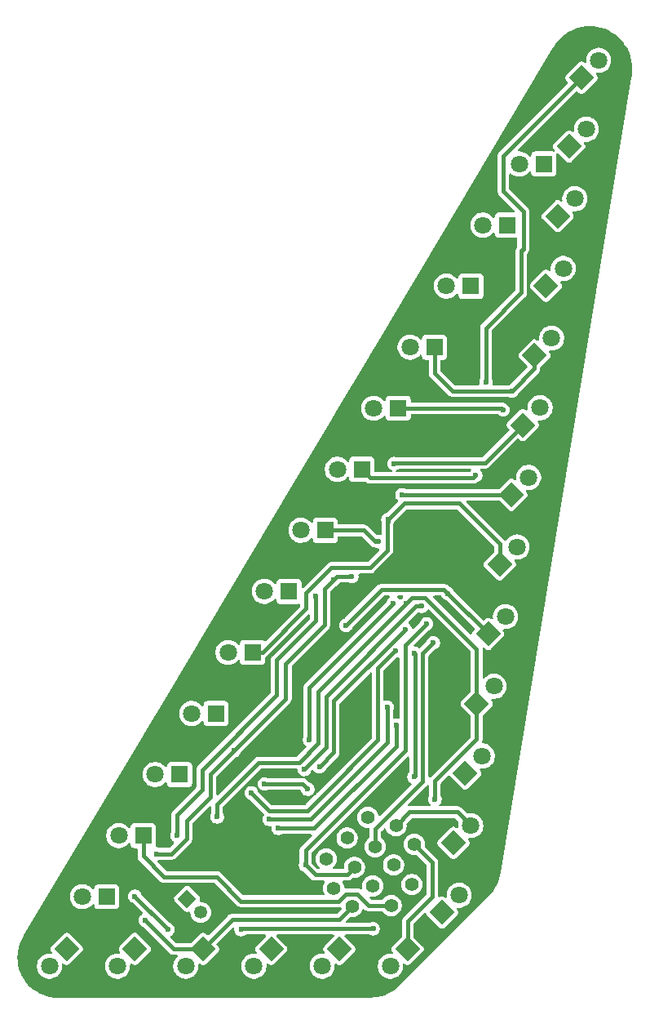
<source format=gbr>
%TF.GenerationSoftware,KiCad,Pcbnew,9.0.7*%
%TF.CreationDate,2026-02-21T03:41:23+02:00*%
%TF.ProjectId,kicad_selka_mk2,6b696361-645f-4736-956c-6b615f6d6b32,rev?*%
%TF.SameCoordinates,Original*%
%TF.FileFunction,Copper,L1,Top*%
%TF.FilePolarity,Positive*%
%FSLAX46Y46*%
G04 Gerber Fmt 4.6, Leading zero omitted, Abs format (unit mm)*
G04 Created by KiCad (PCBNEW 9.0.7) date 2026-02-21 03:41:23*
%MOMM*%
%LPD*%
G01*
G04 APERTURE LIST*
G04 Aperture macros list*
%AMRotRect*
0 Rectangle, with rotation*
0 The origin of the aperture is its center*
0 $1 length*
0 $2 width*
0 $3 Rotation angle, in degrees counterclockwise*
0 Add horizontal line*
21,1,$1,$2,0,0,$3*%
G04 Aperture macros list end*
%TA.AperFunction,ComponentPad*%
%ADD10RotRect,1.800000X1.800000X45.000000*%
%TD*%
%TA.AperFunction,ComponentPad*%
%ADD11C,1.800000*%
%TD*%
%TA.AperFunction,ComponentPad*%
%ADD12R,1.800000X1.800000*%
%TD*%
%TA.AperFunction,ComponentPad*%
%ADD13C,1.400000*%
%TD*%
%TA.AperFunction,ComponentPad*%
%ADD14RotRect,1.800000X1.800000X225.000000*%
%TD*%
%TA.AperFunction,ComponentPad*%
%ADD15C,1.350000*%
%TD*%
%TA.AperFunction,ComponentPad*%
%ADD16RotRect,1.350000X1.350000X225.000000*%
%TD*%
%TA.AperFunction,ViaPad*%
%ADD17C,0.600000*%
%TD*%
%TA.AperFunction,Conductor*%
%ADD18C,0.400000*%
%TD*%
G04 APERTURE END LIST*
D10*
%TO.P,D8,1,K*%
%TO.N,Net-(D48-K)*%
X126978631Y-79941210D03*
D11*
%TO.P,D8,2,A*%
%TO.N,Net-(D1-A)*%
X128774682Y-78145159D03*
%TD*%
D10*
%TO.P,D7,1,K*%
%TO.N,Net-(D47-K)*%
X128178631Y-72721210D03*
D11*
%TO.P,D7,2,A*%
%TO.N,Net-(D1-A)*%
X129974682Y-70925159D03*
%TD*%
D10*
%TO.P,D6,1,K*%
%TO.N,Net-(D46-K)*%
X129378631Y-65501210D03*
D11*
%TO.P,D6,2,A*%
%TO.N,Net-(D1-A)*%
X131174682Y-63705159D03*
%TD*%
D10*
%TO.P,D5,1,K*%
%TO.N,Net-(D13-K)*%
X130578631Y-58281210D03*
D11*
%TO.P,D5,2,A*%
%TO.N,Net-(D1-A)*%
X132374682Y-56485159D03*
%TD*%
D10*
%TO.P,D4,1,K*%
%TO.N,Net-(D12-K)*%
X131778631Y-51061210D03*
D11*
%TO.P,D4,2,A*%
%TO.N,Net-(D1-A)*%
X133574682Y-49265159D03*
%TD*%
D10*
%TO.P,D3,1,K*%
%TO.N,Net-(D11-K)*%
X132978631Y-43841210D03*
D11*
%TO.P,D3,2,A*%
%TO.N,Net-(D1-A)*%
X134774682Y-42045159D03*
%TD*%
D10*
%TO.P,D2,1,K*%
%TO.N,Net-(D10-K)*%
X134178631Y-36621210D03*
D11*
%TO.P,D2,2,A*%
%TO.N,Net-(D1-A)*%
X135974682Y-34825159D03*
%TD*%
D10*
%TO.P,D1,1,K*%
%TO.N,Net-(D1-K)*%
X135456631Y-29478010D03*
D11*
%TO.P,D1,2,A*%
%TO.N,Net-(D1-A)*%
X137252682Y-27681959D03*
%TD*%
D12*
%TO.P,D64,1,K*%
%TO.N,Net-(D48-K)*%
X131548592Y-38437649D03*
D11*
%TO.P,D64,2,A*%
%TO.N,Net-(D57-A)*%
X129008592Y-38437649D03*
%TD*%
D12*
%TO.P,D63,1,K*%
%TO.N,Net-(D47-K)*%
X127768592Y-44767649D03*
D11*
%TO.P,D63,2,A*%
%TO.N,Net-(D57-A)*%
X125228592Y-44767649D03*
%TD*%
D12*
%TO.P,D62,1,K*%
%TO.N,Net-(D46-K)*%
X123988592Y-51097649D03*
D11*
%TO.P,D62,2,A*%
%TO.N,Net-(D57-A)*%
X121448592Y-51097649D03*
%TD*%
D12*
%TO.P,D61,1,K*%
%TO.N,Net-(D13-K)*%
X120208592Y-57427649D03*
D11*
%TO.P,D61,2,A*%
%TO.N,Net-(D57-A)*%
X117668592Y-57427649D03*
%TD*%
D12*
%TO.P,D60,1,K*%
%TO.N,Net-(D12-K)*%
X116428592Y-63757649D03*
D11*
%TO.P,D60,2,A*%
%TO.N,Net-(D57-A)*%
X113888592Y-63757649D03*
%TD*%
D12*
%TO.P,D59,1,K*%
%TO.N,Net-(D11-K)*%
X112648592Y-70087649D03*
D11*
%TO.P,D59,2,A*%
%TO.N,Net-(D57-A)*%
X110108592Y-70087649D03*
%TD*%
D12*
%TO.P,D58,1,K*%
%TO.N,Net-(D10-K)*%
X108868592Y-76417649D03*
D11*
%TO.P,D58,2,A*%
%TO.N,Net-(D57-A)*%
X106328592Y-76417649D03*
%TD*%
D12*
%TO.P,D57,1,K*%
%TO.N,Net-(D1-K)*%
X105088592Y-82747649D03*
D11*
%TO.P,D57,2,A*%
%TO.N,Net-(D57-A)*%
X102548592Y-82747649D03*
%TD*%
D10*
%TO.P,D13,1,K*%
%TO.N,Net-(D13-K)*%
X120978631Y-116041210D03*
D11*
%TO.P,D13,2,A*%
%TO.N,Net-(D10-A)*%
X122774682Y-114245159D03*
%TD*%
%TO.P,D54,2,A*%
%TO.N,Net-(D49-A)*%
X91208592Y-101737649D03*
D12*
%TO.P,D54,1,K*%
%TO.N,Net-(D46-K)*%
X93748592Y-101737649D03*
%TD*%
D11*
%TO.P,D56,2,A*%
%TO.N,Net-(D49-A)*%
X98768592Y-89077649D03*
D12*
%TO.P,D56,1,K*%
%TO.N,Net-(D48-K)*%
X101308592Y-89077649D03*
%TD*%
D13*
%TO.P,J21,1,Pin_1*%
%TO.N,Net-(D46-K)*%
X118110000Y-108966000D03*
%TD*%
%TO.P,J23,1,Pin_1*%
%TO.N,Net-(D47-K)*%
X114046000Y-109220000D03*
%TD*%
D11*
%TO.P,D52,2,A*%
%TO.N,Net-(D49-A)*%
X83648592Y-114397649D03*
D12*
%TO.P,D52,1,K*%
%TO.N,Net-(D12-K)*%
X86188592Y-114397649D03*
%TD*%
D13*
%TO.P,J19,1,Pin_1*%
%TO.N,Net-(D13-K)*%
X115697000Y-115316000D03*
%TD*%
D11*
%TO.P,D48,2,A*%
%TO.N,Net-(D46-A)*%
X101457741Y-121609300D03*
D14*
%TO.P,D48,1,K*%
%TO.N,Net-(D48-K)*%
X103253792Y-119813249D03*
%TD*%
D13*
%TO.P,J15,1,Pin_1*%
%TO.N,Net-(D11-K)*%
X113792000Y-113284000D03*
%TD*%
%TO.P,J11,1,Pin_1*%
%TO.N,Net-(D1-K)*%
X111633000Y-115443000D03*
%TD*%
D11*
%TO.P,D53,2,A*%
%TO.N,Net-(D49-A)*%
X87428592Y-108067649D03*
D12*
%TO.P,D53,1,K*%
%TO.N,Net-(D13-K)*%
X89968592Y-108067649D03*
%TD*%
D13*
%TO.P,J13,1,Pin_1*%
%TO.N,Net-(D10-K)*%
X115951000Y-111125000D03*
%TD*%
%TO.P,J3,1,Pin_1*%
%TO.N,Net-(J3-Pin_1)*%
X108966000Y-110490000D03*
%TD*%
D11*
%TO.P,D12,2,A*%
%TO.N,Net-(D10-A)*%
X123974682Y-107025159D03*
D10*
%TO.P,D12,1,K*%
%TO.N,Net-(D12-K)*%
X122178631Y-108821210D03*
%TD*%
D13*
%TO.P,J1,1,Pin_1*%
%TO.N,Net-(D10-A)*%
X116205000Y-107061000D03*
%TD*%
%TO.P,J7,1,Pin_1*%
%TO.N,Net-(J7-Pin_1)*%
X113284000Y-106172000D03*
%TD*%
D11*
%TO.P,D50,2,A*%
%TO.N,Net-(D49-A)*%
X87301741Y-121609300D03*
D14*
%TO.P,D50,1,K*%
%TO.N,Net-(D10-K)*%
X89097792Y-119813249D03*
%TD*%
D11*
%TO.P,D51,2,A*%
%TO.N,Net-(D49-A)*%
X80223741Y-121609300D03*
D14*
%TO.P,D51,1,K*%
%TO.N,Net-(D11-K)*%
X82019792Y-119813249D03*
%TD*%
D11*
%TO.P,D47,2,A*%
%TO.N,Net-(D46-A)*%
X108535741Y-121609300D03*
D14*
%TO.P,D47,1,K*%
%TO.N,Net-(D47-K)*%
X110331792Y-119813249D03*
%TD*%
D13*
%TO.P,J9,1,Pin_1*%
%TO.N,Net-(D46-A)*%
X109728000Y-113538000D03*
%TD*%
%TO.P,J5,1,Pin_1*%
%TO.N,Net-(J5-Pin_1)*%
X111125000Y-108331000D03*
%TD*%
D15*
%TO.P,J27,2,Pin_2*%
%TO.N,GND*%
X95941792Y-116028649D03*
D16*
%TO.P,J27,1,Pin_1*%
%TO.N,+5V*%
X94527578Y-114614435D03*
%TD*%
D11*
%TO.P,D10,2,A*%
%TO.N,Net-(D10-A)*%
X126374682Y-92585159D03*
D10*
%TO.P,D10,1,K*%
%TO.N,Net-(D10-K)*%
X124578631Y-94381210D03*
%TD*%
D11*
%TO.P,D9,2,A*%
%TO.N,Net-(D10-A)*%
X127574682Y-85365159D03*
D10*
%TO.P,D9,1,K*%
%TO.N,Net-(D1-K)*%
X125778631Y-87161210D03*
%TD*%
D13*
%TO.P,J25,1,Pin_1*%
%TO.N,Net-(D48-K)*%
X111887000Y-111379000D03*
%TD*%
%TO.P,J17,1,Pin_1*%
%TO.N,Net-(D12-K)*%
X117856000Y-113157000D03*
%TD*%
D11*
%TO.P,D46,2,A*%
%TO.N,Net-(D46-A)*%
X115613741Y-121609300D03*
D14*
%TO.P,D46,1,K*%
%TO.N,Net-(D46-K)*%
X117409792Y-119813249D03*
%TD*%
D11*
%TO.P,D55,2,A*%
%TO.N,Net-(D49-A)*%
X94988592Y-95407649D03*
D12*
%TO.P,D55,1,K*%
%TO.N,Net-(D47-K)*%
X97528592Y-95407649D03*
%TD*%
D11*
%TO.P,D49,2,A*%
%TO.N,Net-(D49-A)*%
X94379741Y-121609300D03*
D14*
%TO.P,D49,1,K*%
%TO.N,Net-(D1-K)*%
X96175792Y-119813249D03*
%TD*%
D11*
%TO.P,D11,2,A*%
%TO.N,Net-(D10-A)*%
X125174682Y-99805159D03*
D10*
%TO.P,D11,1,K*%
%TO.N,Net-(D11-K)*%
X123378631Y-101601210D03*
%TD*%
D17*
%TO.N,Net-(D46-K)*%
X118079224Y-89150942D03*
%TO.N,Net-(D10-K)*%
X114422592Y-77597000D03*
%TO.N,Net-(D48-K)*%
X115366800Y-75285600D03*
%TO.N,Net-(D10-K)*%
X117259407Y-84003471D03*
%TO.N,Net-(D47-K)*%
X120080823Y-88076823D03*
%TO.N,Net-(D11-K)*%
X113834000Y-117729000D03*
%TO.N,Net-(D1-K)*%
X111015230Y-86266183D03*
X125541200Y-61076000D03*
X90159571Y-116850429D03*
X107880792Y-83207649D03*
X93495019Y-108077000D03*
%TO.N,Net-(U1-PA1)*%
X103996470Y-107303491D03*
%TO.N,Net-(D12-K)*%
X91331697Y-109952186D03*
%TO.N,Net-(D48-K)*%
X106807000Y-111125000D03*
%TO.N,Net-(D47-K)*%
X115944292Y-83961149D03*
%TO.N,Net-(D46-K)*%
X116018792Y-69494400D03*
%TO.N,Net-(D13-K)*%
X118878370Y-84276102D03*
%TO.N,+5V*%
X107050571Y-103261428D03*
%TO.N,Net-(D46-K)*%
X117151481Y-86692339D03*
%TO.N,+5V*%
X102563680Y-102717600D03*
%TO.N,Net-(U1-PA0)*%
X103071470Y-106378491D03*
%TO.N,Net-(D11-K)*%
X116194753Y-88921861D03*
%TO.N,Net-(U1-PA0)*%
X115294406Y-94742000D03*
%TO.N,Net-(D13-K)*%
X128241200Y-61976000D03*
%TO.N,Net-(D11-K)*%
X100132792Y-117806649D03*
X124480792Y-70718208D03*
%TO.N,Net-(D48-K)*%
X119392366Y-86101075D03*
%TO.N,Net-(D12-K)*%
X109740700Y-81546700D03*
%TO.N,Net-(D13-K)*%
X106714618Y-101206184D03*
%TO.N,Net-(D46-K)*%
X118078792Y-101981000D03*
%TO.N,Net-(D11-K)*%
X101191569Y-103625426D03*
%TO.N,Net-(D10-K)*%
X120245215Y-104292400D03*
%TO.N,Net-(D12-K)*%
X99370792Y-99264649D03*
%TO.N,Net-(D10-K)*%
X97650292Y-106122649D03*
%TO.N,Net-(D12-K)*%
X111621593Y-81215542D03*
%TO.N,Net-(D47-K)*%
X116820792Y-72721210D03*
%TO.N,Net-(D11-K)*%
X92512792Y-117806649D03*
X89097166Y-114356834D03*
%TO.N,Net-(D46-K)*%
X108254827Y-100946429D03*
%TO.N,Net-(D12-K)*%
X127341200Y-63930984D03*
%TO.N,Net-(U1-PA1)*%
X116240792Y-96597649D03*
%TO.N,Net-(D1-K)*%
X121565841Y-82948420D03*
%TO.N,Net-(D47-K)*%
X107226099Y-98121649D03*
%TD*%
D18*
%TO.N,+5V*%
X102563680Y-102717600D02*
X106506743Y-102717600D01*
X106506743Y-102717600D02*
X107050571Y-103261428D01*
%TO.N,Net-(D13-K)*%
X108953099Y-93617927D02*
X118294924Y-84276102D01*
X106714618Y-101206184D02*
X106714618Y-101178491D01*
X106714618Y-101178491D02*
X108953099Y-98940010D01*
X108953099Y-98940010D02*
X108953099Y-93617927D01*
X118294924Y-84276102D02*
X118878370Y-84276102D01*
%TO.N,Net-(D1-K)*%
X107880792Y-83207649D02*
X107880792Y-84787649D01*
X96079220Y-103318220D02*
X93495019Y-105902421D01*
X93495019Y-105902421D02*
X93495019Y-108077000D01*
X107880792Y-84787649D02*
X107890792Y-84797649D01*
X107890792Y-84797649D02*
X107890792Y-85797449D01*
X96079220Y-101246659D02*
X96079220Y-103318220D01*
X107890792Y-85797449D02*
X103815792Y-89872449D01*
X103815792Y-89872449D02*
X103815792Y-93510087D01*
X103815792Y-93510087D02*
X96079220Y-101246659D01*
%TO.N,Net-(D48-K)*%
X113499175Y-80302825D02*
X109512825Y-80302825D01*
X115366800Y-75285600D02*
X115415588Y-75285600D01*
X115415588Y-75285600D02*
X117079978Y-73621210D01*
X117079978Y-73621210D02*
X122770210Y-73621210D01*
X126978631Y-77829631D02*
X126978631Y-79941210D01*
X115323592Y-78478408D02*
X113499175Y-80302825D01*
X115323592Y-75597992D02*
X115323592Y-78478408D01*
X115366800Y-75285600D02*
X115366800Y-75554784D01*
X115366800Y-75554784D02*
X115323592Y-75597992D01*
X122770210Y-73621210D02*
X126978631Y-77829631D01*
%TO.N,Net-(D10-K)*%
X120245215Y-104292400D02*
X120245215Y-102393226D01*
X120245215Y-102393226D02*
X124578631Y-98059810D01*
X124578631Y-98059810D02*
X124578631Y-94381210D01*
%TO.N,Net-(D1-K)*%
X121565841Y-82948420D02*
X121191523Y-82574102D01*
X121191523Y-82574102D02*
X114707310Y-82574102D01*
X114707310Y-82574102D02*
X111015230Y-86266183D01*
X121565841Y-82948420D02*
X125778631Y-87161210D01*
%TO.N,Net-(D46-K)*%
X118079224Y-89150942D02*
X118177792Y-89249510D01*
X118177792Y-89249510D02*
X118177792Y-101882000D01*
X118177792Y-101882000D02*
X118078792Y-101981000D01*
%TO.N,Net-(D10-K)*%
X114422592Y-77597000D02*
X114046000Y-77597000D01*
X114046000Y-77597000D02*
X112866649Y-76417649D01*
X112866649Y-76417649D02*
X108868592Y-76417649D01*
%TO.N,Net-(D47-K)*%
X116820792Y-72721210D02*
X128178631Y-72721210D01*
%TO.N,Net-(D48-K)*%
X102318792Y-89077649D02*
X101308592Y-89077649D01*
X106878792Y-84517649D02*
X102318792Y-89077649D01*
X106878792Y-82936857D02*
X106878792Y-84517649D01*
X109512825Y-80302825D02*
X106878792Y-82936857D01*
%TO.N,Net-(D11-K)*%
X124480792Y-70718208D02*
X124206000Y-70993000D01*
X124206000Y-70993000D02*
X113553943Y-70993000D01*
X113553943Y-70993000D02*
X112648592Y-70087649D01*
%TO.N,Net-(D10-K)*%
X117259407Y-84003471D02*
X117887776Y-83375102D01*
X117887776Y-83375102D02*
X119250162Y-83375102D01*
X119250162Y-83375102D02*
X124578631Y-88703572D01*
X124578631Y-88703572D02*
X124578631Y-94381210D01*
X108152099Y-93110780D02*
X108152099Y-98505211D01*
X108152099Y-98505211D02*
X106159660Y-100497649D01*
X106159660Y-100497649D02*
X101947792Y-100497649D01*
X117259407Y-84003471D02*
X108152099Y-93110780D01*
X101947792Y-100497649D02*
X97650292Y-104795149D01*
X97650292Y-104795149D02*
X97650292Y-106122649D01*
%TO.N,Net-(D12-K)*%
X109740700Y-81546700D02*
X108780792Y-82506608D01*
X108780792Y-82506608D02*
X108780792Y-86217010D01*
X108780792Y-86217010D02*
X104768292Y-90229511D01*
X104768292Y-90229511D02*
X104768292Y-93867149D01*
X104768292Y-93867149D02*
X99370792Y-99264649D01*
X111621593Y-81215542D02*
X110071858Y-81215542D01*
X110071858Y-81215542D02*
X109740700Y-81546700D01*
%TO.N,Net-(D47-K)*%
X120080823Y-88076823D02*
X118978792Y-89178854D01*
X118978792Y-89178854D02*
X118978792Y-102447316D01*
X118978792Y-102447316D02*
X114046000Y-107380108D01*
X114046000Y-107380108D02*
X114046000Y-109220000D01*
%TO.N,Net-(D12-K)*%
X99370792Y-99264649D02*
X96958906Y-101676535D01*
X96958906Y-101676535D02*
X96958906Y-104070906D01*
X96958906Y-104070906D02*
X94477022Y-106552790D01*
X94477022Y-106552790D02*
X94477022Y-108369204D01*
X94477022Y-108369204D02*
X92894040Y-109952186D01*
X92894040Y-109952186D02*
X91331697Y-109952186D01*
%TO.N,Net-(D48-K)*%
X106807000Y-111125000D02*
X107823000Y-112141000D01*
X106807000Y-109608442D02*
X117165792Y-99249649D01*
X106807000Y-111125000D02*
X106807000Y-109608442D01*
X107823000Y-112141000D02*
X111125000Y-112141000D01*
X117165792Y-99249649D02*
X117165792Y-88327649D01*
X111125000Y-112141000D02*
X111887000Y-111379000D01*
X117165792Y-88327649D02*
X119392366Y-86101075D01*
%TO.N,Net-(D10-A)*%
X116205000Y-107061000D02*
X117639351Y-105626649D01*
X117639351Y-105626649D02*
X122576172Y-105626649D01*
X122576172Y-105626649D02*
X123974682Y-107025159D01*
%TO.N,Net-(U1-PA0)*%
X115294406Y-94742000D02*
X115294406Y-98424263D01*
X115294406Y-98424263D02*
X107340179Y-106378491D01*
X107340179Y-106378491D02*
X103071470Y-106378491D01*
%TO.N,Net-(D46-K)*%
X109754099Y-99447157D02*
X108254827Y-100946429D01*
%TO.N,Net-(D13-K)*%
X100111144Y-114864000D02*
X97608623Y-112361480D01*
%TO.N,Net-(D46-K)*%
X109754099Y-94089721D02*
X109754099Y-99447157D01*
X125460192Y-69419649D02*
X129378631Y-65501210D01*
X119975792Y-114408541D02*
X119975792Y-110852649D01*
%TO.N,Net-(D13-K)*%
X128241200Y-61976000D02*
X130578631Y-59638569D01*
%TO.N,Net-(D1-K)*%
X96175792Y-119813249D02*
X99209392Y-116779649D01*
X90159571Y-116850429D02*
X93122392Y-119813249D01*
X125526800Y-61061600D02*
X125526800Y-55455642D01*
X125526800Y-55455642D02*
X129215792Y-51766649D01*
X99209392Y-116779649D02*
X110296351Y-116779649D01*
X129215792Y-47448649D02*
X129419592Y-47244849D01*
X96175792Y-119813249D02*
X99198392Y-116790649D01*
X129419592Y-43334449D02*
X127357592Y-41272449D01*
X129215792Y-51766649D02*
X129215792Y-47448649D01*
X127357592Y-41272449D02*
X127357592Y-37577049D01*
X129419592Y-47244849D02*
X129419592Y-43334449D01*
X110296351Y-116779649D02*
X111633000Y-115443000D01*
%TO.N,Net-(U1-PA1)*%
X107724741Y-107303491D02*
X116240792Y-98787440D01*
X116240792Y-98787440D02*
X116240792Y-96597649D01*
X103996470Y-107303491D02*
X107724741Y-107303491D01*
%TO.N,Net-(D1-K)*%
X93122392Y-119813249D02*
X96175792Y-119813249D01*
X125541200Y-61076000D02*
X125526800Y-61061600D01*
%TO.N,Net-(D47-K)*%
X107226099Y-98121649D02*
X107226099Y-92679342D01*
%TO.N,Net-(D46-K)*%
X119975792Y-110852649D02*
X118110000Y-108986857D01*
X117409792Y-119813249D02*
X117409792Y-116974541D01*
%TO.N,Net-(D11-K)*%
X92512792Y-117772459D02*
X92512792Y-117806649D01*
X108358779Y-104142379D02*
X114322832Y-98178327D01*
X108354021Y-104142379D02*
X108358779Y-104142379D01*
X92165982Y-117425649D02*
X92165982Y-117459839D01*
X92165982Y-117459839D02*
X92512792Y-117806649D01*
X101191569Y-103625426D02*
X101191569Y-103655369D01*
X114322832Y-90653774D02*
X116054745Y-88921861D01*
%TO.N,Net-(D13-K)*%
X112182248Y-114117000D02*
X111024248Y-114117000D01*
X111024248Y-114117000D02*
X110277248Y-114864000D01*
X89968592Y-110198280D02*
X89968592Y-108067649D01*
X115697000Y-115316000D02*
X113381248Y-115316000D01*
X110277248Y-114864000D02*
X100111144Y-114864000D01*
X113381248Y-115316000D02*
X112182248Y-114117000D01*
X118878370Y-84276102D02*
X118294925Y-84276102D01*
X92131792Y-112361480D02*
X89968592Y-110198280D01*
X128241200Y-61976000D02*
X122047000Y-61976000D01*
%TO.N,Net-(D11-K)*%
X116054745Y-88921861D02*
X116194753Y-88921861D01*
%TO.N,Net-(D46-K)*%
X117409792Y-116974541D02*
X119975792Y-114408541D01*
%TO.N,Net-(D11-K)*%
X89097166Y-114356834D02*
X92512792Y-117772459D01*
%TO.N,Net-(D12-K)*%
X127167865Y-63757649D02*
X116428592Y-63757649D01*
%TO.N,Net-(D1-K)*%
X127357592Y-37577049D02*
X135456631Y-29478010D01*
%TO.N,Net-(D47-K)*%
X107226099Y-92679342D02*
X115944292Y-83961149D01*
%TO.N,Net-(D46-K)*%
X116018792Y-69494400D02*
X116093543Y-69419649D01*
%TO.N,Net-(D12-K)*%
X127341200Y-63930984D02*
X127167865Y-63757649D01*
%TO.N,Net-(D46-K)*%
X117151481Y-86692339D02*
X109754099Y-94089721D01*
%TO.N,Net-(D11-K)*%
X107018909Y-105477491D02*
X108354021Y-104142379D01*
X103013691Y-105477491D02*
X107018909Y-105477491D01*
X101191569Y-103655369D02*
X103013691Y-105477491D01*
%TO.N,Net-(D13-K)*%
X97608623Y-112361480D02*
X92131792Y-112361480D01*
%TO.N,Net-(D11-K)*%
X89097166Y-114356834D02*
X92165982Y-117425649D01*
X114322832Y-98178327D02*
X114322832Y-90653774D01*
%TO.N,Net-(D46-K)*%
X116093543Y-69419649D02*
X125460192Y-69419649D01*
%TO.N,Net-(D13-K)*%
X130578631Y-59638569D02*
X130578631Y-58281210D01*
X122047000Y-61976000D02*
X120208592Y-60137592D01*
X120208592Y-60137592D02*
X120208592Y-57427649D01*
%TO.N,Net-(D11-K)*%
X113834000Y-117729000D02*
X100210441Y-117729000D01*
X100210441Y-117729000D02*
X100132792Y-117806649D01*
%TD*%
%TA.AperFunction,NonConductor*%
G36*
X136684065Y-24167912D02*
G01*
X136695504Y-24168790D01*
X137088989Y-24217463D01*
X137100331Y-24219404D01*
X137487604Y-24304348D01*
X137498717Y-24307332D01*
X137876431Y-24427810D01*
X137887213Y-24431808D01*
X138252156Y-24586798D01*
X138262511Y-24591775D01*
X138611499Y-24779924D01*
X138621362Y-24785848D01*
X138734684Y-24861282D01*
X138951398Y-25005539D01*
X138960672Y-25012354D01*
X139268915Y-25261695D01*
X139277517Y-25269340D01*
X139561320Y-25546189D01*
X139569176Y-25554599D01*
X139826084Y-25856561D01*
X139833127Y-25865663D01*
X139909859Y-25974959D01*
X140060934Y-26190146D01*
X140067103Y-26199863D01*
X140263848Y-26544076D01*
X140269089Y-26554321D01*
X140433071Y-26915281D01*
X140437340Y-26925969D01*
X140567150Y-27300580D01*
X140570410Y-27311618D01*
X140664930Y-27696658D01*
X140667152Y-27707950D01*
X140725569Y-28100096D01*
X140726734Y-28111545D01*
X140748541Y-28507406D01*
X140748640Y-28518915D01*
X140733651Y-28915095D01*
X140732683Y-28926563D01*
X140680808Y-29321324D01*
X140680803Y-29321368D01*
X140680278Y-29325366D01*
X140680297Y-29325369D01*
X140668689Y-29390231D01*
X140670857Y-29415773D01*
X140669622Y-29427503D01*
X140668864Y-29429341D01*
X140668656Y-29434659D01*
X127103059Y-111814506D01*
X127099984Y-111828256D01*
X127099371Y-111830409D01*
X127090545Y-111890385D01*
X127090220Y-111892473D01*
X127089464Y-111897065D01*
X127088944Y-111900005D01*
X127026637Y-112228861D01*
X127024327Y-112238797D01*
X126935366Y-112560817D01*
X126932247Y-112570530D01*
X126817120Y-112884144D01*
X126813214Y-112893567D01*
X126672701Y-113196654D01*
X126668033Y-113205725D01*
X126503066Y-113496264D01*
X126497669Y-113504919D01*
X126309403Y-113780883D01*
X126303314Y-113789065D01*
X126284148Y-113812719D01*
X126099551Y-114040538D01*
X126091128Y-114049915D01*
X116518691Y-123674650D01*
X116513917Y-123679200D01*
X116348495Y-123828669D01*
X116255606Y-123912600D01*
X116247352Y-123919434D01*
X115971104Y-124128711D01*
X115962291Y-124134807D01*
X115669012Y-124319446D01*
X115659713Y-124324754D01*
X115351589Y-124483381D01*
X115341859Y-124487870D01*
X115021182Y-124619305D01*
X115011100Y-124622936D01*
X114680293Y-124726186D01*
X114669935Y-124728934D01*
X114331434Y-124803240D01*
X114320877Y-124805083D01*
X113977233Y-124849884D01*
X113966557Y-124850809D01*
X113618260Y-124865861D01*
X113612942Y-124865977D01*
X81156627Y-124875327D01*
X81156622Y-124875327D01*
X81148336Y-124875328D01*
X81148149Y-124875279D01*
X81087482Y-124875343D01*
X81085167Y-124875344D01*
X81085136Y-124875345D01*
X81085134Y-124875344D01*
X81085036Y-124875345D01*
X81085027Y-124875342D01*
X81079388Y-124875218D01*
X80701435Y-124858080D01*
X80689985Y-124857027D01*
X80318105Y-124805350D01*
X80306801Y-124803241D01*
X79941302Y-124717338D01*
X79930243Y-124714191D01*
X79574277Y-124594803D01*
X79563556Y-124590645D01*
X79220177Y-124438795D01*
X79209888Y-124433662D01*
X78882050Y-124250658D01*
X78872281Y-124244594D01*
X78712456Y-124134807D01*
X78562804Y-124032008D01*
X78553642Y-124025068D01*
X78453449Y-123941588D01*
X78265184Y-123784726D01*
X78256705Y-123776968D01*
X78157126Y-123676986D01*
X77991748Y-123510938D01*
X77984032Y-123502437D01*
X77744862Y-123213014D01*
X77737956Y-123203821D01*
X77526617Y-122893479D01*
X77520593Y-122883685D01*
X77482349Y-122814518D01*
X77338918Y-122555115D01*
X77333829Y-122544811D01*
X77295210Y-122456519D01*
X77183363Y-122200809D01*
X77179251Y-122190076D01*
X77152265Y-122108523D01*
X77061302Y-121833632D01*
X77058202Y-121822568D01*
X76990677Y-121529959D01*
X76985367Y-121506951D01*
X76985366Y-121506948D01*
X78923241Y-121506948D01*
X78923241Y-121711651D01*
X78955263Y-121913834D01*
X79018522Y-122108523D01*
X79111456Y-122290913D01*
X79231769Y-122456513D01*
X79376527Y-122601271D01*
X79531490Y-122713856D01*
X79542131Y-122721587D01*
X79658348Y-122780803D01*
X79724517Y-122814518D01*
X79724519Y-122814518D01*
X79724522Y-122814520D01*
X79828878Y-122848427D01*
X79919206Y-122877777D01*
X79988341Y-122888727D01*
X80121389Y-122909800D01*
X80121390Y-122909800D01*
X80326092Y-122909800D01*
X80326093Y-122909800D01*
X80528275Y-122877777D01*
X80722960Y-122814520D01*
X80905351Y-122721587D01*
X80998331Y-122654032D01*
X81070954Y-122601271D01*
X81070956Y-122601268D01*
X81070960Y-122601266D01*
X81215707Y-122456519D01*
X81215709Y-122456515D01*
X81215712Y-122456513D01*
X81268473Y-122383890D01*
X81336028Y-122290910D01*
X81428961Y-122108519D01*
X81492218Y-121913834D01*
X81524241Y-121711652D01*
X81524241Y-121506948D01*
X86001241Y-121506948D01*
X86001241Y-121711651D01*
X86033263Y-121913834D01*
X86096522Y-122108523D01*
X86189456Y-122290913D01*
X86309769Y-122456513D01*
X86454527Y-122601271D01*
X86609490Y-122713856D01*
X86620131Y-122721587D01*
X86736348Y-122780803D01*
X86802517Y-122814518D01*
X86802519Y-122814518D01*
X86802522Y-122814520D01*
X86906878Y-122848427D01*
X86997206Y-122877777D01*
X87066341Y-122888727D01*
X87199389Y-122909800D01*
X87199390Y-122909800D01*
X87404092Y-122909800D01*
X87404093Y-122909800D01*
X87606275Y-122877777D01*
X87800960Y-122814520D01*
X87983351Y-122721587D01*
X88076331Y-122654032D01*
X88148954Y-122601271D01*
X88148956Y-122601268D01*
X88148960Y-122601266D01*
X88293707Y-122456519D01*
X88293709Y-122456515D01*
X88293712Y-122456513D01*
X88346473Y-122383890D01*
X88414028Y-122290910D01*
X88506961Y-122108519D01*
X88570218Y-121913834D01*
X88602241Y-121711652D01*
X88602241Y-121506948D01*
X88596061Y-121467932D01*
X88605015Y-121398643D01*
X88650010Y-121345191D01*
X88716761Y-121324550D01*
X88784075Y-121343274D01*
X88806215Y-121360856D01*
X88836882Y-121391523D01*
X88913700Y-121447336D01*
X88913701Y-121447336D01*
X88913702Y-121447337D01*
X89034359Y-121486541D01*
X89034360Y-121486541D01*
X89161224Y-121486541D01*
X89161225Y-121486541D01*
X89281882Y-121447337D01*
X89358701Y-121391525D01*
X90676066Y-120074158D01*
X90731880Y-119997339D01*
X90771084Y-119876682D01*
X90771084Y-119749816D01*
X90731880Y-119629159D01*
X90709555Y-119598431D01*
X90676071Y-119552343D01*
X90676069Y-119552341D01*
X89358704Y-118234977D01*
X89358701Y-118234974D01*
X89281883Y-118179161D01*
X89161226Y-118139957D01*
X89161225Y-118139957D01*
X89034359Y-118139957D01*
X89034357Y-118139957D01*
X88913702Y-118179161D01*
X88913700Y-118179162D01*
X88836886Y-118234969D01*
X88836884Y-118234971D01*
X87519520Y-119552336D01*
X87519517Y-119552339D01*
X87463704Y-119629157D01*
X87424500Y-119749814D01*
X87424500Y-119749816D01*
X87424500Y-119876682D01*
X87463704Y-119997339D01*
X87463705Y-119997340D01*
X87519510Y-120074151D01*
X87519513Y-120074154D01*
X87519516Y-120074158D01*
X87550184Y-120104826D01*
X87583668Y-120166145D01*
X87578684Y-120235837D01*
X87536814Y-120291771D01*
X87471350Y-120316189D01*
X87443107Y-120314979D01*
X87430278Y-120312947D01*
X87404093Y-120308800D01*
X87199389Y-120308800D01*
X87175070Y-120312651D01*
X86997206Y-120340822D01*
X86802517Y-120404081D01*
X86620127Y-120497015D01*
X86454527Y-120617328D01*
X86309769Y-120762086D01*
X86189456Y-120927686D01*
X86096522Y-121110076D01*
X86033263Y-121304765D01*
X86001241Y-121506948D01*
X81524241Y-121506948D01*
X81518061Y-121467932D01*
X81527015Y-121398643D01*
X81572010Y-121345191D01*
X81638761Y-121324550D01*
X81706075Y-121343274D01*
X81728215Y-121360856D01*
X81758882Y-121391523D01*
X81835700Y-121447336D01*
X81835701Y-121447336D01*
X81835702Y-121447337D01*
X81956359Y-121486541D01*
X81956360Y-121486541D01*
X82083224Y-121486541D01*
X82083225Y-121486541D01*
X82203882Y-121447337D01*
X82266614Y-121401760D01*
X82266617Y-121401758D01*
X82273429Y-121396807D01*
X82280701Y-121391525D01*
X83598066Y-120074158D01*
X83653880Y-119997339D01*
X83693084Y-119876682D01*
X83693084Y-119749816D01*
X83653880Y-119629159D01*
X83631555Y-119598431D01*
X83598071Y-119552343D01*
X83598069Y-119552341D01*
X82280704Y-118234977D01*
X82280701Y-118234974D01*
X82203883Y-118179161D01*
X82083226Y-118139957D01*
X82083225Y-118139957D01*
X81956359Y-118139957D01*
X81956357Y-118139957D01*
X81835702Y-118179161D01*
X81835700Y-118179162D01*
X81758886Y-118234969D01*
X81758884Y-118234971D01*
X80441520Y-119552336D01*
X80441517Y-119552339D01*
X80385704Y-119629157D01*
X80346500Y-119749814D01*
X80346500Y-119749816D01*
X80346500Y-119876682D01*
X80385704Y-119997339D01*
X80385705Y-119997340D01*
X80441510Y-120074151D01*
X80441513Y-120074154D01*
X80441516Y-120074158D01*
X80472184Y-120104826D01*
X80505668Y-120166145D01*
X80500684Y-120235837D01*
X80458814Y-120291771D01*
X80393350Y-120316189D01*
X80365107Y-120314979D01*
X80352278Y-120312947D01*
X80326093Y-120308800D01*
X80121389Y-120308800D01*
X80097070Y-120312651D01*
X79919206Y-120340822D01*
X79724517Y-120404081D01*
X79542127Y-120497015D01*
X79376527Y-120617328D01*
X79231769Y-120762086D01*
X79111456Y-120927686D01*
X79018522Y-121110076D01*
X78955263Y-121304765D01*
X78923241Y-121506948D01*
X76985366Y-121506948D01*
X76973774Y-121456712D01*
X76971712Y-121445405D01*
X76965826Y-121401758D01*
X76921537Y-121073309D01*
X76920532Y-121061860D01*
X76905040Y-120686721D01*
X76905097Y-120675257D01*
X76924425Y-120300249D01*
X76925544Y-120288847D01*
X76979521Y-119917267D01*
X76981700Y-119905982D01*
X77010407Y-119787141D01*
X77069861Y-119541010D01*
X77073064Y-119530011D01*
X77194664Y-119174744D01*
X77198876Y-119164080D01*
X77352856Y-118821617D01*
X77358034Y-118811396D01*
X77545513Y-118480363D01*
X77545787Y-118479885D01*
X77547015Y-118477746D01*
X77580930Y-118423855D01*
X77584361Y-118412757D01*
X77591237Y-118400792D01*
X77591672Y-118400374D01*
X77592277Y-118399015D01*
X80042292Y-114295297D01*
X82348092Y-114295297D01*
X82348092Y-114500000D01*
X82380114Y-114702183D01*
X82443373Y-114896872D01*
X82507283Y-115022302D01*
X82525625Y-115058299D01*
X82536307Y-115079262D01*
X82656620Y-115244862D01*
X82801378Y-115389620D01*
X82933808Y-115485834D01*
X82966982Y-115509936D01*
X83061083Y-115557883D01*
X83149368Y-115602867D01*
X83149370Y-115602867D01*
X83149373Y-115602869D01*
X83219637Y-115625699D01*
X83344057Y-115666126D01*
X83445149Y-115682137D01*
X83546240Y-115698149D01*
X83546241Y-115698149D01*
X83750943Y-115698149D01*
X83750944Y-115698149D01*
X83953126Y-115666126D01*
X84147811Y-115602869D01*
X84330202Y-115509936D01*
X84449066Y-115423577D01*
X84495805Y-115389620D01*
X84495807Y-115389617D01*
X84495811Y-115389615D01*
X84640558Y-115244868D01*
X84663772Y-115212915D01*
X84719100Y-115170248D01*
X84788713Y-115164267D01*
X84850510Y-115196871D01*
X84884869Y-115257709D01*
X84888092Y-115285795D01*
X84888092Y-115329165D01*
X84897666Y-115389615D01*
X84902946Y-115422953D01*
X84960542Y-115535991D01*
X84960544Y-115535993D01*
X84960546Y-115535996D01*
X85050244Y-115625694D01*
X85050246Y-115625695D01*
X85050250Y-115625699D01*
X85154156Y-115678642D01*
X85163290Y-115683296D01*
X85257067Y-115698148D01*
X85257073Y-115698149D01*
X87120110Y-115698148D01*
X87213896Y-115683295D01*
X87326934Y-115625699D01*
X87416642Y-115535991D01*
X87474238Y-115422953D01*
X87474238Y-115422951D01*
X87474239Y-115422950D01*
X87489091Y-115329173D01*
X87489092Y-115329168D01*
X87489091Y-113466131D01*
X87474238Y-113372345D01*
X87416642Y-113259307D01*
X87416638Y-113259303D01*
X87416637Y-113259301D01*
X87326939Y-113169603D01*
X87326936Y-113169601D01*
X87326934Y-113169599D01*
X87247590Y-113129171D01*
X87213893Y-113112001D01*
X87120116Y-113097149D01*
X85257074Y-113097149D01*
X85176111Y-113109972D01*
X85163288Y-113112003D01*
X85050250Y-113169599D01*
X85050249Y-113169600D01*
X85050244Y-113169603D01*
X84960546Y-113259301D01*
X84960543Y-113259306D01*
X84960542Y-113259307D01*
X84947266Y-113285362D01*
X84902944Y-113372347D01*
X84888092Y-113466124D01*
X84888092Y-113509498D01*
X84868407Y-113576537D01*
X84815603Y-113622292D01*
X84746445Y-113632236D01*
X84682889Y-113603211D01*
X84663774Y-113582383D01*
X84640563Y-113550435D01*
X84495805Y-113405677D01*
X84330205Y-113285364D01*
X84330204Y-113285363D01*
X84330202Y-113285362D01*
X84267055Y-113253187D01*
X84147815Y-113192430D01*
X83953126Y-113129171D01*
X83778587Y-113101527D01*
X83750944Y-113097149D01*
X83546240Y-113097149D01*
X83521921Y-113101000D01*
X83344057Y-113129171D01*
X83149368Y-113192430D01*
X82966978Y-113285364D01*
X82801378Y-113405677D01*
X82656620Y-113550435D01*
X82536307Y-113716035D01*
X82443373Y-113898425D01*
X82380114Y-114093114D01*
X82348092Y-114295297D01*
X80042292Y-114295297D01*
X83821449Y-107965297D01*
X86128092Y-107965297D01*
X86128092Y-108170001D01*
X86132470Y-108197644D01*
X86160114Y-108372183D01*
X86223373Y-108566872D01*
X86262271Y-108643212D01*
X86310527Y-108737920D01*
X86316307Y-108749262D01*
X86436620Y-108914862D01*
X86581378Y-109059620D01*
X86733872Y-109170411D01*
X86746982Y-109179936D01*
X86832868Y-109223697D01*
X86929368Y-109272867D01*
X86929370Y-109272867D01*
X86929373Y-109272869D01*
X86999637Y-109295699D01*
X87124057Y-109336126D01*
X87217153Y-109350871D01*
X87326240Y-109368149D01*
X87326241Y-109368149D01*
X87530943Y-109368149D01*
X87530944Y-109368149D01*
X87733126Y-109336126D01*
X87927811Y-109272869D01*
X88110202Y-109179936D01*
X88244837Y-109082119D01*
X88275805Y-109059620D01*
X88275807Y-109059617D01*
X88275811Y-109059615D01*
X88420558Y-108914868D01*
X88443772Y-108882915D01*
X88499100Y-108840248D01*
X88568713Y-108834267D01*
X88630510Y-108866871D01*
X88664869Y-108927709D01*
X88668092Y-108955795D01*
X88668092Y-108999165D01*
X88676557Y-109052610D01*
X88682946Y-109092953D01*
X88740542Y-109205991D01*
X88740544Y-109205993D01*
X88740546Y-109205996D01*
X88830244Y-109295694D01*
X88830246Y-109295695D01*
X88830250Y-109295699D01*
X88934568Y-109348852D01*
X88943290Y-109353296D01*
X89037067Y-109368148D01*
X89037073Y-109368149D01*
X89244092Y-109368148D01*
X89311131Y-109387832D01*
X89356886Y-109440636D01*
X89368092Y-109492148D01*
X89368092Y-110111610D01*
X89368091Y-110111628D01*
X89368091Y-110277334D01*
X89368090Y-110277334D01*
X89409016Y-110430069D01*
X89409017Y-110430070D01*
X89429282Y-110465169D01*
X89429283Y-110465170D01*
X89488069Y-110566992D01*
X89488073Y-110566997D01*
X89606941Y-110685865D01*
X89606946Y-110685869D01*
X91763076Y-112842000D01*
X91763078Y-112842001D01*
X91763082Y-112842004D01*
X91862327Y-112899302D01*
X91900008Y-112921057D01*
X92052735Y-112961981D01*
X92052737Y-112961981D01*
X92218446Y-112961981D01*
X92218462Y-112961980D01*
X97308526Y-112961980D01*
X97375565Y-112981665D01*
X97396207Y-112998299D01*
X99626283Y-115228374D01*
X99626293Y-115228385D01*
X99630623Y-115232715D01*
X99630624Y-115232716D01*
X99742428Y-115344520D01*
X99742430Y-115344521D01*
X99742434Y-115344524D01*
X99843045Y-115402611D01*
X99879360Y-115423577D01*
X99979387Y-115450379D01*
X100032086Y-115464500D01*
X100032087Y-115464500D01*
X110198187Y-115464500D01*
X110198191Y-115464501D01*
X110356305Y-115464501D01*
X110395143Y-115454094D01*
X110408299Y-115453435D01*
X110429975Y-115458637D01*
X110452259Y-115459167D01*
X110463288Y-115466632D01*
X110476239Y-115469740D01*
X110491660Y-115485834D01*
X110510122Y-115498329D01*
X110515890Y-115511120D01*
X110524579Y-115520188D01*
X110528092Y-115538179D01*
X110536977Y-115557881D01*
X110545129Y-115609349D01*
X110536173Y-115678642D01*
X110510336Y-115716427D01*
X110083935Y-116142830D01*
X110022612Y-116176315D01*
X109996254Y-116179149D01*
X99130334Y-116179149D01*
X98977606Y-116220072D01*
X98961013Y-116229653D01*
X98961010Y-116229654D01*
X98840682Y-116299124D01*
X98840674Y-116299130D01*
X98728870Y-116410935D01*
X96758446Y-118381358D01*
X96697123Y-118414843D01*
X96627431Y-118409859D01*
X96583085Y-118381359D01*
X96436701Y-118234975D01*
X96436700Y-118234974D01*
X96436698Y-118234972D01*
X96359883Y-118179161D01*
X96239226Y-118139957D01*
X96239225Y-118139957D01*
X96112359Y-118139957D01*
X96112357Y-118139957D01*
X95991702Y-118179161D01*
X95991700Y-118179162D01*
X95914886Y-118234969D01*
X95914884Y-118234971D01*
X94973427Y-119176430D01*
X94912104Y-119209915D01*
X94885746Y-119212749D01*
X93422489Y-119212749D01*
X93355450Y-119193064D01*
X93334808Y-119176430D01*
X92792826Y-118634449D01*
X92759341Y-118573126D01*
X92764325Y-118503435D01*
X92806196Y-118447501D01*
X92833058Y-118432205D01*
X92844603Y-118427424D01*
X92959334Y-118350763D01*
X93056906Y-118253191D01*
X93133567Y-118138460D01*
X93186372Y-118010977D01*
X93201817Y-117933332D01*
X93213292Y-117875644D01*
X93213292Y-117737653D01*
X93186373Y-117602326D01*
X93186372Y-117602325D01*
X93186372Y-117602321D01*
X93178855Y-117584173D01*
X93133570Y-117474844D01*
X93133563Y-117474831D01*
X93056906Y-117360107D01*
X93056903Y-117360103D01*
X92959337Y-117262537D01*
X92959333Y-117262534D01*
X92844606Y-117185875D01*
X92749326Y-117146409D01*
X92709098Y-117119529D01*
X92646504Y-117056935D01*
X92052440Y-116462871D01*
X90140567Y-114551000D01*
X93172484Y-114551000D01*
X93172484Y-114677869D01*
X93176307Y-114689634D01*
X93211688Y-114798525D01*
X93215215Y-114803379D01*
X93267496Y-114875340D01*
X93267498Y-114875342D01*
X94266669Y-115874511D01*
X94266671Y-115874513D01*
X94343486Y-115930324D01*
X94343487Y-115930324D01*
X94343488Y-115930325D01*
X94464145Y-115969529D01*
X94464146Y-115969529D01*
X94591010Y-115969529D01*
X94591011Y-115969529D01*
X94703977Y-115932823D01*
X94773814Y-115930828D01*
X94833647Y-115966908D01*
X94864476Y-116029609D01*
X94866292Y-116050755D01*
X94866292Y-116113298D01*
X94892773Y-116280496D01*
X94945088Y-116441502D01*
X94984385Y-116518624D01*
X95008352Y-116565663D01*
X95021944Y-116592337D01*
X95121440Y-116729283D01*
X95121444Y-116729288D01*
X95241152Y-116848996D01*
X95241157Y-116849000D01*
X95343419Y-116923297D01*
X95378107Y-116948499D01*
X95453381Y-116986853D01*
X95528938Y-117025352D01*
X95528940Y-117025352D01*
X95528943Y-117025354D01*
X95615242Y-117053394D01*
X95689944Y-117077667D01*
X95857143Y-117104149D01*
X95857148Y-117104149D01*
X96026441Y-117104149D01*
X96193639Y-117077667D01*
X96354641Y-117025354D01*
X96505477Y-116948499D01*
X96642433Y-116848995D01*
X96762138Y-116729290D01*
X96861642Y-116592334D01*
X96938497Y-116441498D01*
X96990810Y-116280496D01*
X96998862Y-116229657D01*
X97017292Y-116113298D01*
X97017292Y-115943999D01*
X96990810Y-115776801D01*
X96960428Y-115683296D01*
X96938497Y-115615800D01*
X96938495Y-115615797D01*
X96938495Y-115615795D01*
X96898947Y-115538179D01*
X96861642Y-115464964D01*
X96816340Y-115402611D01*
X96762143Y-115328014D01*
X96762139Y-115328009D01*
X96642431Y-115208301D01*
X96642426Y-115208297D01*
X96505480Y-115108801D01*
X96505479Y-115108800D01*
X96505477Y-115108799D01*
X96447502Y-115079259D01*
X96354645Y-115031945D01*
X96193639Y-114979630D01*
X96026441Y-114953149D01*
X96026436Y-114953149D01*
X95963899Y-114953149D01*
X95896860Y-114933464D01*
X95851105Y-114880660D01*
X95841161Y-114811502D01*
X95845968Y-114790830D01*
X95852027Y-114772183D01*
X95882672Y-114677868D01*
X95882672Y-114551002D01*
X95843468Y-114430345D01*
X95807027Y-114380188D01*
X95787659Y-114353529D01*
X95787657Y-114353527D01*
X94788486Y-113354358D01*
X94788484Y-113354356D01*
X94711669Y-113298545D01*
X94591012Y-113259341D01*
X94591011Y-113259341D01*
X94464145Y-113259341D01*
X94464143Y-113259341D01*
X94343488Y-113298545D01*
X94343486Y-113298546D01*
X94266672Y-113354353D01*
X94266670Y-113354355D01*
X93267501Y-114353526D01*
X93267499Y-114353528D01*
X93211688Y-114430343D01*
X93172484Y-114551000D01*
X90140567Y-114551000D01*
X89804462Y-114214895D01*
X89773429Y-114158061D01*
X89772515Y-114158339D01*
X89771183Y-114153948D01*
X89770978Y-114153573D01*
X89770778Y-114152613D01*
X89770747Y-114152511D01*
X89770746Y-114152506D01*
X89728252Y-114049915D01*
X89717944Y-114025029D01*
X89717937Y-114025016D01*
X89641280Y-113910292D01*
X89641277Y-113910288D01*
X89543711Y-113812722D01*
X89543707Y-113812719D01*
X89428983Y-113736062D01*
X89428970Y-113736055D01*
X89301498Y-113683255D01*
X89301488Y-113683252D01*
X89166161Y-113656334D01*
X89166159Y-113656334D01*
X89028173Y-113656334D01*
X89028171Y-113656334D01*
X88892843Y-113683252D01*
X88892833Y-113683255D01*
X88765361Y-113736055D01*
X88765348Y-113736062D01*
X88650624Y-113812719D01*
X88650620Y-113812722D01*
X88553054Y-113910288D01*
X88553051Y-113910292D01*
X88476394Y-114025016D01*
X88476387Y-114025029D01*
X88423587Y-114152501D01*
X88423584Y-114152511D01*
X88396666Y-114287838D01*
X88396666Y-114287841D01*
X88396666Y-114425827D01*
X88396666Y-114425829D01*
X88396665Y-114425829D01*
X88423584Y-114561156D01*
X88423587Y-114561166D01*
X88476387Y-114688638D01*
X88476394Y-114688651D01*
X88553051Y-114803375D01*
X88553054Y-114803379D01*
X88650620Y-114900945D01*
X88650624Y-114900948D01*
X88765348Y-114977605D01*
X88765361Y-114977612D01*
X88841844Y-115009292D01*
X88892838Y-115030414D01*
X88892845Y-115030415D01*
X88898671Y-115032183D01*
X88898241Y-115033599D01*
X88953640Y-115062571D01*
X88955228Y-115064131D01*
X89903711Y-116012614D01*
X89937196Y-116073937D01*
X89932212Y-116143629D01*
X89890340Y-116199562D01*
X89863485Y-116214855D01*
X89827765Y-116229651D01*
X89827753Y-116229657D01*
X89713029Y-116306314D01*
X89713025Y-116306317D01*
X89615459Y-116403883D01*
X89615456Y-116403887D01*
X89538799Y-116518611D01*
X89538792Y-116518624D01*
X89485992Y-116646096D01*
X89485989Y-116646106D01*
X89459071Y-116781433D01*
X89459071Y-116781436D01*
X89459071Y-116919422D01*
X89459071Y-116919424D01*
X89459070Y-116919424D01*
X89485989Y-117054751D01*
X89485992Y-117054761D01*
X89538792Y-117182233D01*
X89538799Y-117182246D01*
X89615456Y-117296970D01*
X89615459Y-117296974D01*
X89713025Y-117394540D01*
X89713029Y-117394543D01*
X89827753Y-117471200D01*
X89827766Y-117471207D01*
X89904249Y-117502887D01*
X89955243Y-117524009D01*
X89955250Y-117524010D01*
X89961076Y-117525778D01*
X89960646Y-117527194D01*
X90016045Y-117556166D01*
X90017633Y-117557726D01*
X92637531Y-120177623D01*
X92637541Y-120177634D01*
X92641871Y-120181964D01*
X92641872Y-120181965D01*
X92753676Y-120293769D01*
X92835177Y-120340823D01*
X92890607Y-120372826D01*
X93043335Y-120413750D01*
X93043338Y-120413750D01*
X93209046Y-120413750D01*
X93209062Y-120413749D01*
X93436745Y-120413749D01*
X93503784Y-120433434D01*
X93549539Y-120486238D01*
X93559483Y-120555396D01*
X93530458Y-120618952D01*
X93524426Y-120625430D01*
X93387773Y-120762082D01*
X93387769Y-120762086D01*
X93267456Y-120927686D01*
X93174522Y-121110076D01*
X93111263Y-121304765D01*
X93079241Y-121506948D01*
X93079241Y-121711651D01*
X93111263Y-121913834D01*
X93174522Y-122108523D01*
X93267456Y-122290913D01*
X93387769Y-122456513D01*
X93532527Y-122601271D01*
X93687490Y-122713856D01*
X93698131Y-122721587D01*
X93814348Y-122780803D01*
X93880517Y-122814518D01*
X93880519Y-122814518D01*
X93880522Y-122814520D01*
X93984878Y-122848427D01*
X94075206Y-122877777D01*
X94144341Y-122888727D01*
X94277389Y-122909800D01*
X94277390Y-122909800D01*
X94482092Y-122909800D01*
X94482093Y-122909800D01*
X94684275Y-122877777D01*
X94878960Y-122814520D01*
X95061351Y-122721587D01*
X95154331Y-122654032D01*
X95226954Y-122601271D01*
X95226956Y-122601268D01*
X95226960Y-122601266D01*
X95371707Y-122456519D01*
X95371709Y-122456515D01*
X95371712Y-122456513D01*
X95424473Y-122383890D01*
X95492028Y-122290910D01*
X95584961Y-122108519D01*
X95648218Y-121913834D01*
X95680241Y-121711652D01*
X95680241Y-121506948D01*
X95674061Y-121467932D01*
X95683015Y-121398643D01*
X95728010Y-121345191D01*
X95794761Y-121324550D01*
X95862075Y-121343274D01*
X95884215Y-121360856D01*
X95914882Y-121391523D01*
X95991700Y-121447336D01*
X95991701Y-121447336D01*
X95991702Y-121447337D01*
X96112359Y-121486541D01*
X96112360Y-121486541D01*
X96239224Y-121486541D01*
X96239225Y-121486541D01*
X96359882Y-121447337D01*
X96436701Y-121391525D01*
X97754066Y-120074158D01*
X97809880Y-119997339D01*
X97849084Y-119876682D01*
X97849084Y-119749816D01*
X97809880Y-119629159D01*
X97787555Y-119598431D01*
X97754071Y-119552343D01*
X97607682Y-119405954D01*
X97574197Y-119344631D01*
X97579181Y-119274939D01*
X97607680Y-119230594D01*
X99225604Y-117612671D01*
X99286923Y-117579189D01*
X99356615Y-117584173D01*
X99412548Y-117626045D01*
X99436965Y-117691509D01*
X99434900Y-117724540D01*
X99432292Y-117737654D01*
X99432292Y-117737656D01*
X99432292Y-117875642D01*
X99432292Y-117875644D01*
X99432291Y-117875644D01*
X99459210Y-118010971D01*
X99459213Y-118010981D01*
X99512013Y-118138453D01*
X99512020Y-118138466D01*
X99588677Y-118253190D01*
X99588680Y-118253194D01*
X99686246Y-118350760D01*
X99686250Y-118350763D01*
X99800974Y-118427420D01*
X99800987Y-118427427D01*
X99928459Y-118480227D01*
X99928464Y-118480229D01*
X99928468Y-118480229D01*
X99928469Y-118480230D01*
X100063796Y-118507149D01*
X100063799Y-118507149D01*
X100201787Y-118507149D01*
X100292833Y-118489038D01*
X100337120Y-118480229D01*
X100464603Y-118427424D01*
X100507129Y-118399009D01*
X100579881Y-118350398D01*
X100646558Y-118329520D01*
X100648772Y-118329500D01*
X102598994Y-118329500D01*
X102666033Y-118349185D01*
X102711788Y-118401989D01*
X102721732Y-118471147D01*
X102692707Y-118534703D01*
X102686675Y-118541181D01*
X101675517Y-119552339D01*
X101619704Y-119629157D01*
X101580500Y-119749814D01*
X101580500Y-119749816D01*
X101580500Y-119876682D01*
X101619704Y-119997339D01*
X101619705Y-119997340D01*
X101675510Y-120074151D01*
X101675513Y-120074154D01*
X101675516Y-120074158D01*
X101706184Y-120104826D01*
X101739668Y-120166145D01*
X101734684Y-120235837D01*
X101692814Y-120291771D01*
X101627350Y-120316189D01*
X101599107Y-120314979D01*
X101586278Y-120312947D01*
X101560093Y-120308800D01*
X101355389Y-120308800D01*
X101331070Y-120312651D01*
X101153206Y-120340822D01*
X100958517Y-120404081D01*
X100776127Y-120497015D01*
X100610527Y-120617328D01*
X100465769Y-120762086D01*
X100345456Y-120927686D01*
X100252522Y-121110076D01*
X100189263Y-121304765D01*
X100157241Y-121506948D01*
X100157241Y-121711651D01*
X100189263Y-121913834D01*
X100252522Y-122108523D01*
X100345456Y-122290913D01*
X100465769Y-122456513D01*
X100610527Y-122601271D01*
X100765490Y-122713856D01*
X100776131Y-122721587D01*
X100892348Y-122780803D01*
X100958517Y-122814518D01*
X100958519Y-122814518D01*
X100958522Y-122814520D01*
X101062878Y-122848427D01*
X101153206Y-122877777D01*
X101222341Y-122888727D01*
X101355389Y-122909800D01*
X101355390Y-122909800D01*
X101560092Y-122909800D01*
X101560093Y-122909800D01*
X101762275Y-122877777D01*
X101956960Y-122814520D01*
X102139351Y-122721587D01*
X102232331Y-122654032D01*
X102304954Y-122601271D01*
X102304956Y-122601268D01*
X102304960Y-122601266D01*
X102449707Y-122456519D01*
X102449709Y-122456515D01*
X102449712Y-122456513D01*
X102502473Y-122383890D01*
X102570028Y-122290910D01*
X102662961Y-122108519D01*
X102726218Y-121913834D01*
X102758241Y-121711652D01*
X102758241Y-121506948D01*
X102752061Y-121467932D01*
X102761015Y-121398643D01*
X102806010Y-121345191D01*
X102872761Y-121324550D01*
X102940075Y-121343274D01*
X102962215Y-121360856D01*
X102992882Y-121391523D01*
X103069700Y-121447336D01*
X103069701Y-121447336D01*
X103069702Y-121447337D01*
X103190359Y-121486541D01*
X103190360Y-121486541D01*
X103317224Y-121486541D01*
X103317225Y-121486541D01*
X103437882Y-121447337D01*
X103514701Y-121391525D01*
X104832066Y-120074158D01*
X104887880Y-119997339D01*
X104927084Y-119876682D01*
X104927084Y-119749816D01*
X104887880Y-119629159D01*
X104865555Y-119598431D01*
X104832071Y-119552343D01*
X104832069Y-119552341D01*
X104598002Y-119318274D01*
X103820906Y-118541180D01*
X103787422Y-118479858D01*
X103792406Y-118410167D01*
X103834277Y-118354233D01*
X103899742Y-118329816D01*
X103908588Y-118329500D01*
X109676994Y-118329500D01*
X109744033Y-118349185D01*
X109789788Y-118401989D01*
X109799732Y-118471147D01*
X109770707Y-118534703D01*
X109764675Y-118541181D01*
X108753517Y-119552339D01*
X108697704Y-119629157D01*
X108658500Y-119749814D01*
X108658500Y-119749816D01*
X108658500Y-119876682D01*
X108697704Y-119997339D01*
X108697705Y-119997340D01*
X108753510Y-120074151D01*
X108753513Y-120074154D01*
X108753516Y-120074158D01*
X108784184Y-120104826D01*
X108817668Y-120166145D01*
X108812684Y-120235837D01*
X108770814Y-120291771D01*
X108705350Y-120316189D01*
X108677107Y-120314979D01*
X108664278Y-120312947D01*
X108638093Y-120308800D01*
X108433389Y-120308800D01*
X108409070Y-120312651D01*
X108231206Y-120340822D01*
X108036517Y-120404081D01*
X107854127Y-120497015D01*
X107688527Y-120617328D01*
X107543769Y-120762086D01*
X107423456Y-120927686D01*
X107330522Y-121110076D01*
X107267263Y-121304765D01*
X107235241Y-121506948D01*
X107235241Y-121711651D01*
X107267263Y-121913834D01*
X107330522Y-122108523D01*
X107423456Y-122290913D01*
X107543769Y-122456513D01*
X107688527Y-122601271D01*
X107843490Y-122713856D01*
X107854131Y-122721587D01*
X107970348Y-122780803D01*
X108036517Y-122814518D01*
X108036519Y-122814518D01*
X108036522Y-122814520D01*
X108140878Y-122848427D01*
X108231206Y-122877777D01*
X108300341Y-122888727D01*
X108433389Y-122909800D01*
X108433390Y-122909800D01*
X108638092Y-122909800D01*
X108638093Y-122909800D01*
X108840275Y-122877777D01*
X109034960Y-122814520D01*
X109217351Y-122721587D01*
X109310331Y-122654032D01*
X109382954Y-122601271D01*
X109382956Y-122601268D01*
X109382960Y-122601266D01*
X109527707Y-122456519D01*
X109527709Y-122456515D01*
X109527712Y-122456513D01*
X109580473Y-122383890D01*
X109648028Y-122290910D01*
X109740961Y-122108519D01*
X109804218Y-121913834D01*
X109836241Y-121711652D01*
X109836241Y-121506948D01*
X114313241Y-121506948D01*
X114313241Y-121711651D01*
X114345263Y-121913834D01*
X114408522Y-122108523D01*
X114501456Y-122290913D01*
X114621769Y-122456513D01*
X114766527Y-122601271D01*
X114921490Y-122713856D01*
X114932131Y-122721587D01*
X115048348Y-122780803D01*
X115114517Y-122814518D01*
X115114519Y-122814518D01*
X115114522Y-122814520D01*
X115218878Y-122848427D01*
X115309206Y-122877777D01*
X115378341Y-122888727D01*
X115511389Y-122909800D01*
X115511390Y-122909800D01*
X115716092Y-122909800D01*
X115716093Y-122909800D01*
X115918275Y-122877777D01*
X116112960Y-122814520D01*
X116295351Y-122721587D01*
X116388331Y-122654032D01*
X116460954Y-122601271D01*
X116460956Y-122601268D01*
X116460960Y-122601266D01*
X116605707Y-122456519D01*
X116605709Y-122456515D01*
X116605712Y-122456513D01*
X116658473Y-122383890D01*
X116726028Y-122290910D01*
X116818961Y-122108519D01*
X116882218Y-121913834D01*
X116914241Y-121711652D01*
X116914241Y-121506948D01*
X116908061Y-121467932D01*
X116917015Y-121398643D01*
X116962010Y-121345191D01*
X117028761Y-121324550D01*
X117096075Y-121343274D01*
X117118215Y-121360856D01*
X117148882Y-121391523D01*
X117225700Y-121447336D01*
X117225701Y-121447336D01*
X117225702Y-121447337D01*
X117346359Y-121486541D01*
X117346360Y-121486541D01*
X117473224Y-121486541D01*
X117473225Y-121486541D01*
X117593882Y-121447337D01*
X117670701Y-121391525D01*
X118988066Y-120074158D01*
X119043880Y-119997339D01*
X119083084Y-119876682D01*
X119083084Y-119749816D01*
X119043880Y-119629159D01*
X119021555Y-119598431D01*
X118988071Y-119552343D01*
X118046611Y-118610883D01*
X118013126Y-118549560D01*
X118010292Y-118523202D01*
X118010292Y-117274637D01*
X118029977Y-117207598D01*
X118046606Y-117186961D01*
X119118994Y-116114572D01*
X119180315Y-116081089D01*
X119250007Y-116086073D01*
X119305940Y-116127945D01*
X119324603Y-116163935D01*
X119341149Y-116214855D01*
X119344543Y-116225300D01*
X119347709Y-116229657D01*
X119400351Y-116302115D01*
X119400353Y-116302117D01*
X120717718Y-117619481D01*
X120717721Y-117619484D01*
X120794539Y-117675297D01*
X120794540Y-117675297D01*
X120794541Y-117675298D01*
X120915198Y-117714502D01*
X120915199Y-117714502D01*
X121042063Y-117714502D01*
X121042064Y-117714502D01*
X121162721Y-117675298D01*
X121239540Y-117619486D01*
X122556905Y-116302119D01*
X122612719Y-116225300D01*
X122651923Y-116104643D01*
X122651923Y-115977777D01*
X122612719Y-115857120D01*
X122568691Y-115796520D01*
X122556912Y-115780307D01*
X122556909Y-115780304D01*
X122556907Y-115780301D01*
X122526237Y-115749631D01*
X122492754Y-115688313D01*
X122497738Y-115618621D01*
X122539608Y-115562687D01*
X122605072Y-115538269D01*
X122633317Y-115539479D01*
X122672330Y-115545659D01*
X122672331Y-115545659D01*
X122877033Y-115545659D01*
X122877034Y-115545659D01*
X123079216Y-115513636D01*
X123273901Y-115450379D01*
X123456292Y-115357446D01*
X123554912Y-115285795D01*
X123621895Y-115237130D01*
X123621897Y-115237127D01*
X123621901Y-115237125D01*
X123766648Y-115092378D01*
X123766650Y-115092374D01*
X123766653Y-115092372D01*
X123846263Y-114982796D01*
X123886969Y-114926769D01*
X123979902Y-114744378D01*
X124043159Y-114549693D01*
X124075182Y-114347511D01*
X124075182Y-114142807D01*
X124058984Y-114040538D01*
X124043159Y-113940624D01*
X123992627Y-113785104D01*
X123979902Y-113745940D01*
X123979900Y-113745937D01*
X123979900Y-113745935D01*
X123922025Y-113632350D01*
X123886969Y-113563549D01*
X123860383Y-113526956D01*
X123766653Y-113397945D01*
X123621895Y-113253187D01*
X123456295Y-113132874D01*
X123456294Y-113132873D01*
X123456292Y-113132872D01*
X123386182Y-113097149D01*
X123273905Y-113039940D01*
X123079216Y-112976681D01*
X122903337Y-112948825D01*
X122877034Y-112944659D01*
X122672330Y-112944659D01*
X122648011Y-112948510D01*
X122470147Y-112976681D01*
X122275458Y-113039940D01*
X122093068Y-113132874D01*
X121927468Y-113253187D01*
X121782710Y-113397945D01*
X121662397Y-113563545D01*
X121569463Y-113745935D01*
X121506204Y-113940624D01*
X121474182Y-114142807D01*
X121474182Y-114347511D01*
X121477383Y-114367718D01*
X121480361Y-114386523D01*
X121471406Y-114455817D01*
X121426410Y-114509269D01*
X121359659Y-114529908D01*
X121292345Y-114511183D01*
X121270207Y-114493602D01*
X121239540Y-114462935D01*
X121162722Y-114407122D01*
X121042065Y-114367918D01*
X121042064Y-114367918D01*
X120915198Y-114367918D01*
X120915196Y-114367918D01*
X120794541Y-114407122D01*
X120794539Y-114407123D01*
X120773176Y-114422644D01*
X120761445Y-114426829D01*
X120752053Y-114435004D01*
X120729160Y-114438347D01*
X120707369Y-114446122D01*
X120695240Y-114443301D01*
X120682917Y-114445101D01*
X120661849Y-114435535D01*
X120639315Y-114430295D01*
X120630636Y-114421364D01*
X120619297Y-114416216D01*
X120606745Y-114396779D01*
X120590622Y-114380188D01*
X120587231Y-114366562D01*
X120581393Y-114357521D01*
X120578194Y-114335446D01*
X120577051Y-114335574D01*
X120577050Y-114335565D01*
X120576343Y-114322800D01*
X120576293Y-114322598D01*
X120576292Y-114322145D01*
X120576293Y-114322141D01*
X120576293Y-114321889D01*
X120576292Y-114321871D01*
X120576292Y-110773594D01*
X120576292Y-110773592D01*
X120535369Y-110620865D01*
X120504266Y-110566992D01*
X120456316Y-110483939D01*
X120456313Y-110483935D01*
X120456312Y-110483933D01*
X120344508Y-110372129D01*
X120344507Y-110372128D01*
X120340177Y-110367798D01*
X120340166Y-110367788D01*
X119229810Y-109257432D01*
X119196325Y-109196109D01*
X119195018Y-109150358D01*
X119210500Y-109052611D01*
X119210500Y-108879389D01*
X119183402Y-108708299D01*
X119129873Y-108543555D01*
X119051232Y-108389212D01*
X118949414Y-108249072D01*
X118826928Y-108126586D01*
X118686788Y-108024768D01*
X118532445Y-107946127D01*
X118367701Y-107892598D01*
X118367699Y-107892597D01*
X118367698Y-107892597D01*
X118236271Y-107871781D01*
X118196611Y-107865500D01*
X118023389Y-107865500D01*
X117983728Y-107871781D01*
X117852302Y-107892597D01*
X117687552Y-107946128D01*
X117533211Y-108024768D01*
X117466415Y-108073299D01*
X117393072Y-108126586D01*
X117393070Y-108126588D01*
X117393069Y-108126588D01*
X117270588Y-108249069D01*
X117270588Y-108249070D01*
X117270586Y-108249072D01*
X117249713Y-108277801D01*
X117168768Y-108389211D01*
X117090128Y-108543552D01*
X117036597Y-108708302D01*
X117009500Y-108879389D01*
X117009500Y-109052610D01*
X117034864Y-109212757D01*
X117036598Y-109223701D01*
X117090127Y-109388445D01*
X117168768Y-109542788D01*
X117270586Y-109682928D01*
X117393072Y-109805414D01*
X117533212Y-109907232D01*
X117687555Y-109985873D01*
X117852299Y-110039402D01*
X118023389Y-110066500D01*
X118023390Y-110066500D01*
X118196610Y-110066500D01*
X118196611Y-110066500D01*
X118258343Y-110056722D01*
X118327636Y-110065676D01*
X118365422Y-110091514D01*
X119338973Y-111065065D01*
X119372458Y-111126388D01*
X119375292Y-111152746D01*
X119375292Y-114108443D01*
X119355607Y-114175482D01*
X119338973Y-114196124D01*
X116929273Y-116605823D01*
X116929271Y-116605825D01*
X116912927Y-116634134D01*
X116906019Y-116646101D01*
X116850215Y-116742756D01*
X116809291Y-116895484D01*
X116809291Y-116895486D01*
X116809291Y-117063587D01*
X116809292Y-117063600D01*
X116809292Y-118523202D01*
X116789607Y-118590241D01*
X116772973Y-118610883D01*
X115831517Y-119552340D01*
X115831515Y-119552342D01*
X115775704Y-119629157D01*
X115736500Y-119749814D01*
X115736500Y-119749816D01*
X115736500Y-119876682D01*
X115775704Y-119997339D01*
X115775705Y-119997340D01*
X115831510Y-120074151D01*
X115831513Y-120074154D01*
X115831516Y-120074158D01*
X115862184Y-120104826D01*
X115895668Y-120166145D01*
X115890684Y-120235837D01*
X115848814Y-120291771D01*
X115783350Y-120316189D01*
X115755107Y-120314979D01*
X115742278Y-120312947D01*
X115716093Y-120308800D01*
X115511389Y-120308800D01*
X115487070Y-120312651D01*
X115309206Y-120340822D01*
X115114517Y-120404081D01*
X114932127Y-120497015D01*
X114766527Y-120617328D01*
X114621769Y-120762086D01*
X114501456Y-120927686D01*
X114408522Y-121110076D01*
X114345263Y-121304765D01*
X114313241Y-121506948D01*
X109836241Y-121506948D01*
X109830061Y-121467932D01*
X109839015Y-121398643D01*
X109884010Y-121345191D01*
X109950761Y-121324550D01*
X110018075Y-121343274D01*
X110040215Y-121360856D01*
X110070882Y-121391523D01*
X110147700Y-121447336D01*
X110147701Y-121447336D01*
X110147702Y-121447337D01*
X110268359Y-121486541D01*
X110268360Y-121486541D01*
X110395224Y-121486541D01*
X110395225Y-121486541D01*
X110515882Y-121447337D01*
X110578614Y-121401760D01*
X110578617Y-121401758D01*
X110585429Y-121396807D01*
X110592701Y-121391525D01*
X111910066Y-120074158D01*
X111965880Y-119997339D01*
X112005084Y-119876682D01*
X112005084Y-119749816D01*
X111965880Y-119629159D01*
X111943555Y-119598431D01*
X111910071Y-119552343D01*
X111910069Y-119552341D01*
X111676002Y-119318274D01*
X110898906Y-118541180D01*
X110865422Y-118479858D01*
X110870406Y-118410167D01*
X110912277Y-118354233D01*
X110977742Y-118329816D01*
X110986588Y-118329500D01*
X113434230Y-118329500D01*
X113496369Y-118347746D01*
X113496819Y-118346905D01*
X113500859Y-118349064D01*
X113501269Y-118349185D01*
X113502087Y-118349721D01*
X113502190Y-118349776D01*
X113578437Y-118381358D01*
X113629672Y-118402580D01*
X113629676Y-118402580D01*
X113629677Y-118402581D01*
X113765004Y-118429500D01*
X113765007Y-118429500D01*
X113902995Y-118429500D01*
X114001734Y-118409859D01*
X114038328Y-118402580D01*
X114136924Y-118361740D01*
X114165804Y-118349778D01*
X114165804Y-118349777D01*
X114165811Y-118349775D01*
X114280542Y-118273114D01*
X114378114Y-118175542D01*
X114454775Y-118060811D01*
X114507580Y-117933328D01*
X114534500Y-117797993D01*
X114534500Y-117660007D01*
X114534500Y-117660004D01*
X114507581Y-117524677D01*
X114507580Y-117524676D01*
X114507580Y-117524672D01*
X114485433Y-117471204D01*
X114454778Y-117397195D01*
X114454771Y-117397182D01*
X114378114Y-117282458D01*
X114378111Y-117282454D01*
X114280545Y-117184888D01*
X114280541Y-117184885D01*
X114165817Y-117108228D01*
X114165804Y-117108221D01*
X114038332Y-117055421D01*
X114038322Y-117055418D01*
X113902995Y-117028500D01*
X113902993Y-117028500D01*
X113765007Y-117028500D01*
X113765005Y-117028500D01*
X113629677Y-117055418D01*
X113629667Y-117055421D01*
X113502190Y-117108223D01*
X113496819Y-117111095D01*
X113496123Y-117109794D01*
X113436438Y-117128480D01*
X113434230Y-117128500D01*
X111096097Y-117128500D01*
X111029058Y-117108815D01*
X110983303Y-117056011D01*
X110973359Y-116986853D01*
X111002384Y-116923297D01*
X111008416Y-116916819D01*
X111359571Y-116565663D01*
X111420894Y-116532178D01*
X111466650Y-116530871D01*
X111546384Y-116543500D01*
X111546389Y-116543500D01*
X111719610Y-116543500D01*
X111719611Y-116543500D01*
X111890701Y-116516402D01*
X112055445Y-116462873D01*
X112209788Y-116384232D01*
X112349928Y-116282414D01*
X112472414Y-116159928D01*
X112574232Y-116019788D01*
X112652873Y-115865445D01*
X112695449Y-115734410D01*
X112734886Y-115676736D01*
X112799244Y-115649538D01*
X112868091Y-115661453D01*
X112901060Y-115685048D01*
X113012532Y-115796520D01*
X113099343Y-115846639D01*
X113099345Y-115846641D01*
X113131918Y-115865447D01*
X113149463Y-115875577D01*
X113302191Y-115916500D01*
X113460305Y-115916500D01*
X114709815Y-115916500D01*
X114776854Y-115936185D01*
X114810131Y-115967612D01*
X114857586Y-116032928D01*
X114980072Y-116155414D01*
X115120212Y-116257232D01*
X115274555Y-116335873D01*
X115439299Y-116389402D01*
X115610389Y-116416500D01*
X115610390Y-116416500D01*
X115783610Y-116416500D01*
X115783611Y-116416500D01*
X115954701Y-116389402D01*
X116119445Y-116335873D01*
X116273788Y-116257232D01*
X116413928Y-116155414D01*
X116536414Y-116032928D01*
X116638232Y-115892788D01*
X116716873Y-115738445D01*
X116770402Y-115573701D01*
X116797500Y-115402611D01*
X116797500Y-115229389D01*
X116770402Y-115058299D01*
X116716873Y-114893555D01*
X116638232Y-114739212D01*
X116536414Y-114599072D01*
X116413928Y-114476586D01*
X116273788Y-114374768D01*
X116119445Y-114296127D01*
X115954701Y-114242598D01*
X115954699Y-114242597D01*
X115954698Y-114242597D01*
X115823271Y-114221781D01*
X115783611Y-114215500D01*
X115610389Y-114215500D01*
X115570728Y-114221781D01*
X115439302Y-114242597D01*
X115439299Y-114242598D01*
X115277110Y-114295297D01*
X115274552Y-114296128D01*
X115120211Y-114374768D01*
X115049933Y-114425829D01*
X114980072Y-114476586D01*
X114980070Y-114476588D01*
X114980069Y-114476588D01*
X114857588Y-114599069D01*
X114857588Y-114599070D01*
X114857586Y-114599072D01*
X114819085Y-114652064D01*
X114810133Y-114664386D01*
X114754803Y-114707051D01*
X114709815Y-114715500D01*
X113681345Y-114715500D01*
X113614306Y-114695815D01*
X113593664Y-114679181D01*
X113492355Y-114577872D01*
X113458870Y-114516549D01*
X113463854Y-114446857D01*
X113505726Y-114390924D01*
X113571190Y-114366507D01*
X113599430Y-114367717D01*
X113705389Y-114384500D01*
X113705390Y-114384500D01*
X113878610Y-114384500D01*
X113878611Y-114384500D01*
X114049701Y-114357402D01*
X114214445Y-114303873D01*
X114368788Y-114225232D01*
X114508928Y-114123414D01*
X114631414Y-114000928D01*
X114733232Y-113860788D01*
X114811873Y-113706445D01*
X114865402Y-113541701D01*
X114892500Y-113370611D01*
X114892500Y-113197389D01*
X114888099Y-113169600D01*
X114874686Y-113084915D01*
X114872385Y-113070389D01*
X116755500Y-113070389D01*
X116755500Y-113243610D01*
X116781169Y-113405683D01*
X116782598Y-113414701D01*
X116830962Y-113563550D01*
X116836128Y-113579447D01*
X116857958Y-113622292D01*
X116914768Y-113733788D01*
X117016586Y-113873928D01*
X117139072Y-113996414D01*
X117279212Y-114098232D01*
X117433555Y-114176873D01*
X117598299Y-114230402D01*
X117769389Y-114257500D01*
X117769390Y-114257500D01*
X117942610Y-114257500D01*
X117942611Y-114257500D01*
X118113701Y-114230402D01*
X118278445Y-114176873D01*
X118432788Y-114098232D01*
X118572928Y-113996414D01*
X118695414Y-113873928D01*
X118797232Y-113733788D01*
X118875873Y-113579445D01*
X118929402Y-113414701D01*
X118956500Y-113243611D01*
X118956500Y-113070389D01*
X118929402Y-112899299D01*
X118875873Y-112734555D01*
X118797232Y-112580212D01*
X118695414Y-112440072D01*
X118572928Y-112317586D01*
X118432788Y-112215768D01*
X118278445Y-112137127D01*
X118113701Y-112083598D01*
X118113699Y-112083597D01*
X118113698Y-112083597D01*
X117982271Y-112062781D01*
X117942611Y-112056500D01*
X117769389Y-112056500D01*
X117729728Y-112062781D01*
X117598302Y-112083597D01*
X117433552Y-112137128D01*
X117279211Y-112215768D01*
X117247515Y-112238797D01*
X117139072Y-112317586D01*
X117139070Y-112317588D01*
X117139069Y-112317588D01*
X117016588Y-112440069D01*
X117016588Y-112440070D01*
X117016586Y-112440072D01*
X116987940Y-112479500D01*
X116914768Y-112580211D01*
X116836128Y-112734552D01*
X116782597Y-112899302D01*
X116755500Y-113070389D01*
X114872385Y-113070389D01*
X114865402Y-113026299D01*
X114811873Y-112861555D01*
X114733232Y-112707212D01*
X114631414Y-112567072D01*
X114508928Y-112444586D01*
X114368788Y-112342768D01*
X114214445Y-112264127D01*
X114049701Y-112210598D01*
X114049699Y-112210597D01*
X114049698Y-112210597D01*
X113918271Y-112189781D01*
X113878611Y-112183500D01*
X113705389Y-112183500D01*
X113665728Y-112189781D01*
X113534302Y-112210597D01*
X113369552Y-112264128D01*
X113215211Y-112342768D01*
X113137993Y-112398871D01*
X113075072Y-112444586D01*
X113075070Y-112444588D01*
X113075069Y-112444588D01*
X112952588Y-112567069D01*
X112952588Y-112567070D01*
X112952586Y-112567072D01*
X112913027Y-112621520D01*
X112850768Y-112707211D01*
X112772128Y-112861552D01*
X112718597Y-113026302D01*
X112691500Y-113197389D01*
X112691500Y-113370611D01*
X112691499Y-113370611D01*
X112711323Y-113495773D01*
X112709298Y-113511440D01*
X112712289Y-113526956D01*
X112704911Y-113545383D01*
X112702368Y-113565066D01*
X112692193Y-113577152D01*
X112686321Y-113591821D01*
X112670154Y-113603333D01*
X112657372Y-113618518D01*
X112642276Y-113623185D01*
X112629407Y-113632350D01*
X112609580Y-113633294D01*
X112590620Y-113639157D01*
X112574516Y-113634965D01*
X112559617Y-113635675D01*
X112526851Y-113622558D01*
X112473612Y-113591821D01*
X112424643Y-113563549D01*
X112414033Y-113557423D01*
X112261305Y-113516499D01*
X112103191Y-113516499D01*
X112095595Y-113516499D01*
X112095579Y-113516500D01*
X111110917Y-113516500D01*
X111103309Y-113516499D01*
X111103306Y-113516499D01*
X110945191Y-113516499D01*
X110945190Y-113516499D01*
X110944717Y-113516499D01*
X110877678Y-113496814D01*
X110831923Y-113444010D01*
X110831922Y-113444003D01*
X110822245Y-113411897D01*
X110820035Y-113397945D01*
X110801402Y-113280299D01*
X110747873Y-113115555D01*
X110669232Y-112961212D01*
X110669230Y-112961209D01*
X110669229Y-112961207D01*
X110652648Y-112938385D01*
X110629168Y-112872579D01*
X110644994Y-112804525D01*
X110695099Y-112755830D01*
X110752966Y-112741500D01*
X111038331Y-112741500D01*
X111038347Y-112741501D01*
X111045943Y-112741501D01*
X111204054Y-112741501D01*
X111204057Y-112741501D01*
X111356785Y-112700577D01*
X111423236Y-112662211D01*
X111493716Y-112621520D01*
X111605520Y-112509716D01*
X111605521Y-112509713D01*
X111613572Y-112501661D01*
X111674895Y-112468177D01*
X111720647Y-112466870D01*
X111800389Y-112479500D01*
X111800391Y-112479500D01*
X111973610Y-112479500D01*
X111973611Y-112479500D01*
X112144701Y-112452402D01*
X112309445Y-112398873D01*
X112463788Y-112320232D01*
X112603928Y-112218414D01*
X112726414Y-112095928D01*
X112828232Y-111955788D01*
X112906873Y-111801445D01*
X112960402Y-111636701D01*
X112987500Y-111465611D01*
X112987500Y-111292389D01*
X112960402Y-111121299D01*
X112933463Y-111038389D01*
X114850500Y-111038389D01*
X114850500Y-111211610D01*
X114874792Y-111364989D01*
X114877598Y-111382701D01*
X114931127Y-111547445D01*
X115009768Y-111701788D01*
X115111586Y-111841928D01*
X115234072Y-111964414D01*
X115374212Y-112066232D01*
X115528555Y-112144873D01*
X115693299Y-112198402D01*
X115864389Y-112225500D01*
X115864390Y-112225500D01*
X116037610Y-112225500D01*
X116037611Y-112225500D01*
X116208701Y-112198402D01*
X116373445Y-112144873D01*
X116527788Y-112066232D01*
X116667928Y-111964414D01*
X116790414Y-111841928D01*
X116892232Y-111701788D01*
X116970873Y-111547445D01*
X117024402Y-111382701D01*
X117051500Y-111211611D01*
X117051500Y-111038389D01*
X117024402Y-110867299D01*
X116970873Y-110702555D01*
X116892232Y-110548212D01*
X116790414Y-110408072D01*
X116667928Y-110285586D01*
X116527788Y-110183768D01*
X116373445Y-110105127D01*
X116208701Y-110051598D01*
X116208699Y-110051597D01*
X116208698Y-110051597D01*
X116077271Y-110030781D01*
X116037611Y-110024500D01*
X115864389Y-110024500D01*
X115824728Y-110030781D01*
X115693302Y-110051597D01*
X115528552Y-110105128D01*
X115374211Y-110183768D01*
X115307415Y-110232299D01*
X115234072Y-110285586D01*
X115234070Y-110285588D01*
X115234069Y-110285588D01*
X115111588Y-110408069D01*
X115111588Y-110408070D01*
X115111586Y-110408072D01*
X115090011Y-110437768D01*
X115009768Y-110548211D01*
X114931128Y-110702552D01*
X114877597Y-110867302D01*
X114850500Y-111038389D01*
X112933463Y-111038389D01*
X112906873Y-110956555D01*
X112828232Y-110802212D01*
X112726414Y-110662072D01*
X112603928Y-110539586D01*
X112463788Y-110437768D01*
X112309445Y-110359127D01*
X112144701Y-110305598D01*
X112144699Y-110305597D01*
X112144698Y-110305597D01*
X112013271Y-110284781D01*
X111973611Y-110278500D01*
X111800389Y-110278500D01*
X111760728Y-110284781D01*
X111629302Y-110305597D01*
X111464552Y-110359128D01*
X111310211Y-110437768D01*
X111246669Y-110483935D01*
X111170072Y-110539586D01*
X111170070Y-110539588D01*
X111170069Y-110539588D01*
X111047588Y-110662069D01*
X111047588Y-110662070D01*
X111047586Y-110662072D01*
X111018173Y-110702555D01*
X110945768Y-110802211D01*
X110867128Y-110956552D01*
X110813597Y-111121302D01*
X110786500Y-111292389D01*
X110786500Y-111416500D01*
X110766815Y-111483539D01*
X110714011Y-111529294D01*
X110662500Y-111540500D01*
X109771204Y-111540500D01*
X109704165Y-111520815D01*
X109658410Y-111468011D01*
X109648466Y-111398853D01*
X109677491Y-111335297D01*
X109683523Y-111328819D01*
X109719953Y-111292389D01*
X109805414Y-111206928D01*
X109907232Y-111066788D01*
X109985873Y-110912445D01*
X110039402Y-110747701D01*
X110066500Y-110576611D01*
X110066500Y-110403389D01*
X110039402Y-110232299D01*
X109985873Y-110067555D01*
X109907232Y-109913212D01*
X109805414Y-109773072D01*
X109682928Y-109650586D01*
X109542788Y-109548768D01*
X109388445Y-109470127D01*
X109223701Y-109416598D01*
X109223699Y-109416597D01*
X109223698Y-109416597D01*
X109092271Y-109395781D01*
X109052611Y-109389500D01*
X108879389Y-109389500D01*
X108839728Y-109395781D01*
X108708302Y-109416597D01*
X108543552Y-109470128D01*
X108389211Y-109548768D01*
X108309256Y-109606859D01*
X108249072Y-109650586D01*
X108249070Y-109650588D01*
X108249069Y-109650588D01*
X108126588Y-109773069D01*
X108126588Y-109773070D01*
X108126586Y-109773072D01*
X108103088Y-109805414D01*
X108024768Y-109913211D01*
X107946128Y-110067552D01*
X107892597Y-110232302D01*
X107865500Y-110403389D01*
X107865500Y-110576610D01*
X107889388Y-110727438D01*
X107892598Y-110747701D01*
X107946127Y-110912445D01*
X108024768Y-111066788D01*
X108126586Y-111206928D01*
X108126588Y-111206930D01*
X108248477Y-111328819D01*
X108259089Y-111348255D01*
X108273590Y-111364989D01*
X108275506Y-111378320D01*
X108281962Y-111390142D01*
X108280382Y-111412228D01*
X108283534Y-111434147D01*
X108277938Y-111446398D01*
X108276978Y-111459834D01*
X108263707Y-111477560D01*
X108254509Y-111497703D01*
X108243177Y-111504985D01*
X108235106Y-111515767D01*
X108214360Y-111523504D01*
X108195731Y-111535477D01*
X108173812Y-111538628D01*
X108169642Y-111540184D01*
X108160796Y-111540500D01*
X108123097Y-111540500D01*
X108056058Y-111520815D01*
X108035416Y-111504181D01*
X107514297Y-110983062D01*
X107483263Y-110926227D01*
X107482349Y-110926505D01*
X107481017Y-110922114D01*
X107480812Y-110921739D01*
X107480612Y-110920779D01*
X107480581Y-110920677D01*
X107480580Y-110920672D01*
X107446352Y-110838038D01*
X107427776Y-110793190D01*
X107424905Y-110787819D01*
X107426205Y-110787123D01*
X107407520Y-110727438D01*
X107407500Y-110725230D01*
X107407500Y-109908537D01*
X107427185Y-109841498D01*
X107443814Y-109820861D01*
X109020286Y-108244389D01*
X110024500Y-108244389D01*
X110024500Y-108417611D01*
X110032530Y-108468313D01*
X110048140Y-108566872D01*
X110051598Y-108588701D01*
X110100080Y-108737913D01*
X110105128Y-108753447D01*
X110149355Y-108840248D01*
X110183768Y-108907788D01*
X110285586Y-109047928D01*
X110408072Y-109170414D01*
X110548212Y-109272232D01*
X110702555Y-109350873D01*
X110867299Y-109404402D01*
X111038389Y-109431500D01*
X111038390Y-109431500D01*
X111211610Y-109431500D01*
X111211611Y-109431500D01*
X111382701Y-109404402D01*
X111547445Y-109350873D01*
X111701788Y-109272232D01*
X111841928Y-109170414D01*
X111964414Y-109047928D01*
X112066232Y-108907788D01*
X112144873Y-108753445D01*
X112198402Y-108588701D01*
X112225500Y-108417611D01*
X112225500Y-108244389D01*
X112198402Y-108073299D01*
X112144873Y-107908555D01*
X112066232Y-107754212D01*
X111964414Y-107614072D01*
X111841928Y-107491586D01*
X111701788Y-107389768D01*
X111634537Y-107355502D01*
X111547447Y-107311128D01*
X111547446Y-107311127D01*
X111547445Y-107311127D01*
X111382701Y-107257598D01*
X111382699Y-107257597D01*
X111382698Y-107257597D01*
X111236834Y-107234495D01*
X111211611Y-107230500D01*
X111038389Y-107230500D01*
X111013166Y-107234495D01*
X110867302Y-107257597D01*
X110818044Y-107273602D01*
X110729919Y-107302236D01*
X110702552Y-107311128D01*
X110548211Y-107389768D01*
X110468256Y-107447859D01*
X110408072Y-107491586D01*
X110408070Y-107491588D01*
X110408069Y-107491588D01*
X110285588Y-107614069D01*
X110285588Y-107614070D01*
X110285586Y-107614072D01*
X110242094Y-107673933D01*
X110183768Y-107754211D01*
X110105128Y-107908552D01*
X110051597Y-108073302D01*
X110026719Y-108230377D01*
X110024500Y-108244389D01*
X109020286Y-108244389D01*
X117365611Y-99899063D01*
X117426934Y-99865579D01*
X117496626Y-99870563D01*
X117552559Y-99912435D01*
X117576976Y-99977899D01*
X117577292Y-99986745D01*
X117577292Y-101440481D01*
X117557607Y-101507520D01*
X117540973Y-101528162D01*
X117534680Y-101534454D01*
X117534677Y-101534458D01*
X117458020Y-101649182D01*
X117458013Y-101649195D01*
X117405213Y-101776667D01*
X117405210Y-101776677D01*
X117378292Y-101912004D01*
X117378292Y-101912007D01*
X117378292Y-102049993D01*
X117378292Y-102049995D01*
X117378291Y-102049995D01*
X117405210Y-102185322D01*
X117405213Y-102185332D01*
X117458013Y-102312804D01*
X117458020Y-102312817D01*
X117534677Y-102427541D01*
X117534680Y-102427545D01*
X117632246Y-102525111D01*
X117632250Y-102525114D01*
X117746974Y-102601771D01*
X117748179Y-102602415D01*
X117748692Y-102602919D01*
X117752046Y-102605160D01*
X117751621Y-102605795D01*
X117798026Y-102651375D01*
X117813491Y-102719512D01*
X117789663Y-102785193D01*
X117777413Y-102799458D01*
X114571211Y-106005661D01*
X114509888Y-106039146D01*
X114440196Y-106034162D01*
X114384263Y-105992290D01*
X114361057Y-105937379D01*
X114357402Y-105914299D01*
X114303873Y-105749555D01*
X114225232Y-105595212D01*
X114123414Y-105455072D01*
X114000928Y-105332586D01*
X113860788Y-105230768D01*
X113706445Y-105152127D01*
X113541701Y-105098598D01*
X113541699Y-105098597D01*
X113541698Y-105098597D01*
X113410271Y-105077781D01*
X113370611Y-105071500D01*
X113197389Y-105071500D01*
X113157728Y-105077781D01*
X113026302Y-105098597D01*
X112861552Y-105152128D01*
X112707211Y-105230768D01*
X112660094Y-105265001D01*
X112567072Y-105332586D01*
X112567070Y-105332588D01*
X112567069Y-105332588D01*
X112444588Y-105455069D01*
X112444588Y-105455070D01*
X112444586Y-105455072D01*
X112400859Y-105515256D01*
X112342768Y-105595211D01*
X112264128Y-105749552D01*
X112264127Y-105749554D01*
X112264127Y-105749555D01*
X112252684Y-105784772D01*
X112210597Y-105914302D01*
X112190824Y-106039146D01*
X112183500Y-106085389D01*
X112183500Y-106258611D01*
X112210598Y-106429701D01*
X112264127Y-106594445D01*
X112342768Y-106748788D01*
X112444586Y-106888928D01*
X112567072Y-107011414D01*
X112707212Y-107113232D01*
X112861555Y-107191873D01*
X113026299Y-107245402D01*
X113197389Y-107272500D01*
X113197390Y-107272500D01*
X113321499Y-107272500D01*
X113330184Y-107275050D01*
X113339144Y-107273762D01*
X113363183Y-107284739D01*
X113388538Y-107292185D01*
X113394465Y-107299025D01*
X113402700Y-107302786D01*
X113416989Y-107325019D01*
X113434293Y-107344989D01*
X113436580Y-107355502D01*
X113440476Y-107361564D01*
X113445498Y-107396494D01*
X113445499Y-107396498D01*
X113445499Y-107459165D01*
X113445499Y-107459167D01*
X113445500Y-107469161D01*
X113445500Y-108232814D01*
X113425815Y-108299853D01*
X113394387Y-108333131D01*
X113329072Y-108380585D01*
X113206588Y-108503069D01*
X113206588Y-108503070D01*
X113206586Y-108503072D01*
X113177173Y-108543555D01*
X113104768Y-108643211D01*
X113026128Y-108797552D01*
X112972597Y-108962302D01*
X112957184Y-109059620D01*
X112945500Y-109133389D01*
X112945500Y-109306611D01*
X112950175Y-109336126D01*
X112971398Y-109470128D01*
X112972598Y-109477701D01*
X113026127Y-109642445D01*
X113104768Y-109796788D01*
X113206586Y-109936928D01*
X113329072Y-110059414D01*
X113469212Y-110161232D01*
X113623555Y-110239873D01*
X113788299Y-110293402D01*
X113959389Y-110320500D01*
X113959390Y-110320500D01*
X114132610Y-110320500D01*
X114132611Y-110320500D01*
X114303701Y-110293402D01*
X114468445Y-110239873D01*
X114622788Y-110161232D01*
X114762928Y-110059414D01*
X114885414Y-109936928D01*
X114987232Y-109796788D01*
X115065873Y-109642445D01*
X115119402Y-109477701D01*
X115146500Y-109306611D01*
X115146500Y-109133389D01*
X115119402Y-108962299D01*
X115065873Y-108797555D01*
X114987232Y-108643212D01*
X114885414Y-108503072D01*
X114762928Y-108380586D01*
X114751362Y-108372183D01*
X114697613Y-108333131D01*
X114654948Y-108277801D01*
X114646500Y-108232814D01*
X114646500Y-107680204D01*
X114666185Y-107613165D01*
X114682815Y-107592527D01*
X114945611Y-107329730D01*
X115006932Y-107296247D01*
X115076623Y-107301231D01*
X115132557Y-107343102D01*
X115151221Y-107379094D01*
X115185128Y-107483449D01*
X115251222Y-107613165D01*
X115263768Y-107637788D01*
X115365586Y-107777928D01*
X115488072Y-107900414D01*
X115628212Y-108002232D01*
X115782555Y-108080873D01*
X115947299Y-108134402D01*
X116118389Y-108161500D01*
X116118390Y-108161500D01*
X116291610Y-108161500D01*
X116291611Y-108161500D01*
X116462701Y-108134402D01*
X116627445Y-108080873D01*
X116781788Y-108002232D01*
X116921928Y-107900414D01*
X117044414Y-107777928D01*
X117146232Y-107637788D01*
X117224873Y-107483445D01*
X117278402Y-107318701D01*
X117305500Y-107147611D01*
X117305500Y-106974389D01*
X117292870Y-106894649D01*
X117301824Y-106825358D01*
X117327659Y-106787575D01*
X117851768Y-106263468D01*
X117913091Y-106229983D01*
X117939449Y-106227149D01*
X122276075Y-106227149D01*
X122343114Y-106246834D01*
X122363756Y-106263468D01*
X122680604Y-106580316D01*
X122714089Y-106641639D01*
X122710855Y-106706314D01*
X122706204Y-106720627D01*
X122688525Y-106832248D01*
X122674182Y-106922807D01*
X122674182Y-107127511D01*
X122677366Y-107147611D01*
X122680361Y-107166523D01*
X122671406Y-107235817D01*
X122626410Y-107289269D01*
X122559659Y-107309908D01*
X122492345Y-107291183D01*
X122470207Y-107273602D01*
X122439540Y-107242935D01*
X122362722Y-107187122D01*
X122242065Y-107147918D01*
X122242064Y-107147918D01*
X122115198Y-107147918D01*
X122115196Y-107147918D01*
X121994541Y-107187122D01*
X121994539Y-107187123D01*
X121917725Y-107242930D01*
X121917723Y-107242932D01*
X120600359Y-108560297D01*
X120600356Y-108560300D01*
X120544543Y-108637118D01*
X120505339Y-108757775D01*
X120505339Y-108757777D01*
X120505339Y-108884643D01*
X120544543Y-109005300D01*
X120544544Y-109005301D01*
X120600351Y-109082115D01*
X120600353Y-109082117D01*
X121917718Y-110399481D01*
X121917721Y-110399484D01*
X121994539Y-110455297D01*
X121994540Y-110455297D01*
X121994541Y-110455298D01*
X122115198Y-110494502D01*
X122115199Y-110494502D01*
X122242063Y-110494502D01*
X122242064Y-110494502D01*
X122362721Y-110455298D01*
X122439540Y-110399486D01*
X123756905Y-109082119D01*
X123812719Y-109005300D01*
X123851923Y-108884643D01*
X123851923Y-108757777D01*
X123812719Y-108637120D01*
X123777538Y-108588697D01*
X123756912Y-108560307D01*
X123756909Y-108560304D01*
X123756907Y-108560301D01*
X123726237Y-108529631D01*
X123692754Y-108468313D01*
X123697738Y-108398621D01*
X123739608Y-108342687D01*
X123805072Y-108318269D01*
X123833317Y-108319479D01*
X123872330Y-108325659D01*
X123872331Y-108325659D01*
X124077033Y-108325659D01*
X124077034Y-108325659D01*
X124279216Y-108293636D01*
X124473901Y-108230379D01*
X124656292Y-108137446D01*
X124782656Y-108045638D01*
X124821895Y-108017130D01*
X124821897Y-108017127D01*
X124821901Y-108017125D01*
X124966648Y-107872378D01*
X124966650Y-107872374D01*
X124966653Y-107872372D01*
X125035268Y-107777930D01*
X125086969Y-107706769D01*
X125179902Y-107524378D01*
X125243159Y-107329693D01*
X125275182Y-107127511D01*
X125275182Y-106922807D01*
X125259696Y-106825032D01*
X125243159Y-106720624D01*
X125202161Y-106594447D01*
X125179902Y-106525940D01*
X125179900Y-106525937D01*
X125179900Y-106525935D01*
X125139927Y-106447484D01*
X125086969Y-106343549D01*
X125074929Y-106326977D01*
X124966653Y-106177945D01*
X124821895Y-106033187D01*
X124656295Y-105912874D01*
X124656294Y-105912873D01*
X124656292Y-105912872D01*
X124565143Y-105866429D01*
X124473905Y-105819940D01*
X124279216Y-105756681D01*
X124104677Y-105729037D01*
X124077034Y-105724659D01*
X123872330Y-105724659D01*
X123834281Y-105730685D01*
X123670150Y-105756681D01*
X123661399Y-105759524D01*
X123655836Y-105761332D01*
X123585995Y-105763326D01*
X123529839Y-105731081D01*
X123063762Y-105265004D01*
X123063760Y-105265001D01*
X122944889Y-105146130D01*
X122944884Y-105146126D01*
X122815626Y-105071500D01*
X122807957Y-105067072D01*
X122655229Y-105026148D01*
X122497115Y-105026148D01*
X122489519Y-105026148D01*
X122489503Y-105026149D01*
X120801485Y-105026149D01*
X120734446Y-105006464D01*
X120688691Y-104953660D01*
X120678747Y-104884502D01*
X120707772Y-104820946D01*
X120713804Y-104814468D01*
X120789326Y-104738945D01*
X120789329Y-104738942D01*
X120865990Y-104624211D01*
X120918795Y-104496728D01*
X120945715Y-104361393D01*
X120945715Y-104223407D01*
X120945715Y-104223404D01*
X120918796Y-104088077D01*
X120918795Y-104088076D01*
X120918795Y-104088072D01*
X120897557Y-104036798D01*
X120865991Y-103960590D01*
X120863120Y-103955219D01*
X120864420Y-103954523D01*
X120845735Y-103894838D01*
X120845715Y-103892630D01*
X120845715Y-102693323D01*
X120865400Y-102626284D01*
X120882034Y-102605642D01*
X121250808Y-102236868D01*
X121625277Y-101862398D01*
X121686598Y-101828915D01*
X121756289Y-101833899D01*
X121800634Y-101862398D01*
X122175105Y-102236868D01*
X123117721Y-103179484D01*
X123194539Y-103235297D01*
X123194540Y-103235297D01*
X123194541Y-103235298D01*
X123315198Y-103274502D01*
X123315199Y-103274502D01*
X123442063Y-103274502D01*
X123442064Y-103274502D01*
X123562721Y-103235298D01*
X123639540Y-103179486D01*
X124956905Y-101862119D01*
X125012719Y-101785300D01*
X125051923Y-101664643D01*
X125051923Y-101537777D01*
X125012719Y-101417120D01*
X124983602Y-101377044D01*
X124956912Y-101340307D01*
X124956909Y-101340304D01*
X124956907Y-101340301D01*
X124926237Y-101309631D01*
X124892754Y-101248313D01*
X124897738Y-101178621D01*
X124939608Y-101122687D01*
X125005072Y-101098269D01*
X125033317Y-101099479D01*
X125072330Y-101105659D01*
X125072331Y-101105659D01*
X125277033Y-101105659D01*
X125277034Y-101105659D01*
X125479216Y-101073636D01*
X125673901Y-101010379D01*
X125856292Y-100917446D01*
X125949815Y-100849498D01*
X126021895Y-100797130D01*
X126021897Y-100797127D01*
X126021901Y-100797125D01*
X126166648Y-100652378D01*
X126166650Y-100652374D01*
X126166653Y-100652372D01*
X126219414Y-100579749D01*
X126286969Y-100486769D01*
X126379902Y-100304378D01*
X126443159Y-100109693D01*
X126475182Y-99907511D01*
X126475182Y-99702807D01*
X126447212Y-99526214D01*
X126443159Y-99500624D01*
X126379900Y-99305935D01*
X126346185Y-99239766D01*
X126286969Y-99123549D01*
X126279238Y-99112908D01*
X126166653Y-98957945D01*
X126021895Y-98813187D01*
X125856295Y-98692874D01*
X125856294Y-98692873D01*
X125856292Y-98692872D01*
X125799335Y-98663850D01*
X125673905Y-98599940D01*
X125479216Y-98536681D01*
X125304677Y-98509037D01*
X125277034Y-98504659D01*
X125229969Y-98504659D01*
X125162930Y-98484974D01*
X125117175Y-98432170D01*
X125107231Y-98363012D01*
X125122582Y-98318659D01*
X125138208Y-98291594D01*
X125179132Y-98138867D01*
X125179132Y-97980752D01*
X125179132Y-97973157D01*
X125179131Y-97973139D01*
X125179131Y-95671256D01*
X125198816Y-95604217D01*
X125215450Y-95583575D01*
X126156902Y-94642122D01*
X126156905Y-94642119D01*
X126164045Y-94632292D01*
X126212719Y-94565300D01*
X126251923Y-94444643D01*
X126251923Y-94317777D01*
X126212719Y-94197120D01*
X126187019Y-94161747D01*
X126156912Y-94120307D01*
X126156908Y-94120303D01*
X126156907Y-94120301D01*
X126126237Y-94089631D01*
X126092754Y-94028313D01*
X126097738Y-93958621D01*
X126139608Y-93902687D01*
X126205072Y-93878269D01*
X126233317Y-93879479D01*
X126272330Y-93885659D01*
X126272331Y-93885659D01*
X126477033Y-93885659D01*
X126477034Y-93885659D01*
X126679216Y-93853636D01*
X126873901Y-93790379D01*
X127056292Y-93697446D01*
X127149272Y-93629891D01*
X127221895Y-93577130D01*
X127221897Y-93577127D01*
X127221901Y-93577125D01*
X127366648Y-93432378D01*
X127366650Y-93432374D01*
X127366653Y-93432372D01*
X127479515Y-93277028D01*
X127486969Y-93266769D01*
X127579902Y-93084378D01*
X127643159Y-92889693D01*
X127675182Y-92687511D01*
X127675182Y-92482807D01*
X127643159Y-92280625D01*
X127579902Y-92085940D01*
X127579900Y-92085937D01*
X127579900Y-92085935D01*
X127546185Y-92019766D01*
X127486969Y-91903549D01*
X127479238Y-91892908D01*
X127366653Y-91737945D01*
X127221895Y-91593187D01*
X127056295Y-91472874D01*
X127056294Y-91472873D01*
X127056292Y-91472872D01*
X126999335Y-91443850D01*
X126873905Y-91379940D01*
X126679216Y-91316681D01*
X126504677Y-91289037D01*
X126477034Y-91284659D01*
X126272330Y-91284659D01*
X126248011Y-91288510D01*
X126070147Y-91316681D01*
X125875458Y-91379940D01*
X125693068Y-91472874D01*
X125527468Y-91593187D01*
X125527464Y-91593191D01*
X125390812Y-91729844D01*
X125329489Y-91763329D01*
X125259797Y-91758345D01*
X125203864Y-91716473D01*
X125179447Y-91651009D01*
X125179131Y-91642163D01*
X125179131Y-88792631D01*
X125179131Y-88782632D01*
X125179132Y-88782630D01*
X125179132Y-88700256D01*
X125198817Y-88633216D01*
X125251622Y-88587462D01*
X125310836Y-88578948D01*
X125320779Y-88577519D01*
X125320780Y-88577519D01*
X125349805Y-88590774D01*
X125384335Y-88606544D01*
X125390813Y-88612576D01*
X125517721Y-88739484D01*
X125594539Y-88795297D01*
X125594540Y-88795297D01*
X125594541Y-88795298D01*
X125715198Y-88834502D01*
X125715199Y-88834502D01*
X125842063Y-88834502D01*
X125842064Y-88834502D01*
X125962721Y-88795298D01*
X126039540Y-88739486D01*
X127356905Y-87422119D01*
X127412719Y-87345300D01*
X127451923Y-87224643D01*
X127451923Y-87097777D01*
X127412719Y-86977120D01*
X127385576Y-86939761D01*
X127356912Y-86900307D01*
X127356909Y-86900304D01*
X127356907Y-86900301D01*
X127326237Y-86869631D01*
X127292754Y-86808313D01*
X127297738Y-86738621D01*
X127339608Y-86682687D01*
X127405072Y-86658269D01*
X127433317Y-86659479D01*
X127472330Y-86665659D01*
X127472331Y-86665659D01*
X127677033Y-86665659D01*
X127677034Y-86665659D01*
X127879216Y-86633636D01*
X128073901Y-86570379D01*
X128256292Y-86477446D01*
X128351713Y-86408119D01*
X128421895Y-86357130D01*
X128421897Y-86357127D01*
X128421901Y-86357125D01*
X128566648Y-86212378D01*
X128566650Y-86212374D01*
X128566653Y-86212372D01*
X128647136Y-86101595D01*
X128686969Y-86046769D01*
X128779902Y-85864378D01*
X128843159Y-85669693D01*
X128875182Y-85467511D01*
X128875182Y-85262807D01*
X128843159Y-85060625D01*
X128779902Y-84865940D01*
X128779900Y-84865937D01*
X128779900Y-84865935D01*
X128746185Y-84799766D01*
X128686969Y-84683549D01*
X128632017Y-84607913D01*
X128566653Y-84517945D01*
X128421895Y-84373187D01*
X128256295Y-84252874D01*
X128256294Y-84252873D01*
X128256292Y-84252872D01*
X128186971Y-84217551D01*
X128073905Y-84159940D01*
X127879216Y-84096681D01*
X127704677Y-84069037D01*
X127677034Y-84064659D01*
X127472330Y-84064659D01*
X127448011Y-84068510D01*
X127270147Y-84096681D01*
X127075458Y-84159940D01*
X126893068Y-84252874D01*
X126727468Y-84373187D01*
X126582710Y-84517945D01*
X126462397Y-84683545D01*
X126369463Y-84865935D01*
X126306204Y-85060624D01*
X126274182Y-85262807D01*
X126274182Y-85467510D01*
X126280361Y-85506523D01*
X126271406Y-85575817D01*
X126226410Y-85629269D01*
X126159659Y-85649908D01*
X126092345Y-85631183D01*
X126070207Y-85613602D01*
X126039540Y-85582935D01*
X125962722Y-85527122D01*
X125842065Y-85487918D01*
X125842064Y-85487918D01*
X125715198Y-85487918D01*
X125715196Y-85487918D01*
X125594541Y-85527122D01*
X125594539Y-85527123D01*
X125517728Y-85582928D01*
X125517722Y-85582934D01*
X125371335Y-85729319D01*
X125310014Y-85762803D01*
X125240322Y-85757819D01*
X125195975Y-85729318D01*
X122273138Y-82806482D01*
X122242104Y-82749647D01*
X122241190Y-82749925D01*
X122239858Y-82745534D01*
X122239653Y-82745159D01*
X122239453Y-82744199D01*
X122239422Y-82744099D01*
X122239421Y-82744092D01*
X122198499Y-82645297D01*
X122186619Y-82616615D01*
X122186612Y-82616602D01*
X122109955Y-82501878D01*
X122109952Y-82501874D01*
X122012386Y-82404308D01*
X122012382Y-82404305D01*
X121897658Y-82327648D01*
X121897645Y-82327641D01*
X121770171Y-82274840D01*
X121764335Y-82273070D01*
X121764763Y-82271656D01*
X121754509Y-82266292D01*
X121736033Y-82262273D01*
X121710995Y-82243529D01*
X121709356Y-82242672D01*
X121707779Y-82241122D01*
X121560240Y-82093583D01*
X121560239Y-82093582D01*
X121443335Y-82026088D01*
X121423308Y-82014525D01*
X121270580Y-81973601D01*
X121112466Y-81973601D01*
X121104870Y-81973601D01*
X121104854Y-81973602D01*
X114628250Y-81973602D01*
X114587329Y-81984566D01*
X114587329Y-81984567D01*
X114554958Y-81993241D01*
X114475524Y-82014525D01*
X114475519Y-82014528D01*
X114338600Y-82093577D01*
X114338592Y-82093583D01*
X110873291Y-85558885D01*
X110816458Y-85589918D01*
X110816736Y-85590833D01*
X110812340Y-85592166D01*
X110811968Y-85592370D01*
X110811017Y-85592568D01*
X110810899Y-85592603D01*
X110683425Y-85645404D01*
X110683412Y-85645411D01*
X110568688Y-85722068D01*
X110568684Y-85722071D01*
X110471118Y-85819637D01*
X110471115Y-85819641D01*
X110394458Y-85934365D01*
X110394451Y-85934378D01*
X110341651Y-86061850D01*
X110341648Y-86061860D01*
X110314730Y-86197187D01*
X110314730Y-86197190D01*
X110314730Y-86335176D01*
X110314730Y-86335178D01*
X110314729Y-86335178D01*
X110341648Y-86470505D01*
X110341651Y-86470515D01*
X110394451Y-86597987D01*
X110394458Y-86598000D01*
X110471115Y-86712724D01*
X110471118Y-86712728D01*
X110568684Y-86810294D01*
X110568688Y-86810297D01*
X110683412Y-86886954D01*
X110683425Y-86886961D01*
X110810897Y-86939761D01*
X110810902Y-86939763D01*
X110810906Y-86939763D01*
X110810907Y-86939764D01*
X110946234Y-86966683D01*
X110946237Y-86966683D01*
X111084225Y-86966683D01*
X111175271Y-86948572D01*
X111219558Y-86939763D01*
X111347041Y-86886958D01*
X111461772Y-86810297D01*
X111559344Y-86712725D01*
X111636005Y-86597994D01*
X111688810Y-86470511D01*
X111688810Y-86470508D01*
X111690576Y-86464689D01*
X111691990Y-86465117D01*
X111720964Y-86409710D01*
X111722471Y-86408175D01*
X114919726Y-83210921D01*
X114981049Y-83177436D01*
X115007407Y-83174602D01*
X115451803Y-83174602D01*
X115518842Y-83194287D01*
X115564597Y-83247091D01*
X115574541Y-83316249D01*
X115545516Y-83379805D01*
X115520694Y-83401704D01*
X115497750Y-83417034D01*
X115497746Y-83417037D01*
X115400180Y-83514603D01*
X115400177Y-83514607D01*
X115323520Y-83629331D01*
X115323513Y-83629344D01*
X115270713Y-83756816D01*
X115268945Y-83762647D01*
X115267533Y-83762218D01*
X115238538Y-83817638D01*
X115236995Y-83819208D01*
X106859800Y-92196404D01*
X106859791Y-92196413D01*
X106857385Y-92198820D01*
X106857383Y-92198822D01*
X106745579Y-92310626D01*
X106730308Y-92337077D01*
X106666522Y-92447557D01*
X106625598Y-92600285D01*
X106625598Y-92600287D01*
X106625598Y-92768388D01*
X106625599Y-92768401D01*
X106625599Y-97721879D01*
X106607352Y-97784018D01*
X106608194Y-97784468D01*
X106606034Y-97788508D01*
X106605914Y-97788918D01*
X106605377Y-97789736D01*
X106605322Y-97789839D01*
X106552520Y-97917316D01*
X106552517Y-97917326D01*
X106525599Y-98052653D01*
X106525599Y-98052656D01*
X106525599Y-98190642D01*
X106525599Y-98190644D01*
X106525598Y-98190644D01*
X106552517Y-98325971D01*
X106552520Y-98325981D01*
X106605320Y-98453453D01*
X106605327Y-98453466D01*
X106681984Y-98568190D01*
X106681987Y-98568194D01*
X106779556Y-98665763D01*
X106871381Y-98727118D01*
X106916186Y-98780730D01*
X106924893Y-98850055D01*
X106894739Y-98913082D01*
X106890171Y-98917901D01*
X105947244Y-99860830D01*
X105885921Y-99894315D01*
X105859563Y-99897149D01*
X102034462Y-99897149D01*
X102034446Y-99897148D01*
X102026850Y-99897148D01*
X101868735Y-99897148D01*
X101716007Y-99938072D01*
X101716005Y-99938072D01*
X101716005Y-99938073D01*
X101683602Y-99956781D01*
X101647025Y-99977899D01*
X101579073Y-100017131D01*
X97771087Y-103825118D01*
X97709764Y-103858603D01*
X97640072Y-103853619D01*
X97584139Y-103811747D01*
X97559722Y-103746283D01*
X97559406Y-103737437D01*
X97559406Y-101976631D01*
X97579091Y-101909592D01*
X97595720Y-101888955D01*
X99512730Y-99971944D01*
X99569574Y-99940905D01*
X99569298Y-99939995D01*
X99573669Y-99938669D01*
X99574051Y-99938461D01*
X99575026Y-99938257D01*
X99575117Y-99938229D01*
X99575120Y-99938229D01*
X99702603Y-99885424D01*
X99817334Y-99808763D01*
X99914906Y-99711191D01*
X99991567Y-99596460D01*
X100044372Y-99468977D01*
X100044372Y-99468974D01*
X100046138Y-99463155D01*
X100047552Y-99463583D01*
X100076526Y-99408176D01*
X100078032Y-99406642D01*
X105248812Y-94235865D01*
X105327869Y-94098933D01*
X105368793Y-93946206D01*
X105368793Y-93788091D01*
X105368793Y-93780496D01*
X105368792Y-93780478D01*
X105368792Y-90529608D01*
X105388477Y-90462569D01*
X105405111Y-90441927D01*
X107323674Y-88523364D01*
X109261312Y-86585726D01*
X109340369Y-86448794D01*
X109381293Y-86296067D01*
X109381293Y-86137952D01*
X109381293Y-86130357D01*
X109381292Y-86130339D01*
X109381292Y-82806704D01*
X109400977Y-82739665D01*
X109417607Y-82719027D01*
X109882638Y-82253995D01*
X109939482Y-82222956D01*
X109939206Y-82222046D01*
X109943577Y-82220720D01*
X109943959Y-82220512D01*
X109944934Y-82220308D01*
X109945025Y-82220280D01*
X109945028Y-82220280D01*
X110072511Y-82167475D01*
X110187242Y-82090814D01*
X110284814Y-81993242D01*
X110346826Y-81900435D01*
X110364860Y-81873446D01*
X110366650Y-81874642D01*
X110408804Y-81831738D01*
X110469189Y-81816042D01*
X111221823Y-81816042D01*
X111283962Y-81834288D01*
X111284412Y-81833447D01*
X111288452Y-81835606D01*
X111288862Y-81835727D01*
X111289680Y-81836263D01*
X111289783Y-81836318D01*
X111417260Y-81889120D01*
X111417265Y-81889122D01*
X111417269Y-81889122D01*
X111417270Y-81889123D01*
X111552597Y-81916042D01*
X111552600Y-81916042D01*
X111690588Y-81916042D01*
X111781634Y-81897931D01*
X111825921Y-81889122D01*
X111953404Y-81836317D01*
X112068135Y-81759656D01*
X112165707Y-81662084D01*
X112242368Y-81547353D01*
X112295173Y-81419870D01*
X112322093Y-81284535D01*
X112322093Y-81146549D01*
X112322093Y-81146546D01*
X112303190Y-81051517D01*
X112309417Y-80981925D01*
X112352280Y-80926748D01*
X112418169Y-80903503D01*
X112424807Y-80903325D01*
X113412506Y-80903325D01*
X113412522Y-80903326D01*
X113420118Y-80903326D01*
X113578229Y-80903326D01*
X113578232Y-80903326D01*
X113730960Y-80862402D01*
X113781079Y-80833464D01*
X113867891Y-80783345D01*
X113979695Y-80671541D01*
X113979695Y-80671539D01*
X113989903Y-80661332D01*
X113989905Y-80661329D01*
X115692305Y-78958929D01*
X115692308Y-78958928D01*
X115804112Y-78847124D01*
X115854231Y-78760312D01*
X115883169Y-78710193D01*
X115924092Y-78557466D01*
X115924092Y-78399351D01*
X115924092Y-75811421D01*
X115928317Y-75779330D01*
X115941748Y-75729199D01*
X115955776Y-75676843D01*
X115972449Y-75640047D01*
X115987575Y-75617411D01*
X116016717Y-75547052D01*
X116043594Y-75506827D01*
X117292394Y-74258029D01*
X117353717Y-74224544D01*
X117380075Y-74221710D01*
X122470113Y-74221710D01*
X122537152Y-74241395D01*
X122557794Y-74258029D01*
X126341812Y-78042047D01*
X126375297Y-78103370D01*
X126378131Y-78129728D01*
X126378131Y-78651163D01*
X126358446Y-78718202D01*
X126341812Y-78738844D01*
X125400356Y-79680301D01*
X125400354Y-79680303D01*
X125344543Y-79757118D01*
X125305339Y-79877775D01*
X125305339Y-79877777D01*
X125305339Y-80004643D01*
X125344543Y-80125300D01*
X125344544Y-80125301D01*
X125400351Y-80202115D01*
X125400353Y-80202117D01*
X126717718Y-81519481D01*
X126717721Y-81519484D01*
X126794539Y-81575297D01*
X126794540Y-81575297D01*
X126794541Y-81575298D01*
X126915198Y-81614502D01*
X126915199Y-81614502D01*
X127042063Y-81614502D01*
X127042064Y-81614502D01*
X127162721Y-81575298D01*
X127239383Y-81519600D01*
X127239536Y-81519489D01*
X127239536Y-81519488D01*
X127239540Y-81519486D01*
X128556905Y-80202119D01*
X128612719Y-80125300D01*
X128651923Y-80004643D01*
X128651923Y-79877777D01*
X128612719Y-79757120D01*
X128580874Y-79713289D01*
X128556912Y-79680307D01*
X128556908Y-79680303D01*
X128556907Y-79680301D01*
X128526237Y-79649631D01*
X128492754Y-79588313D01*
X128497738Y-79518621D01*
X128539608Y-79462687D01*
X128605072Y-79438269D01*
X128633317Y-79439479D01*
X128672330Y-79445659D01*
X128672331Y-79445659D01*
X128877033Y-79445659D01*
X128877034Y-79445659D01*
X129079216Y-79413636D01*
X129273901Y-79350379D01*
X129456292Y-79257446D01*
X129549272Y-79189891D01*
X129621895Y-79137130D01*
X129621897Y-79137127D01*
X129621901Y-79137125D01*
X129766648Y-78992378D01*
X129766650Y-78992374D01*
X129766653Y-78992372D01*
X129872180Y-78847124D01*
X129886969Y-78826769D01*
X129979902Y-78644378D01*
X130043159Y-78449693D01*
X130075182Y-78247511D01*
X130075182Y-78042807D01*
X130043159Y-77840625D01*
X129979902Y-77645940D01*
X129979900Y-77645937D01*
X129979900Y-77645935D01*
X129934073Y-77555996D01*
X129886969Y-77463549D01*
X129847784Y-77409615D01*
X129766653Y-77297945D01*
X129621895Y-77153187D01*
X129456295Y-77032874D01*
X129456294Y-77032873D01*
X129456292Y-77032872D01*
X129399335Y-77003850D01*
X129273905Y-76939940D01*
X129079216Y-76876681D01*
X128904677Y-76849037D01*
X128877034Y-76844659D01*
X128672330Y-76844659D01*
X128648011Y-76848510D01*
X128470147Y-76876681D01*
X128275458Y-76939940D01*
X128093068Y-77032874D01*
X127927468Y-77153187D01*
X127782714Y-77297941D01*
X127782710Y-77297946D01*
X127662135Y-77463905D01*
X127646826Y-77475709D01*
X127635075Y-77491067D01*
X127619724Y-77496608D01*
X127606805Y-77506571D01*
X127587543Y-77508225D01*
X127569356Y-77514791D01*
X127553447Y-77511153D01*
X127537192Y-77512550D01*
X127520091Y-77503527D01*
X127501244Y-77499218D01*
X127484556Y-77484777D01*
X127475397Y-77479945D01*
X127473214Y-77477770D01*
X127462656Y-77466987D01*
X127459151Y-77460915D01*
X127347347Y-77349111D01*
X127347344Y-77349109D01*
X123531626Y-73533391D01*
X123498141Y-73472068D01*
X123503125Y-73402376D01*
X123544997Y-73346443D01*
X123610461Y-73322026D01*
X123619307Y-73321710D01*
X126888585Y-73321710D01*
X126955624Y-73341395D01*
X126976266Y-73358029D01*
X127917721Y-74299484D01*
X127994539Y-74355297D01*
X127994540Y-74355297D01*
X127994541Y-74355298D01*
X128115198Y-74394502D01*
X128115199Y-74394502D01*
X128242063Y-74394502D01*
X128242064Y-74394502D01*
X128362721Y-74355298D01*
X128439540Y-74299486D01*
X129756905Y-72982119D01*
X129812719Y-72905300D01*
X129851923Y-72784643D01*
X129851923Y-72657777D01*
X129812719Y-72537120D01*
X129787019Y-72501747D01*
X129756912Y-72460307D01*
X129756909Y-72460304D01*
X129756907Y-72460301D01*
X129726237Y-72429631D01*
X129692754Y-72368313D01*
X129697738Y-72298621D01*
X129739608Y-72242687D01*
X129805072Y-72218269D01*
X129833317Y-72219479D01*
X129872330Y-72225659D01*
X129872331Y-72225659D01*
X130077033Y-72225659D01*
X130077034Y-72225659D01*
X130279216Y-72193636D01*
X130473901Y-72130379D01*
X130656292Y-72037446D01*
X130749272Y-71969891D01*
X130821895Y-71917130D01*
X130821897Y-71917127D01*
X130821901Y-71917125D01*
X130966648Y-71772378D01*
X130966650Y-71772374D01*
X130966653Y-71772372D01*
X131019414Y-71699749D01*
X131086969Y-71606769D01*
X131179902Y-71424378D01*
X131243159Y-71229693D01*
X131275182Y-71027511D01*
X131275182Y-70822807D01*
X131269543Y-70787203D01*
X131243159Y-70620624D01*
X131179900Y-70425935D01*
X131101293Y-70271662D01*
X131086969Y-70243549D01*
X131078455Y-70231830D01*
X130966653Y-70077945D01*
X130821895Y-69933187D01*
X130656295Y-69812874D01*
X130656294Y-69812873D01*
X130656292Y-69812872D01*
X130588166Y-69778160D01*
X130473905Y-69719940D01*
X130279216Y-69656681D01*
X130104677Y-69629037D01*
X130077034Y-69624659D01*
X129872330Y-69624659D01*
X129848011Y-69628510D01*
X129670147Y-69656681D01*
X129475458Y-69719940D01*
X129293068Y-69812874D01*
X129127468Y-69933187D01*
X128982710Y-70077945D01*
X128862397Y-70243545D01*
X128769463Y-70425935D01*
X128706204Y-70620624D01*
X128674182Y-70822807D01*
X128674182Y-71027510D01*
X128680361Y-71066523D01*
X128671406Y-71135817D01*
X128626410Y-71189269D01*
X128559659Y-71209908D01*
X128492345Y-71191183D01*
X128470207Y-71173602D01*
X128439540Y-71142935D01*
X128362722Y-71087122D01*
X128242065Y-71047918D01*
X128242064Y-71047918D01*
X128115198Y-71047918D01*
X128115196Y-71047918D01*
X127994541Y-71087122D01*
X127994539Y-71087123D01*
X127917725Y-71142930D01*
X127917723Y-71142932D01*
X126976266Y-72084391D01*
X126914943Y-72117876D01*
X126888585Y-72120710D01*
X117220562Y-72120710D01*
X117158422Y-72102463D01*
X117157973Y-72103305D01*
X117153932Y-72101145D01*
X117153523Y-72101025D01*
X117152704Y-72100488D01*
X117152601Y-72100433D01*
X117025124Y-72047631D01*
X117025114Y-72047628D01*
X116889787Y-72020710D01*
X116889785Y-72020710D01*
X116751799Y-72020710D01*
X116751797Y-72020710D01*
X116616469Y-72047628D01*
X116616459Y-72047631D01*
X116488987Y-72100431D01*
X116488974Y-72100438D01*
X116374250Y-72177095D01*
X116374246Y-72177098D01*
X116276680Y-72274664D01*
X116276677Y-72274668D01*
X116200020Y-72389392D01*
X116200013Y-72389405D01*
X116147213Y-72516877D01*
X116147210Y-72516887D01*
X116120292Y-72652214D01*
X116120292Y-72652217D01*
X116120292Y-72790203D01*
X116120292Y-72790205D01*
X116120291Y-72790205D01*
X116147210Y-72925532D01*
X116147213Y-72925542D01*
X116200013Y-73053014D01*
X116200020Y-73053027D01*
X116276677Y-73167751D01*
X116276680Y-73167755D01*
X116374247Y-73265322D01*
X116375925Y-73266443D01*
X116376606Y-73267257D01*
X116378958Y-73269188D01*
X116378592Y-73269633D01*
X116420733Y-73320053D01*
X116429444Y-73389377D01*
X116399293Y-73452406D01*
X116394721Y-73457230D01*
X115285763Y-74566188D01*
X115224440Y-74599673D01*
X115222274Y-74600124D01*
X115162477Y-74612018D01*
X115162467Y-74612021D01*
X115034995Y-74664821D01*
X115034982Y-74664828D01*
X114920258Y-74741485D01*
X114920254Y-74741488D01*
X114822688Y-74839054D01*
X114822685Y-74839058D01*
X114746028Y-74953782D01*
X114746021Y-74953795D01*
X114693221Y-75081267D01*
X114693218Y-75081277D01*
X114666300Y-75216604D01*
X114666300Y-75216607D01*
X114666300Y-75354593D01*
X114666300Y-75354595D01*
X114666299Y-75354595D01*
X114693218Y-75489922D01*
X114693220Y-75489928D01*
X114709610Y-75529498D01*
X114713652Y-75539255D01*
X114715278Y-75547431D01*
X114718068Y-75551772D01*
X114723090Y-75586704D01*
X114723091Y-75586707D01*
X114723091Y-75677049D01*
X114723091Y-75677051D01*
X114723092Y-75687045D01*
X114723092Y-76791455D01*
X114703407Y-76858494D01*
X114650603Y-76904249D01*
X114581445Y-76914193D01*
X114574901Y-76913072D01*
X114491588Y-76896500D01*
X114491585Y-76896500D01*
X114353599Y-76896500D01*
X114286096Y-76909927D01*
X114216505Y-76903699D01*
X114174225Y-76875990D01*
X113354239Y-76056004D01*
X113354237Y-76056001D01*
X113235366Y-75937130D01*
X113235365Y-75937129D01*
X113128597Y-75875487D01*
X113128596Y-75875486D01*
X113098432Y-75858071D01*
X113042530Y-75843092D01*
X112945706Y-75817148D01*
X112787592Y-75817148D01*
X112779996Y-75817148D01*
X112779980Y-75817149D01*
X110293091Y-75817149D01*
X110226052Y-75797464D01*
X110180297Y-75744660D01*
X110169091Y-75693149D01*
X110169091Y-75486131D01*
X110169090Y-75486124D01*
X110154238Y-75392345D01*
X110096642Y-75279307D01*
X110096638Y-75279303D01*
X110096637Y-75279301D01*
X110006939Y-75189603D01*
X110006936Y-75189601D01*
X110006934Y-75189599D01*
X109927590Y-75149171D01*
X109893893Y-75132001D01*
X109800116Y-75117149D01*
X107937074Y-75117149D01*
X107856111Y-75129972D01*
X107843288Y-75132003D01*
X107730250Y-75189599D01*
X107730249Y-75189600D01*
X107730244Y-75189603D01*
X107640546Y-75279301D01*
X107640543Y-75279306D01*
X107582944Y-75392347D01*
X107568092Y-75486124D01*
X107568092Y-75529498D01*
X107548407Y-75596537D01*
X107495603Y-75642292D01*
X107426445Y-75652236D01*
X107362889Y-75623211D01*
X107343774Y-75602383D01*
X107320563Y-75570435D01*
X107175805Y-75425677D01*
X107010205Y-75305364D01*
X107010204Y-75305363D01*
X107010202Y-75305362D01*
X106953245Y-75276340D01*
X106827815Y-75212430D01*
X106633126Y-75149171D01*
X106458587Y-75121527D01*
X106430944Y-75117149D01*
X106226240Y-75117149D01*
X106201921Y-75121000D01*
X106024057Y-75149171D01*
X105829368Y-75212430D01*
X105646978Y-75305364D01*
X105481378Y-75425677D01*
X105336620Y-75570435D01*
X105216307Y-75736035D01*
X105123373Y-75918425D01*
X105060114Y-76113114D01*
X105028092Y-76315297D01*
X105028092Y-76520000D01*
X105060114Y-76722183D01*
X105123373Y-76916872D01*
X105147007Y-76963255D01*
X105204000Y-77075110D01*
X105216307Y-77099262D01*
X105336620Y-77264862D01*
X105481378Y-77409620D01*
X105636341Y-77522205D01*
X105646982Y-77529936D01*
X105763199Y-77589152D01*
X105829368Y-77622867D01*
X105829370Y-77622867D01*
X105829373Y-77622869D01*
X105933729Y-77656776D01*
X106024057Y-77686126D01*
X106125149Y-77702137D01*
X106226240Y-77718149D01*
X106226241Y-77718149D01*
X106430943Y-77718149D01*
X106430944Y-77718149D01*
X106633126Y-77686126D01*
X106827811Y-77622869D01*
X107010202Y-77529936D01*
X107129929Y-77442950D01*
X107175805Y-77409620D01*
X107175807Y-77409617D01*
X107175811Y-77409615D01*
X107320558Y-77264868D01*
X107343772Y-77232915D01*
X107399100Y-77190248D01*
X107468713Y-77184267D01*
X107530510Y-77216871D01*
X107564869Y-77277709D01*
X107568092Y-77305795D01*
X107568092Y-77349165D01*
X107577666Y-77409615D01*
X107582946Y-77442953D01*
X107640542Y-77555991D01*
X107640544Y-77555993D01*
X107640546Y-77555996D01*
X107730244Y-77645694D01*
X107730246Y-77645695D01*
X107730250Y-77645699D01*
X107843286Y-77703294D01*
X107843290Y-77703296D01*
X107937067Y-77718148D01*
X107937073Y-77718149D01*
X109800110Y-77718148D01*
X109893896Y-77703295D01*
X110006934Y-77645699D01*
X110096642Y-77555991D01*
X110154238Y-77442953D01*
X110154238Y-77442951D01*
X110154239Y-77442950D01*
X110169092Y-77349173D01*
X110169092Y-77142149D01*
X110188777Y-77075110D01*
X110241581Y-77029355D01*
X110293092Y-77018149D01*
X112566552Y-77018149D01*
X112633591Y-77037834D01*
X112654233Y-77054468D01*
X113561139Y-77961374D01*
X113561149Y-77961385D01*
X113565479Y-77965715D01*
X113565480Y-77965716D01*
X113677284Y-78077520D01*
X113733514Y-78109984D01*
X113814215Y-78156577D01*
X113966943Y-78197500D01*
X114022822Y-78197500D01*
X114084961Y-78215746D01*
X114085411Y-78214905D01*
X114089451Y-78217064D01*
X114089861Y-78217185D01*
X114090679Y-78217721D01*
X114090782Y-78217776D01*
X114162570Y-78247511D01*
X114218264Y-78270580D01*
X114218268Y-78270580D01*
X114218269Y-78270581D01*
X114353596Y-78297500D01*
X114355902Y-78297500D01*
X114357065Y-78297841D01*
X114359659Y-78298097D01*
X114359610Y-78298588D01*
X114422941Y-78317185D01*
X114468696Y-78369989D01*
X114478640Y-78439147D01*
X114449615Y-78502703D01*
X114443583Y-78509181D01*
X113286759Y-79666006D01*
X113225436Y-79699491D01*
X113199078Y-79702325D01*
X109433765Y-79702325D01*
X109392844Y-79713289D01*
X109392844Y-79713290D01*
X109355576Y-79723276D01*
X109281039Y-79743248D01*
X109281034Y-79743251D01*
X109144115Y-79822300D01*
X109144107Y-79822306D01*
X109032303Y-79934111D01*
X106600772Y-82365641D01*
X106539449Y-82399126D01*
X106469757Y-82394142D01*
X106413824Y-82352270D01*
X106389407Y-82286806D01*
X106389091Y-82277960D01*
X106389091Y-81816131D01*
X106389077Y-81816042D01*
X106374238Y-81722345D01*
X106316642Y-81609307D01*
X106316638Y-81609303D01*
X106316637Y-81609301D01*
X106226939Y-81519603D01*
X106226936Y-81519601D01*
X106226934Y-81519599D01*
X106147590Y-81479171D01*
X106113893Y-81462001D01*
X106020116Y-81447149D01*
X104157074Y-81447149D01*
X104076111Y-81459972D01*
X104063288Y-81462003D01*
X103950250Y-81519599D01*
X103950249Y-81519600D01*
X103950244Y-81519603D01*
X103860546Y-81609301D01*
X103860543Y-81609306D01*
X103802944Y-81722347D01*
X103788092Y-81816124D01*
X103788092Y-81859498D01*
X103768407Y-81926537D01*
X103715603Y-81972292D01*
X103646445Y-81982236D01*
X103582889Y-81953211D01*
X103563774Y-81932383D01*
X103540563Y-81900435D01*
X103395805Y-81755677D01*
X103230205Y-81635364D01*
X103230204Y-81635363D01*
X103230202Y-81635362D01*
X103173245Y-81606340D01*
X103047815Y-81542430D01*
X102853126Y-81479171D01*
X102678587Y-81451527D01*
X102650944Y-81447149D01*
X102446240Y-81447149D01*
X102421921Y-81451000D01*
X102244057Y-81479171D01*
X102049368Y-81542430D01*
X101866978Y-81635364D01*
X101701378Y-81755677D01*
X101556620Y-81900435D01*
X101436307Y-82066035D01*
X101343373Y-82248425D01*
X101280114Y-82443114D01*
X101248092Y-82645297D01*
X101248092Y-82850000D01*
X101280114Y-83052183D01*
X101343373Y-83246872D01*
X101436307Y-83429262D01*
X101556620Y-83594862D01*
X101701378Y-83739620D01*
X101808763Y-83817638D01*
X101866982Y-83859936D01*
X101983199Y-83919152D01*
X102049368Y-83952867D01*
X102049370Y-83952867D01*
X102049373Y-83952869D01*
X102119637Y-83975699D01*
X102244057Y-84016126D01*
X102317839Y-84027812D01*
X102446240Y-84048149D01*
X102446241Y-84048149D01*
X102650943Y-84048149D01*
X102650944Y-84048149D01*
X102853126Y-84016126D01*
X103047811Y-83952869D01*
X103230202Y-83859936D01*
X103364110Y-83762647D01*
X103395805Y-83739620D01*
X103395807Y-83739617D01*
X103395811Y-83739615D01*
X103540558Y-83594868D01*
X103563772Y-83562915D01*
X103619100Y-83520248D01*
X103688713Y-83514267D01*
X103750510Y-83546871D01*
X103784869Y-83607709D01*
X103788092Y-83635795D01*
X103788092Y-83679165D01*
X103797616Y-83739300D01*
X103802946Y-83772953D01*
X103860542Y-83885991D01*
X103860544Y-83885993D01*
X103860546Y-83885996D01*
X103950244Y-83975694D01*
X103950246Y-83975695D01*
X103950250Y-83975699D01*
X104052527Y-84027812D01*
X104063290Y-84033296D01*
X104157067Y-84048148D01*
X104157073Y-84048149D01*
X106020110Y-84048148D01*
X106113896Y-84033295D01*
X106113903Y-84033291D01*
X106115965Y-84032622D01*
X106118623Y-84032545D01*
X106123535Y-84031768D01*
X106123635Y-84032402D01*
X106144087Y-84031816D01*
X106171939Y-84027812D01*
X106178547Y-84030829D01*
X106185806Y-84030622D01*
X106209896Y-84045146D01*
X106235495Y-84056837D01*
X106239422Y-84062948D01*
X106245642Y-84066698D01*
X106258057Y-84091944D01*
X106273269Y-84115615D01*
X106274744Y-84125879D01*
X106276474Y-84129396D01*
X106278292Y-84150550D01*
X106278292Y-84217551D01*
X106258607Y-84284590D01*
X106241973Y-84305232D01*
X102659951Y-87887253D01*
X102598628Y-87920738D01*
X102528936Y-87915754D01*
X102484589Y-87887253D01*
X102446939Y-87849603D01*
X102446936Y-87849601D01*
X102446934Y-87849599D01*
X102367590Y-87809171D01*
X102333893Y-87792001D01*
X102240116Y-87777149D01*
X100377074Y-87777149D01*
X100296111Y-87789972D01*
X100283288Y-87792003D01*
X100170250Y-87849599D01*
X100170249Y-87849600D01*
X100170244Y-87849603D01*
X100080546Y-87939301D01*
X100080543Y-87939306D01*
X100022944Y-88052347D01*
X100008092Y-88146124D01*
X100008092Y-88189498D01*
X99988407Y-88256537D01*
X99935603Y-88302292D01*
X99866445Y-88312236D01*
X99802889Y-88283211D01*
X99783774Y-88262383D01*
X99760563Y-88230435D01*
X99615805Y-88085677D01*
X99450205Y-87965364D01*
X99450204Y-87965363D01*
X99450202Y-87965362D01*
X99390386Y-87934884D01*
X99267815Y-87872430D01*
X99073126Y-87809171D01*
X98898587Y-87781527D01*
X98870944Y-87777149D01*
X98666240Y-87777149D01*
X98641921Y-87781000D01*
X98464057Y-87809171D01*
X98269368Y-87872430D01*
X98086978Y-87965364D01*
X97921378Y-88085677D01*
X97776620Y-88230435D01*
X97656307Y-88396035D01*
X97563373Y-88578425D01*
X97500114Y-88773114D01*
X97468092Y-88975297D01*
X97468092Y-89180000D01*
X97500114Y-89382183D01*
X97563373Y-89576872D01*
X97605057Y-89658680D01*
X97632313Y-89712173D01*
X97656307Y-89759262D01*
X97776620Y-89924862D01*
X97921378Y-90069620D01*
X98076341Y-90182205D01*
X98086982Y-90189936D01*
X98203199Y-90249152D01*
X98269368Y-90282867D01*
X98269370Y-90282867D01*
X98269373Y-90282869D01*
X98339637Y-90305699D01*
X98464057Y-90346126D01*
X98565149Y-90362137D01*
X98666240Y-90378149D01*
X98666241Y-90378149D01*
X98870943Y-90378149D01*
X98870944Y-90378149D01*
X99073126Y-90346126D01*
X99267811Y-90282869D01*
X99450202Y-90189936D01*
X99569929Y-90102950D01*
X99615805Y-90069620D01*
X99615807Y-90069617D01*
X99615811Y-90069615D01*
X99760558Y-89924868D01*
X99783772Y-89892915D01*
X99839100Y-89850248D01*
X99908713Y-89844267D01*
X99970510Y-89876871D01*
X100004869Y-89937709D01*
X100008092Y-89965795D01*
X100008092Y-90009165D01*
X100017666Y-90069615D01*
X100022946Y-90102953D01*
X100080542Y-90215991D01*
X100080544Y-90215993D01*
X100080546Y-90215996D01*
X100170244Y-90305694D01*
X100170246Y-90305695D01*
X100170250Y-90305699D01*
X100283286Y-90363294D01*
X100283290Y-90363296D01*
X100377067Y-90378148D01*
X100377073Y-90378149D01*
X102240110Y-90378148D01*
X102333896Y-90363295D01*
X102446934Y-90305699D01*
X102536642Y-90215991D01*
X102594238Y-90102953D01*
X102594238Y-90102951D01*
X102594239Y-90102950D01*
X102609091Y-90009173D01*
X102609092Y-90009168D01*
X102609091Y-89675033D01*
X102628775Y-89607995D01*
X102649070Y-89583839D01*
X102659181Y-89574522D01*
X102687508Y-89558169D01*
X102799312Y-89446365D01*
X102799313Y-89446362D01*
X107078611Y-85167064D01*
X107139934Y-85133579D01*
X107209626Y-85138563D01*
X107265559Y-85180435D01*
X107289976Y-85245899D01*
X107290292Y-85254745D01*
X107290292Y-85497351D01*
X107270607Y-85564390D01*
X107253973Y-85585032D01*
X103335273Y-89503731D01*
X103335271Y-89503733D01*
X103327752Y-89516758D01*
X103303844Y-89558169D01*
X103281149Y-89597477D01*
X103256215Y-89640663D01*
X103247005Y-89675034D01*
X103215291Y-89793392D01*
X103215291Y-89793394D01*
X103215291Y-89961495D01*
X103215292Y-89961508D01*
X103215292Y-93209989D01*
X103195607Y-93277028D01*
X103178973Y-93297670D01*
X95598701Y-100877941D01*
X95598699Y-100877944D01*
X95576418Y-100916537D01*
X95550002Y-100962292D01*
X95548581Y-100964753D01*
X95548579Y-100964755D01*
X95519645Y-101014868D01*
X95519644Y-101014869D01*
X95519643Y-101014874D01*
X95478719Y-101167602D01*
X95478719Y-101167604D01*
X95478719Y-101335705D01*
X95478720Y-101335718D01*
X95478720Y-103018122D01*
X95459035Y-103085161D01*
X95442401Y-103105803D01*
X93014500Y-105533703D01*
X93014499Y-105533705D01*
X92978989Y-105595212D01*
X92970645Y-105609664D01*
X92970643Y-105609666D01*
X92935444Y-105670630D01*
X92935442Y-105670633D01*
X92914296Y-105749552D01*
X92894518Y-105823364D01*
X92894518Y-105823366D01*
X92894518Y-105991467D01*
X92894519Y-105991480D01*
X92894519Y-107677230D01*
X92876272Y-107739369D01*
X92877114Y-107739819D01*
X92874954Y-107743859D01*
X92874834Y-107744269D01*
X92874297Y-107745087D01*
X92874242Y-107745190D01*
X92821440Y-107872667D01*
X92821437Y-107872677D01*
X92794519Y-108008004D01*
X92794519Y-108008007D01*
X92794519Y-108145993D01*
X92794519Y-108145995D01*
X92794518Y-108145995D01*
X92821437Y-108281322D01*
X92821440Y-108281332D01*
X92874240Y-108408804D01*
X92874247Y-108408817D01*
X92950904Y-108523541D01*
X92950907Y-108523545D01*
X93048473Y-108621111D01*
X93048477Y-108621114D01*
X93119107Y-108668308D01*
X93163912Y-108721920D01*
X93172619Y-108791245D01*
X93142464Y-108854273D01*
X93137898Y-108859091D01*
X93041195Y-108955795D01*
X92681622Y-109315368D01*
X92620301Y-109348852D01*
X92593943Y-109351686D01*
X91731467Y-109351686D01*
X91669327Y-109333439D01*
X91668878Y-109334281D01*
X91664837Y-109332121D01*
X91664428Y-109332001D01*
X91663609Y-109331464D01*
X91663506Y-109331409D01*
X91536029Y-109278607D01*
X91536019Y-109278604D01*
X91400692Y-109251686D01*
X91400690Y-109251686D01*
X91373334Y-109251686D01*
X91306295Y-109232001D01*
X91260540Y-109179197D01*
X91250596Y-109110039D01*
X91253531Y-109097418D01*
X91261369Y-109047928D01*
X91269092Y-108999168D01*
X91269091Y-107136131D01*
X91254238Y-107042345D01*
X91196642Y-106929307D01*
X91196638Y-106929303D01*
X91196637Y-106929301D01*
X91106939Y-106839603D01*
X91106936Y-106839601D01*
X91106934Y-106839599D01*
X91004826Y-106787572D01*
X90993893Y-106782001D01*
X90900116Y-106767149D01*
X89037074Y-106767149D01*
X88956111Y-106779972D01*
X88943288Y-106782003D01*
X88830250Y-106839599D01*
X88830249Y-106839600D01*
X88830244Y-106839603D01*
X88740546Y-106929301D01*
X88740543Y-106929306D01*
X88682944Y-107042347D01*
X88668092Y-107136124D01*
X88668092Y-107179498D01*
X88648407Y-107246537D01*
X88595603Y-107292292D01*
X88526445Y-107302236D01*
X88462889Y-107273211D01*
X88443774Y-107252383D01*
X88420563Y-107220435D01*
X88275805Y-107075677D01*
X88110205Y-106955364D01*
X88110204Y-106955363D01*
X88110202Y-106955362D01*
X88045907Y-106922602D01*
X87927815Y-106862430D01*
X87733126Y-106799171D01*
X87558587Y-106771527D01*
X87530944Y-106767149D01*
X87326240Y-106767149D01*
X87301921Y-106771000D01*
X87124057Y-106799171D01*
X86929368Y-106862430D01*
X86746978Y-106955364D01*
X86581378Y-107075677D01*
X86436620Y-107220435D01*
X86316307Y-107386035D01*
X86223373Y-107568425D01*
X86160114Y-107763114D01*
X86134590Y-107924269D01*
X86128092Y-107965297D01*
X83821449Y-107965297D01*
X87600606Y-101635297D01*
X89908092Y-101635297D01*
X89908092Y-101840000D01*
X89940114Y-102042183D01*
X90003373Y-102236872D01*
X90096307Y-102419262D01*
X90216620Y-102584862D01*
X90361378Y-102729620D01*
X90516341Y-102842205D01*
X90526982Y-102849936D01*
X90643199Y-102909152D01*
X90709368Y-102942867D01*
X90709370Y-102942867D01*
X90709373Y-102942869D01*
X90779637Y-102965699D01*
X90904057Y-103006126D01*
X91005149Y-103022137D01*
X91106240Y-103038149D01*
X91106241Y-103038149D01*
X91310943Y-103038149D01*
X91310944Y-103038149D01*
X91513126Y-103006126D01*
X91707811Y-102942869D01*
X91890202Y-102849936D01*
X92009929Y-102762950D01*
X92055805Y-102729620D01*
X92055807Y-102729617D01*
X92055811Y-102729615D01*
X92200558Y-102584868D01*
X92223772Y-102552915D01*
X92279100Y-102510248D01*
X92348713Y-102504267D01*
X92410510Y-102536871D01*
X92444869Y-102597709D01*
X92448092Y-102625795D01*
X92448092Y-102669165D01*
X92455718Y-102717313D01*
X92462946Y-102762953D01*
X92520542Y-102875991D01*
X92520544Y-102875993D01*
X92520546Y-102875996D01*
X92610244Y-102965694D01*
X92610246Y-102965695D01*
X92610250Y-102965699D01*
X92723286Y-103023294D01*
X92723290Y-103023296D01*
X92817067Y-103038148D01*
X92817073Y-103038149D01*
X94680110Y-103038148D01*
X94773896Y-103023295D01*
X94886934Y-102965699D01*
X94976642Y-102875991D01*
X95034238Y-102762953D01*
X95034238Y-102762951D01*
X95034239Y-102762950D01*
X95049091Y-102669173D01*
X95049092Y-102669168D01*
X95049091Y-100806131D01*
X95034238Y-100712345D01*
X94976642Y-100599307D01*
X94976638Y-100599303D01*
X94976637Y-100599301D01*
X94886939Y-100509603D01*
X94886936Y-100509601D01*
X94886934Y-100509599D01*
X94807590Y-100469171D01*
X94773893Y-100452001D01*
X94680116Y-100437149D01*
X92817074Y-100437149D01*
X92736111Y-100449972D01*
X92723288Y-100452003D01*
X92610250Y-100509599D01*
X92610249Y-100509600D01*
X92610244Y-100509603D01*
X92520546Y-100599301D01*
X92520543Y-100599306D01*
X92462944Y-100712347D01*
X92448092Y-100806124D01*
X92448092Y-100849498D01*
X92428407Y-100916537D01*
X92375603Y-100962292D01*
X92306445Y-100972236D01*
X92242889Y-100943211D01*
X92223774Y-100922383D01*
X92200563Y-100890435D01*
X92055805Y-100745677D01*
X91890205Y-100625364D01*
X91890204Y-100625363D01*
X91890202Y-100625362D01*
X91833245Y-100596340D01*
X91707815Y-100532430D01*
X91513126Y-100469171D01*
X91338587Y-100441527D01*
X91310944Y-100437149D01*
X91106240Y-100437149D01*
X91081921Y-100441000D01*
X90904057Y-100469171D01*
X90709368Y-100532430D01*
X90526978Y-100625364D01*
X90361378Y-100745677D01*
X90216620Y-100890435D01*
X90096307Y-101056035D01*
X90003373Y-101238425D01*
X89940114Y-101433114D01*
X89908092Y-101635297D01*
X87600606Y-101635297D01*
X88632135Y-99907510D01*
X91379763Y-95305297D01*
X93688092Y-95305297D01*
X93688092Y-95510000D01*
X93720114Y-95712183D01*
X93783373Y-95906872D01*
X93876307Y-96089262D01*
X93996620Y-96254862D01*
X94141378Y-96399620D01*
X94296341Y-96512205D01*
X94306982Y-96519936D01*
X94423199Y-96579152D01*
X94489368Y-96612867D01*
X94489370Y-96612867D01*
X94489373Y-96612869D01*
X94559637Y-96635699D01*
X94684057Y-96676126D01*
X94785149Y-96692137D01*
X94886240Y-96708149D01*
X94886241Y-96708149D01*
X95090943Y-96708149D01*
X95090944Y-96708149D01*
X95293126Y-96676126D01*
X95487811Y-96612869D01*
X95670202Y-96519936D01*
X95789929Y-96432950D01*
X95835805Y-96399620D01*
X95835807Y-96399617D01*
X95835811Y-96399615D01*
X95980558Y-96254868D01*
X96003772Y-96222915D01*
X96059100Y-96180248D01*
X96128713Y-96174267D01*
X96190510Y-96206871D01*
X96224869Y-96267709D01*
X96228092Y-96295795D01*
X96228092Y-96339165D01*
X96237666Y-96399615D01*
X96242946Y-96432953D01*
X96300542Y-96545991D01*
X96300544Y-96545993D01*
X96300546Y-96545996D01*
X96390244Y-96635694D01*
X96390246Y-96635695D01*
X96390250Y-96635699D01*
X96503286Y-96693294D01*
X96503290Y-96693296D01*
X96597067Y-96708148D01*
X96597073Y-96708149D01*
X98460110Y-96708148D01*
X98553896Y-96693295D01*
X98666934Y-96635699D01*
X98756642Y-96545991D01*
X98814238Y-96432953D01*
X98814238Y-96432951D01*
X98814239Y-96432950D01*
X98829091Y-96339173D01*
X98829092Y-96339168D01*
X98829091Y-94476131D01*
X98814238Y-94382345D01*
X98756642Y-94269307D01*
X98756638Y-94269303D01*
X98756637Y-94269301D01*
X98666939Y-94179603D01*
X98666936Y-94179601D01*
X98666934Y-94179599D01*
X98587590Y-94139171D01*
X98553893Y-94122001D01*
X98460116Y-94107149D01*
X96597074Y-94107149D01*
X96516111Y-94119972D01*
X96503288Y-94122003D01*
X96390250Y-94179599D01*
X96390249Y-94179600D01*
X96390244Y-94179603D01*
X96300546Y-94269301D01*
X96300543Y-94269306D01*
X96300542Y-94269307D01*
X96287217Y-94295458D01*
X96242944Y-94382347D01*
X96228092Y-94476124D01*
X96228092Y-94519498D01*
X96208407Y-94586537D01*
X96155603Y-94632292D01*
X96086445Y-94642236D01*
X96022889Y-94613211D01*
X96003774Y-94592383D01*
X95980563Y-94560435D01*
X95835805Y-94415677D01*
X95670205Y-94295364D01*
X95670204Y-94295363D01*
X95670202Y-94295362D01*
X95613245Y-94266340D01*
X95487815Y-94202430D01*
X95293126Y-94139171D01*
X95118587Y-94111527D01*
X95090944Y-94107149D01*
X94886240Y-94107149D01*
X94861921Y-94111000D01*
X94684057Y-94139171D01*
X94489368Y-94202430D01*
X94306978Y-94295364D01*
X94141378Y-94415677D01*
X93996620Y-94560435D01*
X93876307Y-94726035D01*
X93783373Y-94908425D01*
X93720114Y-95103114D01*
X93688092Y-95305297D01*
X91379763Y-95305297D01*
X91420621Y-95236861D01*
X106496389Y-69985297D01*
X108808092Y-69985297D01*
X108808092Y-70190001D01*
X108808868Y-70194900D01*
X108840114Y-70392183D01*
X108903373Y-70586872D01*
X108996307Y-70769262D01*
X109116620Y-70934862D01*
X109261378Y-71079620D01*
X109378552Y-71164750D01*
X109426982Y-71199936D01*
X109543199Y-71259152D01*
X109609368Y-71292867D01*
X109609370Y-71292867D01*
X109609373Y-71292869D01*
X109679637Y-71315699D01*
X109804057Y-71356126D01*
X109905149Y-71372137D01*
X110006240Y-71388149D01*
X110006241Y-71388149D01*
X110210943Y-71388149D01*
X110210944Y-71388149D01*
X110413126Y-71356126D01*
X110607811Y-71292869D01*
X110790202Y-71199936D01*
X110909928Y-71112951D01*
X110955805Y-71079620D01*
X110955807Y-71079617D01*
X110955811Y-71079615D01*
X111100558Y-70934868D01*
X111123772Y-70902915D01*
X111179100Y-70860248D01*
X111248713Y-70854267D01*
X111310510Y-70886871D01*
X111344869Y-70947709D01*
X111348092Y-70975795D01*
X111348092Y-71019165D01*
X111349414Y-71027510D01*
X111362946Y-71112953D01*
X111420542Y-71225991D01*
X111420544Y-71225993D01*
X111420546Y-71225996D01*
X111510244Y-71315694D01*
X111510246Y-71315695D01*
X111510250Y-71315699D01*
X111623288Y-71373295D01*
X111623290Y-71373296D01*
X111717067Y-71388148D01*
X111717073Y-71388149D01*
X113048493Y-71388148D01*
X113115532Y-71407833D01*
X113136174Y-71424467D01*
X113185227Y-71473520D01*
X113185229Y-71473521D01*
X113185233Y-71473524D01*
X113272036Y-71523639D01*
X113322159Y-71552577D01*
X113474886Y-71593501D01*
X113474888Y-71593501D01*
X113640597Y-71593501D01*
X113640613Y-71593500D01*
X124119331Y-71593500D01*
X124119347Y-71593501D01*
X124126943Y-71593501D01*
X124285054Y-71593501D01*
X124285057Y-71593501D01*
X124437785Y-71552577D01*
X124487904Y-71523639D01*
X124574716Y-71473520D01*
X124629414Y-71418821D01*
X124637027Y-71413232D01*
X124661348Y-71404417D01*
X124679564Y-71394470D01*
X124679287Y-71393557D01*
X124683675Y-71392225D01*
X124684052Y-71392020D01*
X124685013Y-71391819D01*
X124685109Y-71391790D01*
X124685120Y-71391788D01*
X124812603Y-71338983D01*
X124927334Y-71262322D01*
X125024906Y-71164750D01*
X125101567Y-71050019D01*
X125110891Y-71027510D01*
X125149264Y-70934868D01*
X125154372Y-70922536D01*
X125167952Y-70854267D01*
X125181292Y-70787203D01*
X125181292Y-70649212D01*
X125154373Y-70513885D01*
X125154372Y-70513884D01*
X125154372Y-70513880D01*
X125140903Y-70481362D01*
X125101570Y-70386403D01*
X125101563Y-70386390D01*
X125024906Y-70271666D01*
X125024903Y-70271662D01*
X124985071Y-70231830D01*
X124951586Y-70170507D01*
X124956570Y-70100815D01*
X124998442Y-70044882D01*
X125063906Y-70020465D01*
X125072752Y-70020149D01*
X125373523Y-70020149D01*
X125373539Y-70020150D01*
X125381135Y-70020150D01*
X125539246Y-70020150D01*
X125539249Y-70020150D01*
X125691977Y-69979226D01*
X125758286Y-69940942D01*
X125828908Y-69900169D01*
X125940712Y-69788365D01*
X125940712Y-69788363D01*
X125950916Y-69778160D01*
X125950919Y-69778155D01*
X128795977Y-66933098D01*
X128857298Y-66899615D01*
X128926990Y-66904599D01*
X128971337Y-66933100D01*
X129117721Y-67079484D01*
X129194539Y-67135297D01*
X129194540Y-67135297D01*
X129194541Y-67135298D01*
X129315198Y-67174502D01*
X129315199Y-67174502D01*
X129442063Y-67174502D01*
X129442064Y-67174502D01*
X129562721Y-67135298D01*
X129639540Y-67079486D01*
X130956905Y-65762119D01*
X131012719Y-65685300D01*
X131051923Y-65564643D01*
X131051923Y-65437777D01*
X131012719Y-65317120D01*
X130987019Y-65281747D01*
X130956912Y-65240307D01*
X130956909Y-65240304D01*
X130956907Y-65240301D01*
X130926237Y-65209631D01*
X130892754Y-65148313D01*
X130897738Y-65078621D01*
X130939608Y-65022687D01*
X131005072Y-64998269D01*
X131033317Y-64999479D01*
X131072330Y-65005659D01*
X131072331Y-65005659D01*
X131277033Y-65005659D01*
X131277034Y-65005659D01*
X131479216Y-64973636D01*
X131673901Y-64910379D01*
X131856292Y-64817446D01*
X131949654Y-64749615D01*
X132021895Y-64697130D01*
X132021897Y-64697127D01*
X132021901Y-64697125D01*
X132166648Y-64552378D01*
X132166650Y-64552374D01*
X132166653Y-64552372D01*
X132281375Y-64394468D01*
X132286969Y-64386769D01*
X132379902Y-64204378D01*
X132443159Y-64009693D01*
X132475182Y-63807511D01*
X132475182Y-63602807D01*
X132443159Y-63400625D01*
X132438690Y-63386872D01*
X132396955Y-63258425D01*
X132379902Y-63205940D01*
X132379900Y-63205937D01*
X132379900Y-63205935D01*
X132345012Y-63137464D01*
X132286969Y-63023549D01*
X132264219Y-62992236D01*
X132166653Y-62857945D01*
X132021895Y-62713187D01*
X131856295Y-62592874D01*
X131856294Y-62592873D01*
X131856292Y-62592872D01*
X131799335Y-62563850D01*
X131673905Y-62499940D01*
X131479216Y-62436681D01*
X131304677Y-62409037D01*
X131277034Y-62404659D01*
X131072330Y-62404659D01*
X131048011Y-62408510D01*
X130870147Y-62436681D01*
X130675458Y-62499940D01*
X130493068Y-62592874D01*
X130327468Y-62713187D01*
X130182710Y-62857945D01*
X130062397Y-63023545D01*
X129969463Y-63205935D01*
X129906204Y-63400624D01*
X129874182Y-63602807D01*
X129874182Y-63807510D01*
X129880361Y-63846523D01*
X129871406Y-63915817D01*
X129826410Y-63969269D01*
X129759659Y-63989908D01*
X129692345Y-63971183D01*
X129670207Y-63953602D01*
X129639540Y-63922935D01*
X129562722Y-63867122D01*
X129442065Y-63827918D01*
X129442064Y-63827918D01*
X129315198Y-63827918D01*
X129315196Y-63827918D01*
X129194541Y-63867122D01*
X129194539Y-63867123D01*
X129117725Y-63922930D01*
X129117723Y-63922932D01*
X127800359Y-65240297D01*
X127800356Y-65240300D01*
X127744543Y-65317118D01*
X127705339Y-65437775D01*
X127705339Y-65437777D01*
X127705339Y-65564643D01*
X127744543Y-65685300D01*
X127744544Y-65685301D01*
X127800351Y-65762115D01*
X127946739Y-65908503D01*
X127980224Y-65969826D01*
X127975240Y-66039518D01*
X127946739Y-66083865D01*
X125247776Y-68782830D01*
X125186453Y-68816315D01*
X125160095Y-68819149D01*
X116226930Y-68819149D01*
X116202739Y-68816766D01*
X116165137Y-68809286D01*
X116087787Y-68793900D01*
X116087785Y-68793900D01*
X115949799Y-68793900D01*
X115949797Y-68793900D01*
X115814469Y-68820818D01*
X115814459Y-68820821D01*
X115686987Y-68873621D01*
X115686974Y-68873628D01*
X115572250Y-68950285D01*
X115572246Y-68950288D01*
X115474680Y-69047854D01*
X115474677Y-69047858D01*
X115398020Y-69162582D01*
X115398013Y-69162595D01*
X115345213Y-69290067D01*
X115345210Y-69290077D01*
X115318292Y-69425404D01*
X115318292Y-69425407D01*
X115318292Y-69563393D01*
X115318292Y-69563395D01*
X115318291Y-69563395D01*
X115345210Y-69698722D01*
X115345213Y-69698732D01*
X115398013Y-69826204D01*
X115398020Y-69826217D01*
X115474676Y-69940940D01*
X115474680Y-69940945D01*
X115572246Y-70038511D01*
X115572250Y-70038514D01*
X115686974Y-70115171D01*
X115686987Y-70115178D01*
X115780565Y-70153939D01*
X115834969Y-70197780D01*
X115857034Y-70264074D01*
X115839755Y-70331773D01*
X115788618Y-70379384D01*
X115733113Y-70392500D01*
X114073092Y-70392500D01*
X114006053Y-70372815D01*
X113960298Y-70320011D01*
X113949092Y-70268500D01*
X113949091Y-69156131D01*
X113949090Y-69156124D01*
X113934238Y-69062345D01*
X113876642Y-68949307D01*
X113876638Y-68949303D01*
X113876637Y-68949301D01*
X113786939Y-68859603D01*
X113786936Y-68859601D01*
X113786934Y-68859599D01*
X113701985Y-68816315D01*
X113673893Y-68802001D01*
X113580116Y-68787149D01*
X111717074Y-68787149D01*
X111636111Y-68799972D01*
X111623288Y-68802003D01*
X111510250Y-68859599D01*
X111510249Y-68859600D01*
X111510244Y-68859603D01*
X111420546Y-68949301D01*
X111420543Y-68949306D01*
X111420542Y-68949307D01*
X111407266Y-68975362D01*
X111362944Y-69062347D01*
X111348092Y-69156124D01*
X111348092Y-69199498D01*
X111328407Y-69266537D01*
X111275603Y-69312292D01*
X111206445Y-69322236D01*
X111142889Y-69293211D01*
X111123774Y-69272383D01*
X111100563Y-69240435D01*
X110955805Y-69095677D01*
X110790205Y-68975364D01*
X110790204Y-68975363D01*
X110790202Y-68975362D01*
X110733245Y-68946340D01*
X110607815Y-68882430D01*
X110413126Y-68819171D01*
X110238587Y-68791527D01*
X110210944Y-68787149D01*
X110006240Y-68787149D01*
X109981921Y-68791000D01*
X109804057Y-68819171D01*
X109609368Y-68882430D01*
X109426978Y-68975364D01*
X109261378Y-69095677D01*
X109116620Y-69240435D01*
X108996307Y-69406035D01*
X108903373Y-69588425D01*
X108840114Y-69783114D01*
X108809054Y-69979225D01*
X108808092Y-69985297D01*
X106496389Y-69985297D01*
X106537247Y-69916861D01*
X109211363Y-65437778D01*
X110275545Y-63655297D01*
X112588092Y-63655297D01*
X112588092Y-63860000D01*
X112620114Y-64062183D01*
X112683373Y-64256872D01*
X112734977Y-64358149D01*
X112764000Y-64415110D01*
X112776307Y-64439262D01*
X112896620Y-64604862D01*
X113041378Y-64749620D01*
X113193330Y-64860017D01*
X113206982Y-64869936D01*
X113286352Y-64910377D01*
X113389368Y-64962867D01*
X113389370Y-64962867D01*
X113389373Y-64962869D01*
X113459637Y-64985699D01*
X113584057Y-65026126D01*
X113685149Y-65042137D01*
X113786240Y-65058149D01*
X113786241Y-65058149D01*
X113990943Y-65058149D01*
X113990944Y-65058149D01*
X114193126Y-65026126D01*
X114387811Y-64962869D01*
X114570202Y-64869936D01*
X114689929Y-64782950D01*
X114735805Y-64749620D01*
X114735807Y-64749617D01*
X114735811Y-64749615D01*
X114880558Y-64604868D01*
X114903772Y-64572915D01*
X114959100Y-64530248D01*
X115028713Y-64524267D01*
X115090510Y-64556871D01*
X115124869Y-64617709D01*
X115128092Y-64645795D01*
X115128092Y-64689165D01*
X115129353Y-64697125D01*
X115142946Y-64782953D01*
X115200542Y-64895991D01*
X115200544Y-64895993D01*
X115200546Y-64895996D01*
X115290244Y-64985694D01*
X115290246Y-64985695D01*
X115290250Y-64985699D01*
X115403286Y-65043294D01*
X115403290Y-65043296D01*
X115497067Y-65058148D01*
X115497073Y-65058149D01*
X117360110Y-65058148D01*
X117453896Y-65043295D01*
X117566934Y-64985699D01*
X117656642Y-64895991D01*
X117714238Y-64782953D01*
X117714238Y-64782951D01*
X117714239Y-64782950D01*
X117729092Y-64689173D01*
X117729092Y-64482149D01*
X117748777Y-64415110D01*
X117801581Y-64369355D01*
X117853092Y-64358149D01*
X126726346Y-64358149D01*
X126793385Y-64377834D01*
X126814027Y-64394468D01*
X126894654Y-64475095D01*
X126894658Y-64475098D01*
X127009382Y-64551755D01*
X127009395Y-64551762D01*
X127136867Y-64604562D01*
X127136872Y-64604564D01*
X127136876Y-64604564D01*
X127136877Y-64604565D01*
X127272204Y-64631484D01*
X127272207Y-64631484D01*
X127410195Y-64631484D01*
X127501241Y-64613373D01*
X127545528Y-64604564D01*
X127644124Y-64563724D01*
X127673004Y-64551762D01*
X127673004Y-64551761D01*
X127673011Y-64551759D01*
X127787742Y-64475098D01*
X127885314Y-64377526D01*
X127961975Y-64262795D01*
X128014780Y-64135312D01*
X128029326Y-64062183D01*
X128041700Y-63999979D01*
X128041700Y-63861988D01*
X128014781Y-63726661D01*
X128014780Y-63726660D01*
X128014780Y-63726656D01*
X128014778Y-63726651D01*
X127961978Y-63599179D01*
X127961971Y-63599166D01*
X127885314Y-63484442D01*
X127885311Y-63484438D01*
X127787745Y-63386872D01*
X127787741Y-63386869D01*
X127673017Y-63310212D01*
X127673004Y-63310205D01*
X127545530Y-63257404D01*
X127545523Y-63257402D01*
X127499831Y-63248313D01*
X127496642Y-63247112D01*
X127494793Y-63247201D01*
X127462027Y-63234085D01*
X127429816Y-63215489D01*
X127429815Y-63215488D01*
X127399648Y-63198071D01*
X127343746Y-63183092D01*
X127246922Y-63157148D01*
X127088808Y-63157148D01*
X127081212Y-63157148D01*
X127081196Y-63157149D01*
X117853091Y-63157149D01*
X117786052Y-63137464D01*
X117740297Y-63084660D01*
X117729091Y-63033149D01*
X117729091Y-62826131D01*
X117729090Y-62826124D01*
X117714238Y-62732345D01*
X117656642Y-62619307D01*
X117656638Y-62619303D01*
X117656637Y-62619301D01*
X117566939Y-62529603D01*
X117566936Y-62529601D01*
X117566934Y-62529599D01*
X117487590Y-62489171D01*
X117453893Y-62472001D01*
X117360116Y-62457149D01*
X115497074Y-62457149D01*
X115416111Y-62469972D01*
X115403288Y-62472003D01*
X115290250Y-62529599D01*
X115290249Y-62529600D01*
X115290244Y-62529603D01*
X115200546Y-62619301D01*
X115200543Y-62619306D01*
X115142944Y-62732347D01*
X115128092Y-62826124D01*
X115128092Y-62869498D01*
X115108407Y-62936537D01*
X115055603Y-62982292D01*
X114986445Y-62992236D01*
X114922889Y-62963211D01*
X114903774Y-62942383D01*
X114880563Y-62910435D01*
X114735805Y-62765677D01*
X114570205Y-62645364D01*
X114570204Y-62645363D01*
X114570202Y-62645362D01*
X114474845Y-62596775D01*
X114387815Y-62552430D01*
X114193126Y-62489171D01*
X114018587Y-62461527D01*
X113990944Y-62457149D01*
X113786240Y-62457149D01*
X113761921Y-62461000D01*
X113584057Y-62489171D01*
X113389368Y-62552430D01*
X113206978Y-62645364D01*
X113041378Y-62765677D01*
X112896620Y-62910435D01*
X112776307Y-63076035D01*
X112683373Y-63258425D01*
X112620114Y-63453114D01*
X112588092Y-63655297D01*
X110275545Y-63655297D01*
X112835649Y-59367182D01*
X114054702Y-57325297D01*
X116368092Y-57325297D01*
X116368092Y-57530000D01*
X116400114Y-57732183D01*
X116463373Y-57926872D01*
X116556307Y-58109262D01*
X116676620Y-58274862D01*
X116821378Y-58419620D01*
X116976341Y-58532205D01*
X116986982Y-58539936D01*
X117103199Y-58599152D01*
X117169368Y-58632867D01*
X117169370Y-58632867D01*
X117169373Y-58632869D01*
X117239637Y-58655699D01*
X117364057Y-58696126D01*
X117465149Y-58712137D01*
X117566240Y-58728149D01*
X117566241Y-58728149D01*
X117770943Y-58728149D01*
X117770944Y-58728149D01*
X117973126Y-58696126D01*
X118167811Y-58632869D01*
X118350202Y-58539936D01*
X118452929Y-58465301D01*
X118515805Y-58419620D01*
X118515807Y-58419617D01*
X118515811Y-58419615D01*
X118660558Y-58274868D01*
X118683772Y-58242915D01*
X118739100Y-58200248D01*
X118808713Y-58194267D01*
X118870510Y-58226871D01*
X118904869Y-58287709D01*
X118908092Y-58315795D01*
X118908092Y-58359165D01*
X118917666Y-58419615D01*
X118922946Y-58452953D01*
X118980542Y-58565991D01*
X118980544Y-58565993D01*
X118980546Y-58565996D01*
X119070244Y-58655694D01*
X119070246Y-58655695D01*
X119070250Y-58655699D01*
X119183286Y-58713294D01*
X119183290Y-58713296D01*
X119277067Y-58728148D01*
X119277073Y-58728149D01*
X119484092Y-58728148D01*
X119551131Y-58747832D01*
X119596886Y-58800636D01*
X119608092Y-58852148D01*
X119608092Y-60050922D01*
X119608091Y-60050940D01*
X119608091Y-60216646D01*
X119608090Y-60216646D01*
X119608091Y-60216649D01*
X119649015Y-60369377D01*
X119668093Y-60402420D01*
X119708079Y-60471678D01*
X119728071Y-60506307D01*
X119846941Y-60625177D01*
X119846946Y-60625181D01*
X121678284Y-62456520D01*
X121678286Y-62456521D01*
X121678290Y-62456524D01*
X121815209Y-62535573D01*
X121815216Y-62535577D01*
X121967943Y-62576501D01*
X121967945Y-62576501D01*
X122133654Y-62576501D01*
X122133670Y-62576500D01*
X127841430Y-62576500D01*
X127903569Y-62594746D01*
X127904019Y-62593905D01*
X127908059Y-62596064D01*
X127908469Y-62596185D01*
X127909287Y-62596721D01*
X127909390Y-62596776D01*
X128036867Y-62649578D01*
X128036872Y-62649580D01*
X128036876Y-62649580D01*
X128036877Y-62649581D01*
X128172204Y-62676500D01*
X128172207Y-62676500D01*
X128310195Y-62676500D01*
X128401241Y-62658389D01*
X128445528Y-62649580D01*
X128573011Y-62596775D01*
X128687742Y-62520114D01*
X128785314Y-62422542D01*
X128861975Y-62307811D01*
X128914780Y-62180328D01*
X128914780Y-62180325D01*
X128916546Y-62174506D01*
X128917960Y-62174934D01*
X128946934Y-62119527D01*
X128948439Y-62117994D01*
X131059151Y-60007285D01*
X131138208Y-59870353D01*
X131179132Y-59717626D01*
X131179132Y-59571255D01*
X131198817Y-59504216D01*
X131215451Y-59483574D01*
X132156902Y-58542122D01*
X132156905Y-58542119D01*
X132212718Y-58465301D01*
X132212717Y-58465301D01*
X132212719Y-58465300D01*
X132251923Y-58344643D01*
X132251923Y-58217777D01*
X132212719Y-58097120D01*
X132187019Y-58061747D01*
X132156912Y-58020307D01*
X132156909Y-58020304D01*
X132156907Y-58020301D01*
X132126237Y-57989631D01*
X132092754Y-57928313D01*
X132097738Y-57858621D01*
X132139608Y-57802687D01*
X132205072Y-57778269D01*
X132233317Y-57779479D01*
X132272330Y-57785659D01*
X132272331Y-57785659D01*
X132477033Y-57785659D01*
X132477034Y-57785659D01*
X132679216Y-57753636D01*
X132873901Y-57690379D01*
X133056292Y-57597446D01*
X133149272Y-57529891D01*
X133221895Y-57477130D01*
X133221897Y-57477127D01*
X133221901Y-57477125D01*
X133366648Y-57332378D01*
X133366650Y-57332374D01*
X133366653Y-57332372D01*
X133421514Y-57256861D01*
X133486969Y-57166769D01*
X133579902Y-56984378D01*
X133643159Y-56789693D01*
X133675182Y-56587511D01*
X133675182Y-56382807D01*
X133646165Y-56199603D01*
X133643159Y-56180624D01*
X133579900Y-55985935D01*
X133546185Y-55919766D01*
X133486969Y-55803549D01*
X133452232Y-55755737D01*
X133366653Y-55637945D01*
X133221895Y-55493187D01*
X133056295Y-55372874D01*
X133056294Y-55372873D01*
X133056292Y-55372872D01*
X132999335Y-55343850D01*
X132873905Y-55279940D01*
X132679216Y-55216681D01*
X132504677Y-55189037D01*
X132477034Y-55184659D01*
X132272330Y-55184659D01*
X132248011Y-55188510D01*
X132070147Y-55216681D01*
X131875458Y-55279940D01*
X131693068Y-55372874D01*
X131527468Y-55493187D01*
X131382710Y-55637945D01*
X131262397Y-55803545D01*
X131169463Y-55985935D01*
X131106204Y-56180624D01*
X131088992Y-56289301D01*
X131074182Y-56382807D01*
X131074182Y-56587511D01*
X131077414Y-56607918D01*
X131080361Y-56626523D01*
X131071406Y-56695817D01*
X131026410Y-56749269D01*
X130959659Y-56769908D01*
X130892345Y-56751183D01*
X130870207Y-56733602D01*
X130839540Y-56702935D01*
X130762722Y-56647122D01*
X130642065Y-56607918D01*
X130642064Y-56607918D01*
X130515198Y-56607918D01*
X130515196Y-56607918D01*
X130394541Y-56647122D01*
X130394539Y-56647123D01*
X130317725Y-56702930D01*
X130317723Y-56702932D01*
X129000359Y-58020297D01*
X129000356Y-58020300D01*
X128944543Y-58097118D01*
X128905339Y-58217775D01*
X128905339Y-58344644D01*
X128910058Y-58359167D01*
X128944543Y-58465300D01*
X128944544Y-58465301D01*
X129000351Y-58542115D01*
X129825418Y-59367182D01*
X129858903Y-59428505D01*
X129853919Y-59498197D01*
X129825418Y-59542544D01*
X128099261Y-61268702D01*
X128059033Y-61295582D01*
X128047747Y-61300256D01*
X128036872Y-61302420D01*
X127909389Y-61355225D01*
X127900166Y-61361387D01*
X127888883Y-61366061D01*
X127865794Y-61368543D01*
X127843638Y-61375480D01*
X127841430Y-61375500D01*
X126346944Y-61375500D01*
X126279905Y-61355815D01*
X126234150Y-61303011D01*
X126224206Y-61233853D01*
X126225327Y-61227309D01*
X126241699Y-61144997D01*
X126241700Y-61144995D01*
X126241700Y-61007004D01*
X126214781Y-60871677D01*
X126214780Y-60871676D01*
X126214780Y-60871672D01*
X126214778Y-60871667D01*
X126161977Y-60744192D01*
X126148197Y-60723569D01*
X126127320Y-60656892D01*
X126127300Y-60654679D01*
X126127300Y-55755737D01*
X126146985Y-55688698D01*
X126163614Y-55668061D01*
X129584505Y-52247170D01*
X129584508Y-52247169D01*
X129696312Y-52135365D01*
X129746431Y-52048553D01*
X129775369Y-51998434D01*
X129816292Y-51845706D01*
X129816292Y-51687592D01*
X129816292Y-50997775D01*
X130105339Y-50997775D01*
X130105339Y-50997777D01*
X130105339Y-51124643D01*
X130144543Y-51245300D01*
X130144544Y-51245301D01*
X130200351Y-51322115D01*
X130200353Y-51322117D01*
X131517718Y-52639481D01*
X131517721Y-52639484D01*
X131594539Y-52695297D01*
X131594540Y-52695297D01*
X131594541Y-52695298D01*
X131715198Y-52734502D01*
X131715199Y-52734502D01*
X131842063Y-52734502D01*
X131842064Y-52734502D01*
X131962721Y-52695298D01*
X132039540Y-52639486D01*
X133356905Y-51322119D01*
X133412719Y-51245300D01*
X133451923Y-51124643D01*
X133451923Y-50997777D01*
X133412719Y-50877120D01*
X133387019Y-50841747D01*
X133356912Y-50800307D01*
X133356909Y-50800304D01*
X133356907Y-50800301D01*
X133326237Y-50769631D01*
X133292754Y-50708313D01*
X133297738Y-50638621D01*
X133339608Y-50582687D01*
X133405072Y-50558269D01*
X133433317Y-50559479D01*
X133472330Y-50565659D01*
X133472331Y-50565659D01*
X133677033Y-50565659D01*
X133677034Y-50565659D01*
X133879216Y-50533636D01*
X134073901Y-50470379D01*
X134256292Y-50377446D01*
X134358469Y-50303211D01*
X134421895Y-50257130D01*
X134421897Y-50257127D01*
X134421901Y-50257125D01*
X134566648Y-50112378D01*
X134566650Y-50112374D01*
X134566653Y-50112372D01*
X134658928Y-49985364D01*
X134686969Y-49946769D01*
X134779902Y-49764378D01*
X134843159Y-49569693D01*
X134875182Y-49367511D01*
X134875182Y-49162807D01*
X134843159Y-48960625D01*
X134779902Y-48765940D01*
X134779900Y-48765937D01*
X134779900Y-48765935D01*
X134746185Y-48699766D01*
X134686969Y-48583549D01*
X134679238Y-48572908D01*
X134566653Y-48417945D01*
X134421895Y-48273187D01*
X134256295Y-48152874D01*
X134256294Y-48152873D01*
X134256292Y-48152872D01*
X134199335Y-48123850D01*
X134073905Y-48059940D01*
X133879216Y-47996681D01*
X133704677Y-47969037D01*
X133677034Y-47964659D01*
X133472330Y-47964659D01*
X133448011Y-47968510D01*
X133270147Y-47996681D01*
X133075458Y-48059940D01*
X132893068Y-48152874D01*
X132727468Y-48273187D01*
X132582710Y-48417945D01*
X132462397Y-48583545D01*
X132369463Y-48765935D01*
X132306204Y-48960624D01*
X132274182Y-49162807D01*
X132274182Y-49367510D01*
X132280361Y-49406523D01*
X132271406Y-49475817D01*
X132226410Y-49529269D01*
X132159659Y-49549908D01*
X132092345Y-49531183D01*
X132070207Y-49513602D01*
X132039540Y-49482935D01*
X131962722Y-49427122D01*
X131842065Y-49387918D01*
X131842064Y-49387918D01*
X131715198Y-49387918D01*
X131715196Y-49387918D01*
X131594541Y-49427122D01*
X131594539Y-49427123D01*
X131517725Y-49482930D01*
X131517723Y-49482932D01*
X130200359Y-50800297D01*
X130200356Y-50800300D01*
X130144543Y-50877118D01*
X130105339Y-50997775D01*
X129816292Y-50997775D01*
X129816292Y-47748747D01*
X129835977Y-47681708D01*
X129852612Y-47661065D01*
X129900109Y-47613568D01*
X129900109Y-47613567D01*
X129900112Y-47613565D01*
X129979169Y-47476633D01*
X130020093Y-47323906D01*
X130020093Y-47165791D01*
X130020093Y-47158196D01*
X130020092Y-47158178D01*
X130020092Y-43777775D01*
X131305339Y-43777775D01*
X131305339Y-43904644D01*
X131310470Y-43920435D01*
X131344543Y-44025300D01*
X131344544Y-44025301D01*
X131400351Y-44102115D01*
X131400353Y-44102117D01*
X132717718Y-45419481D01*
X132717721Y-45419484D01*
X132794539Y-45475297D01*
X132794540Y-45475297D01*
X132794541Y-45475298D01*
X132915198Y-45514502D01*
X132915199Y-45514502D01*
X133042063Y-45514502D01*
X133042064Y-45514502D01*
X133162721Y-45475298D01*
X133239540Y-45419486D01*
X134556905Y-44102119D01*
X134612719Y-44025300D01*
X134651923Y-43904643D01*
X134651923Y-43777777D01*
X134612719Y-43657120D01*
X134587019Y-43621747D01*
X134556912Y-43580307D01*
X134556909Y-43580304D01*
X134556907Y-43580301D01*
X134526237Y-43549631D01*
X134492754Y-43488313D01*
X134497738Y-43418621D01*
X134539608Y-43362687D01*
X134605072Y-43338269D01*
X134633317Y-43339479D01*
X134672330Y-43345659D01*
X134672331Y-43345659D01*
X134877033Y-43345659D01*
X134877034Y-43345659D01*
X135079216Y-43313636D01*
X135273901Y-43250379D01*
X135456292Y-43157446D01*
X135549272Y-43089891D01*
X135621895Y-43037130D01*
X135621897Y-43037127D01*
X135621901Y-43037125D01*
X135766648Y-42892378D01*
X135766650Y-42892374D01*
X135766653Y-42892372D01*
X135819414Y-42819749D01*
X135886969Y-42726769D01*
X135979902Y-42544378D01*
X136043159Y-42349693D01*
X136075182Y-42147511D01*
X136075182Y-41942807D01*
X136043159Y-41740625D01*
X135979902Y-41545940D01*
X135979900Y-41545937D01*
X135979900Y-41545935D01*
X135946185Y-41479766D01*
X135886969Y-41363549D01*
X135878217Y-41351503D01*
X135766653Y-41197945D01*
X135621895Y-41053187D01*
X135456295Y-40932874D01*
X135456294Y-40932873D01*
X135456292Y-40932872D01*
X135399335Y-40903850D01*
X135273905Y-40839940D01*
X135079216Y-40776681D01*
X134904677Y-40749037D01*
X134877034Y-40744659D01*
X134672330Y-40744659D01*
X134648011Y-40748510D01*
X134470147Y-40776681D01*
X134275458Y-40839940D01*
X134093068Y-40932874D01*
X133927468Y-41053187D01*
X133782710Y-41197945D01*
X133662397Y-41363545D01*
X133569463Y-41545935D01*
X133506204Y-41740624D01*
X133474182Y-41942807D01*
X133474182Y-42147510D01*
X133480361Y-42186523D01*
X133471406Y-42255817D01*
X133426410Y-42309269D01*
X133359659Y-42329908D01*
X133292345Y-42311183D01*
X133270207Y-42293602D01*
X133239540Y-42262935D01*
X133162722Y-42207122D01*
X133042065Y-42167918D01*
X133042064Y-42167918D01*
X132915198Y-42167918D01*
X132915196Y-42167918D01*
X132794541Y-42207122D01*
X132794539Y-42207123D01*
X132717725Y-42262930D01*
X132717723Y-42262932D01*
X131400359Y-43580297D01*
X131400356Y-43580300D01*
X131344543Y-43657118D01*
X131305339Y-43777775D01*
X130020092Y-43777775D01*
X130020092Y-43255394D01*
X130020092Y-43255392D01*
X129979169Y-43102665D01*
X129941330Y-43037125D01*
X129900116Y-42965739D01*
X129900113Y-42965735D01*
X129900112Y-42965733D01*
X129788308Y-42853929D01*
X129788307Y-42853928D01*
X129783977Y-42849598D01*
X129783966Y-42849588D01*
X127994411Y-41060033D01*
X127960926Y-40998710D01*
X127958092Y-40972352D01*
X127958092Y-39524973D01*
X127977777Y-39457934D01*
X128030581Y-39412179D01*
X128099739Y-39402235D01*
X128156561Y-39427948D01*
X128157431Y-39426752D01*
X128292623Y-39524973D01*
X128326982Y-39549936D01*
X128443199Y-39609152D01*
X128509368Y-39642867D01*
X128509370Y-39642867D01*
X128509373Y-39642869D01*
X128579637Y-39665699D01*
X128704057Y-39706126D01*
X128805149Y-39722137D01*
X128906240Y-39738149D01*
X128906241Y-39738149D01*
X129110943Y-39738149D01*
X129110944Y-39738149D01*
X129313126Y-39706126D01*
X129507811Y-39642869D01*
X129690202Y-39549936D01*
X129816833Y-39457934D01*
X129855805Y-39429620D01*
X129855807Y-39429617D01*
X129855811Y-39429615D01*
X130000558Y-39284868D01*
X130023772Y-39252915D01*
X130079100Y-39210248D01*
X130148713Y-39204267D01*
X130210510Y-39236871D01*
X130244869Y-39297709D01*
X130248092Y-39325795D01*
X130248092Y-39369165D01*
X130253330Y-39402235D01*
X130262946Y-39462953D01*
X130320542Y-39575991D01*
X130320544Y-39575993D01*
X130320546Y-39575996D01*
X130410244Y-39665694D01*
X130410246Y-39665695D01*
X130410250Y-39665699D01*
X130523286Y-39723294D01*
X130523290Y-39723296D01*
X130617067Y-39738148D01*
X130617073Y-39738149D01*
X132480110Y-39738148D01*
X132573896Y-39723295D01*
X132686934Y-39665699D01*
X132776642Y-39575991D01*
X132834238Y-39462953D01*
X132834238Y-39462951D01*
X132834239Y-39462950D01*
X132849091Y-39369173D01*
X132849092Y-39369168D01*
X132849091Y-37506131D01*
X132849091Y-37506130D01*
X132849091Y-37506125D01*
X132838169Y-37437165D01*
X132847124Y-37367872D01*
X132892120Y-37314420D01*
X132958872Y-37293781D01*
X133026185Y-37312506D01*
X133048323Y-37330087D01*
X133917718Y-38199481D01*
X133917721Y-38199484D01*
X133994539Y-38255297D01*
X133994540Y-38255297D01*
X133994541Y-38255298D01*
X134115198Y-38294502D01*
X134115199Y-38294502D01*
X134242063Y-38294502D01*
X134242064Y-38294502D01*
X134362721Y-38255298D01*
X134439540Y-38199486D01*
X135756905Y-36882119D01*
X135812719Y-36805300D01*
X135851923Y-36684643D01*
X135851923Y-36557777D01*
X135812719Y-36437120D01*
X135787019Y-36401747D01*
X135756912Y-36360307D01*
X135756909Y-36360304D01*
X135756907Y-36360301D01*
X135726237Y-36329631D01*
X135692754Y-36268313D01*
X135697738Y-36198621D01*
X135739608Y-36142687D01*
X135805072Y-36118269D01*
X135833317Y-36119479D01*
X135872330Y-36125659D01*
X135872331Y-36125659D01*
X136077033Y-36125659D01*
X136077034Y-36125659D01*
X136279216Y-36093636D01*
X136473901Y-36030379D01*
X136656292Y-35937446D01*
X136749272Y-35869891D01*
X136821895Y-35817130D01*
X136821897Y-35817127D01*
X136821901Y-35817125D01*
X136966648Y-35672378D01*
X136966650Y-35672374D01*
X136966653Y-35672372D01*
X137019414Y-35599749D01*
X137086969Y-35506769D01*
X137179902Y-35324378D01*
X137243159Y-35129693D01*
X137275182Y-34927511D01*
X137275182Y-34722807D01*
X137243159Y-34520625D01*
X137179902Y-34325940D01*
X137179900Y-34325937D01*
X137179900Y-34325935D01*
X137146185Y-34259766D01*
X137086969Y-34143549D01*
X137079238Y-34132908D01*
X136966653Y-33977945D01*
X136821895Y-33833187D01*
X136656295Y-33712874D01*
X136656294Y-33712873D01*
X136656292Y-33712872D01*
X136599335Y-33683850D01*
X136473905Y-33619940D01*
X136279216Y-33556681D01*
X136104677Y-33529037D01*
X136077034Y-33524659D01*
X135872330Y-33524659D01*
X135848011Y-33528510D01*
X135670147Y-33556681D01*
X135475458Y-33619940D01*
X135293068Y-33712874D01*
X135127468Y-33833187D01*
X134982710Y-33977945D01*
X134862397Y-34143545D01*
X134769463Y-34325935D01*
X134706204Y-34520624D01*
X134674182Y-34722807D01*
X134674182Y-34927510D01*
X134680361Y-34966523D01*
X134671406Y-35035817D01*
X134626410Y-35089269D01*
X134559659Y-35109908D01*
X134492345Y-35091183D01*
X134470207Y-35073602D01*
X134439540Y-35042935D01*
X134362722Y-34987122D01*
X134242065Y-34947918D01*
X134242064Y-34947918D01*
X134115198Y-34947918D01*
X134115196Y-34947918D01*
X133994541Y-34987122D01*
X133994539Y-34987123D01*
X133917725Y-35042930D01*
X133917723Y-35042932D01*
X132600359Y-36360297D01*
X132600356Y-36360300D01*
X132544543Y-36437118D01*
X132505339Y-36557775D01*
X132505339Y-36557777D01*
X132505339Y-36684643D01*
X132544543Y-36805300D01*
X132544544Y-36805301D01*
X132600351Y-36882115D01*
X132656152Y-36937916D01*
X132689637Y-36999239D01*
X132684653Y-37068931D01*
X132642781Y-37124864D01*
X132577317Y-37149281D01*
X132549074Y-37148071D01*
X132480111Y-37137149D01*
X130617074Y-37137149D01*
X130540475Y-37149281D01*
X130523288Y-37152003D01*
X130410250Y-37209599D01*
X130410249Y-37209600D01*
X130410244Y-37209603D01*
X130320546Y-37299301D01*
X130320543Y-37299306D01*
X130262944Y-37412347D01*
X130248092Y-37506124D01*
X130248092Y-37549498D01*
X130228407Y-37616537D01*
X130175603Y-37662292D01*
X130106445Y-37672236D01*
X130042889Y-37643211D01*
X130023774Y-37622383D01*
X130000563Y-37590435D01*
X129855805Y-37445677D01*
X129690205Y-37325364D01*
X129690204Y-37325363D01*
X129690202Y-37325362D01*
X129628221Y-37293781D01*
X129507815Y-37232430D01*
X129313126Y-37169171D01*
X129138587Y-37141527D01*
X129110944Y-37137149D01*
X128946088Y-37137149D01*
X128879049Y-37117464D01*
X128833294Y-37064660D01*
X128823350Y-36995502D01*
X128852375Y-36931946D01*
X128858407Y-36925468D01*
X131640330Y-34143545D01*
X134873977Y-30909898D01*
X134935298Y-30876415D01*
X135004990Y-30881399D01*
X135049337Y-30909900D01*
X135195721Y-31056284D01*
X135272539Y-31112097D01*
X135272540Y-31112097D01*
X135272541Y-31112098D01*
X135393198Y-31151302D01*
X135393199Y-31151302D01*
X135520063Y-31151302D01*
X135520064Y-31151302D01*
X135640721Y-31112098D01*
X135717540Y-31056286D01*
X137034905Y-29738919D01*
X137090719Y-29662100D01*
X137129923Y-29541443D01*
X137129923Y-29414577D01*
X137090719Y-29293920D01*
X137065019Y-29258547D01*
X137034912Y-29217107D01*
X137034909Y-29217104D01*
X137034907Y-29217101D01*
X137004237Y-29186431D01*
X136970754Y-29125113D01*
X136975738Y-29055421D01*
X137017608Y-28999487D01*
X137083072Y-28975069D01*
X137111317Y-28976279D01*
X137150330Y-28982459D01*
X137150331Y-28982459D01*
X137355033Y-28982459D01*
X137355034Y-28982459D01*
X137557216Y-28950436D01*
X137751901Y-28887179D01*
X137934292Y-28794246D01*
X138027272Y-28726691D01*
X138099895Y-28673930D01*
X138099897Y-28673927D01*
X138099901Y-28673925D01*
X138244648Y-28529178D01*
X138244650Y-28529174D01*
X138244653Y-28529172D01*
X138361928Y-28367754D01*
X138364969Y-28363569D01*
X138457902Y-28181178D01*
X138521159Y-27986493D01*
X138553182Y-27784311D01*
X138553182Y-27579607D01*
X138521159Y-27377425D01*
X138457902Y-27182740D01*
X138457900Y-27182737D01*
X138457900Y-27182735D01*
X138424185Y-27116566D01*
X138364969Y-27000349D01*
X138357238Y-26989708D01*
X138244653Y-26834745D01*
X138099895Y-26689987D01*
X137934295Y-26569674D01*
X137934294Y-26569673D01*
X137934292Y-26569672D01*
X137877335Y-26540650D01*
X137751905Y-26476740D01*
X137557216Y-26413481D01*
X137382677Y-26385837D01*
X137355034Y-26381459D01*
X137150330Y-26381459D01*
X137126011Y-26385310D01*
X136948147Y-26413481D01*
X136753458Y-26476740D01*
X136571068Y-26569674D01*
X136405468Y-26689987D01*
X136260710Y-26834745D01*
X136140397Y-27000345D01*
X136047463Y-27182735D01*
X135984204Y-27377424D01*
X135952182Y-27579607D01*
X135952182Y-27784310D01*
X135958361Y-27823323D01*
X135949406Y-27892617D01*
X135904410Y-27946069D01*
X135837659Y-27966708D01*
X135770345Y-27947983D01*
X135748207Y-27930402D01*
X135717540Y-27899735D01*
X135640722Y-27843922D01*
X135520065Y-27804718D01*
X135520064Y-27804718D01*
X135393198Y-27804718D01*
X135393196Y-27804718D01*
X135272541Y-27843922D01*
X135272539Y-27843923D01*
X135195725Y-27899730D01*
X135195723Y-27899732D01*
X133878359Y-29217097D01*
X133878356Y-29217100D01*
X133822543Y-29293918D01*
X133783339Y-29414575D01*
X133783339Y-29414577D01*
X133783339Y-29541443D01*
X133822543Y-29662100D01*
X133822544Y-29662101D01*
X133878351Y-29738915D01*
X134024739Y-29885303D01*
X134058224Y-29946626D01*
X134053240Y-30016318D01*
X134024739Y-30060665D01*
X126988878Y-37096527D01*
X126877073Y-37208331D01*
X126877071Y-37208334D01*
X126826953Y-37295143D01*
X126826951Y-37295145D01*
X126798017Y-37345258D01*
X126798016Y-37345259D01*
X126798015Y-37345264D01*
X126757091Y-37497992D01*
X126757091Y-37497994D01*
X126757091Y-37666095D01*
X126757092Y-37666108D01*
X126757092Y-41185779D01*
X126757091Y-41185797D01*
X126757091Y-41351503D01*
X126757090Y-41351503D01*
X126757091Y-41351506D01*
X126798015Y-41504234D01*
X126822094Y-41545940D01*
X126877069Y-41641161D01*
X126877073Y-41641166D01*
X126995941Y-41760034D01*
X126995947Y-41760039D01*
X128491376Y-43255468D01*
X128524861Y-43316791D01*
X128519877Y-43386483D01*
X128478005Y-43442416D01*
X128412541Y-43466833D01*
X128403695Y-43467149D01*
X126837074Y-43467149D01*
X126756111Y-43479972D01*
X126743288Y-43482003D01*
X126630250Y-43539599D01*
X126630249Y-43539600D01*
X126630244Y-43539603D01*
X126540546Y-43629301D01*
X126540543Y-43629306D01*
X126482944Y-43742347D01*
X126468092Y-43836124D01*
X126468092Y-43879498D01*
X126448407Y-43946537D01*
X126395603Y-43992292D01*
X126326445Y-44002236D01*
X126262889Y-43973211D01*
X126243774Y-43952383D01*
X126220563Y-43920435D01*
X126075805Y-43775677D01*
X125910205Y-43655364D01*
X125910204Y-43655363D01*
X125910202Y-43655362D01*
X125853245Y-43626340D01*
X125727815Y-43562430D01*
X125533126Y-43499171D01*
X125358587Y-43471527D01*
X125330944Y-43467149D01*
X125126240Y-43467149D01*
X125101921Y-43471000D01*
X124924057Y-43499171D01*
X124729368Y-43562430D01*
X124546978Y-43655364D01*
X124381378Y-43775677D01*
X124236620Y-43920435D01*
X124116307Y-44086035D01*
X124023373Y-44268425D01*
X123960114Y-44463114D01*
X123928092Y-44665297D01*
X123928092Y-44870000D01*
X123960114Y-45072183D01*
X124023373Y-45266872D01*
X124087283Y-45392302D01*
X124101136Y-45419489D01*
X124116307Y-45449262D01*
X124236620Y-45614862D01*
X124381378Y-45759620D01*
X124536341Y-45872205D01*
X124546982Y-45879936D01*
X124663199Y-45939152D01*
X124729368Y-45972867D01*
X124729370Y-45972867D01*
X124729373Y-45972869D01*
X124799637Y-45995699D01*
X124924057Y-46036126D01*
X125025149Y-46052137D01*
X125126240Y-46068149D01*
X125126241Y-46068149D01*
X125330943Y-46068149D01*
X125330944Y-46068149D01*
X125533126Y-46036126D01*
X125727811Y-45972869D01*
X125910202Y-45879936D01*
X126029928Y-45792951D01*
X126075805Y-45759620D01*
X126075807Y-45759617D01*
X126075811Y-45759615D01*
X126220558Y-45614868D01*
X126243772Y-45582915D01*
X126299100Y-45540248D01*
X126368713Y-45534267D01*
X126430510Y-45566871D01*
X126464869Y-45627709D01*
X126468092Y-45655795D01*
X126468092Y-45699165D01*
X126477666Y-45759615D01*
X126482946Y-45792953D01*
X126540542Y-45905991D01*
X126540544Y-45905993D01*
X126540546Y-45905996D01*
X126630244Y-45995694D01*
X126630246Y-45995695D01*
X126630250Y-45995699D01*
X126743288Y-46053295D01*
X126743290Y-46053296D01*
X126837067Y-46068148D01*
X126837073Y-46068149D01*
X128695092Y-46068148D01*
X128762131Y-46087833D01*
X128807886Y-46140636D01*
X128819092Y-46192148D01*
X128819092Y-46944751D01*
X128799407Y-47011790D01*
X128795042Y-47018140D01*
X128789452Y-47025752D01*
X128735272Y-47079933D01*
X128685702Y-47165791D01*
X128656215Y-47216864D01*
X128615291Y-47369592D01*
X128615291Y-47369594D01*
X128615291Y-47537695D01*
X128615292Y-47537708D01*
X128615292Y-51466552D01*
X128595607Y-51533591D01*
X128578973Y-51554233D01*
X125046281Y-55086924D01*
X125046279Y-55086927D01*
X124996161Y-55173736D01*
X124996159Y-55173738D01*
X124967225Y-55223851D01*
X124967224Y-55223852D01*
X124967223Y-55223857D01*
X124926299Y-55376585D01*
X124926299Y-55376587D01*
X124926299Y-55544688D01*
X124926300Y-55544701D01*
X124926300Y-60705340D01*
X124916861Y-60752792D01*
X124867621Y-60871667D01*
X124867618Y-60871677D01*
X124840700Y-61007004D01*
X124840700Y-61144997D01*
X124857073Y-61227309D01*
X124850846Y-61296900D01*
X124807983Y-61352078D01*
X124742093Y-61375322D01*
X124735456Y-61375500D01*
X122347098Y-61375500D01*
X122280059Y-61355815D01*
X122259417Y-61339181D01*
X120845411Y-59925175D01*
X120811926Y-59863852D01*
X120809092Y-59837494D01*
X120809092Y-58852148D01*
X120828777Y-58785109D01*
X120881581Y-58739354D01*
X120933092Y-58728148D01*
X121140109Y-58728148D01*
X121140110Y-58728148D01*
X121233896Y-58713295D01*
X121346934Y-58655699D01*
X121436642Y-58565991D01*
X121494238Y-58452953D01*
X121494238Y-58452951D01*
X121494239Y-58452950D01*
X121509091Y-58359173D01*
X121509092Y-58359168D01*
X121509091Y-56496131D01*
X121494238Y-56402345D01*
X121436642Y-56289307D01*
X121436638Y-56289303D01*
X121436637Y-56289301D01*
X121346939Y-56199603D01*
X121346936Y-56199601D01*
X121346934Y-56199599D01*
X121267590Y-56159171D01*
X121233893Y-56142001D01*
X121140116Y-56127149D01*
X119277074Y-56127149D01*
X119196111Y-56139972D01*
X119183288Y-56142003D01*
X119070250Y-56199599D01*
X119070249Y-56199600D01*
X119070244Y-56199603D01*
X118980546Y-56289301D01*
X118980543Y-56289306D01*
X118922944Y-56402347D01*
X118908092Y-56496124D01*
X118908092Y-56539498D01*
X118888407Y-56606537D01*
X118835603Y-56652292D01*
X118766445Y-56662236D01*
X118702889Y-56633211D01*
X118683774Y-56612383D01*
X118660563Y-56580435D01*
X118515805Y-56435677D01*
X118350205Y-56315364D01*
X118350204Y-56315363D01*
X118350202Y-56315362D01*
X118293245Y-56286340D01*
X118167815Y-56222430D01*
X117973126Y-56159171D01*
X117798587Y-56131527D01*
X117770944Y-56127149D01*
X117566240Y-56127149D01*
X117541921Y-56131000D01*
X117364057Y-56159171D01*
X117169368Y-56222430D01*
X116986978Y-56315364D01*
X116821378Y-56435677D01*
X116676620Y-56580435D01*
X116556307Y-56746035D01*
X116463373Y-56928425D01*
X116400114Y-57123114D01*
X116368092Y-57325297D01*
X114054702Y-57325297D01*
X114095560Y-57256861D01*
X116852239Y-52639487D01*
X117833858Y-50995297D01*
X120148092Y-50995297D01*
X120148092Y-51200000D01*
X120180114Y-51402183D01*
X120243373Y-51596872D01*
X120336307Y-51779262D01*
X120456620Y-51944862D01*
X120601378Y-52089620D01*
X120756341Y-52202205D01*
X120766982Y-52209936D01*
X120860098Y-52257381D01*
X120949368Y-52302867D01*
X120949370Y-52302867D01*
X120949373Y-52302869D01*
X121019637Y-52325699D01*
X121144057Y-52366126D01*
X121245149Y-52382137D01*
X121346240Y-52398149D01*
X121346241Y-52398149D01*
X121550943Y-52398149D01*
X121550944Y-52398149D01*
X121753126Y-52366126D01*
X121947811Y-52302869D01*
X122130202Y-52209936D01*
X122249929Y-52122950D01*
X122295805Y-52089620D01*
X122295807Y-52089617D01*
X122295811Y-52089615D01*
X122440558Y-51944868D01*
X122463772Y-51912915D01*
X122519100Y-51870248D01*
X122588713Y-51864267D01*
X122650510Y-51896871D01*
X122684869Y-51957709D01*
X122688092Y-51985795D01*
X122688092Y-52029165D01*
X122697666Y-52089615D01*
X122702946Y-52122953D01*
X122760542Y-52235991D01*
X122760544Y-52235993D01*
X122760546Y-52235996D01*
X122850244Y-52325694D01*
X122850246Y-52325695D01*
X122850250Y-52325699D01*
X122963286Y-52383294D01*
X122963290Y-52383296D01*
X123057067Y-52398148D01*
X123057073Y-52398149D01*
X124920110Y-52398148D01*
X125013896Y-52383295D01*
X125126934Y-52325699D01*
X125216642Y-52235991D01*
X125274238Y-52122953D01*
X125274238Y-52122951D01*
X125274239Y-52122950D01*
X125289091Y-52029173D01*
X125289092Y-52029168D01*
X125289091Y-50166131D01*
X125274238Y-50072345D01*
X125216642Y-49959307D01*
X125216638Y-49959303D01*
X125216637Y-49959301D01*
X125126939Y-49869603D01*
X125126936Y-49869601D01*
X125126934Y-49869599D01*
X125047590Y-49829171D01*
X125013893Y-49812001D01*
X124920116Y-49797149D01*
X123057074Y-49797149D01*
X122976111Y-49809972D01*
X122963288Y-49812003D01*
X122850250Y-49869599D01*
X122850249Y-49869600D01*
X122850244Y-49869603D01*
X122760546Y-49959301D01*
X122760543Y-49959306D01*
X122702944Y-50072347D01*
X122688092Y-50166124D01*
X122688092Y-50209498D01*
X122668407Y-50276537D01*
X122615603Y-50322292D01*
X122546445Y-50332236D01*
X122482889Y-50303211D01*
X122463774Y-50282383D01*
X122440563Y-50250435D01*
X122295805Y-50105677D01*
X122130205Y-49985364D01*
X122130204Y-49985363D01*
X122130202Y-49985362D01*
X122054459Y-49946769D01*
X121947815Y-49892430D01*
X121753126Y-49829171D01*
X121578587Y-49801527D01*
X121550944Y-49797149D01*
X121346240Y-49797149D01*
X121321921Y-49801000D01*
X121144057Y-49829171D01*
X120949368Y-49892430D01*
X120766978Y-49985364D01*
X120601378Y-50105677D01*
X120456620Y-50250435D01*
X120336307Y-50416035D01*
X120243373Y-50598425D01*
X120180114Y-50793114D01*
X120148092Y-50995297D01*
X117833858Y-50995297D01*
X132533397Y-26373909D01*
X132534294Y-26373031D01*
X132566632Y-26318251D01*
X132566669Y-26318216D01*
X132569337Y-26313928D01*
X132788134Y-25979768D01*
X132794863Y-25970462D01*
X133041878Y-25660310D01*
X133049435Y-25651677D01*
X133324140Y-25365763D01*
X133332470Y-25357862D01*
X133632501Y-25098647D01*
X133641527Y-25091554D01*
X133964287Y-24861282D01*
X133973945Y-24855045D01*
X134316662Y-24655689D01*
X134326856Y-24650377D01*
X134686588Y-24483649D01*
X134697208Y-24479313D01*
X135070864Y-24346651D01*
X135081847Y-24343317D01*
X135466194Y-24245868D01*
X135477429Y-24243570D01*
X135869142Y-24182176D01*
X135880541Y-24180928D01*
X136276266Y-24156115D01*
X136287764Y-24155930D01*
X136684065Y-24167912D01*
G37*
%TD.AperFunction*%
%TA.AperFunction,NonConductor*%
G36*
X123903555Y-70024472D02*
G01*
X123918888Y-70023847D01*
X123936396Y-70034115D01*
X123955871Y-70039834D01*
X123965919Y-70051430D01*
X123979157Y-70059194D01*
X123988335Y-70077299D01*
X124001626Y-70092638D01*
X124003809Y-70107825D01*
X124010749Y-70121514D01*
X124008681Y-70141706D01*
X124011570Y-70161796D01*
X124005195Y-70175755D01*
X124003632Y-70191020D01*
X123985777Y-70221464D01*
X123981432Y-70226911D01*
X123936678Y-70271666D01*
X123889861Y-70341731D01*
X123886605Y-70345815D01*
X123862110Y-70363006D01*
X123839150Y-70382196D01*
X123833815Y-70382865D01*
X123829416Y-70385954D01*
X123789660Y-70392500D01*
X116304471Y-70392500D01*
X116237432Y-70372815D01*
X116191677Y-70320011D01*
X116181733Y-70250853D01*
X116210758Y-70187297D01*
X116257019Y-70153939D01*
X116350596Y-70115178D01*
X116350596Y-70115177D01*
X116350603Y-70115175D01*
X116384332Y-70092638D01*
X116461544Y-70041047D01*
X116528222Y-70020169D01*
X116530435Y-70020149D01*
X123888832Y-70020149D01*
X123903555Y-70024472D01*
G37*
%TD.AperFunction*%
%TA.AperFunction,NonConductor*%
G36*
X116897296Y-83194287D02*
G01*
X116943051Y-83247091D01*
X116952995Y-83316249D01*
X116923970Y-83379805D01*
X116899148Y-83401704D01*
X116812865Y-83459356D01*
X116812861Y-83459359D01*
X116715291Y-83556929D01*
X116711879Y-83561087D01*
X116654131Y-83600418D01*
X116584286Y-83602284D01*
X116524520Y-83566093D01*
X116512929Y-83551308D01*
X116488403Y-83514603D01*
X116390837Y-83417037D01*
X116390833Y-83417034D01*
X116367890Y-83401704D01*
X116323085Y-83348092D01*
X116314378Y-83278767D01*
X116344532Y-83215740D01*
X116403975Y-83179020D01*
X116436781Y-83174602D01*
X116830257Y-83174602D01*
X116897296Y-83194287D01*
G37*
%TD.AperFunction*%
%TA.AperFunction,NonConductor*%
G36*
X120885498Y-83194287D02*
G01*
X120931253Y-83247091D01*
X120933020Y-83251150D01*
X120945062Y-83280225D01*
X120945069Y-83280237D01*
X121021726Y-83394961D01*
X121021729Y-83394965D01*
X121119295Y-83492531D01*
X121119299Y-83492534D01*
X121234023Y-83569191D01*
X121234036Y-83569198D01*
X121295993Y-83594861D01*
X121361513Y-83622000D01*
X121361520Y-83622001D01*
X121367346Y-83623769D01*
X121366916Y-83625185D01*
X121422315Y-83654157D01*
X121423903Y-83655717D01*
X124346740Y-86578555D01*
X124380225Y-86639878D01*
X124375241Y-86709570D01*
X124346742Y-86753915D01*
X124300763Y-86799895D01*
X124200353Y-86900305D01*
X124144543Y-86977118D01*
X124105337Y-87097780D01*
X124104678Y-87101946D01*
X124102472Y-87106597D01*
X124102323Y-87107059D01*
X124102263Y-87107039D01*
X124074749Y-87165081D01*
X124015437Y-87202012D01*
X123945575Y-87201014D01*
X123894524Y-87170229D01*
X120110578Y-83386283D01*
X120077093Y-83324960D01*
X120082077Y-83255268D01*
X120123949Y-83199335D01*
X120189413Y-83174918D01*
X120198259Y-83174602D01*
X120818459Y-83174602D01*
X120885498Y-83194287D01*
G37*
%TD.AperFunction*%
%TA.AperFunction,NonConductor*%
G36*
X116475179Y-89596091D02*
G01*
X116488418Y-89597477D01*
X116505822Y-89611420D01*
X116525765Y-89621397D01*
X116532559Y-89632841D01*
X116542946Y-89641163D01*
X116550048Y-89662300D01*
X116561433Y-89681477D01*
X116564387Y-89704974D01*
X116565200Y-89707394D01*
X116564860Y-89708740D01*
X116565292Y-89712173D01*
X116565292Y-95796878D01*
X116545607Y-95863917D01*
X116492803Y-95909672D01*
X116423645Y-95919616D01*
X116417101Y-95918495D01*
X116309788Y-95897149D01*
X116309785Y-95897149D01*
X116171799Y-95897149D01*
X116171796Y-95897149D01*
X116043097Y-95922749D01*
X115973506Y-95916522D01*
X115918328Y-95873659D01*
X115895084Y-95807769D01*
X115894906Y-95801132D01*
X115894906Y-95141769D01*
X115913152Y-95079627D01*
X115912312Y-95079178D01*
X115914470Y-95075140D01*
X115914591Y-95074730D01*
X115915127Y-95073910D01*
X115915177Y-95073816D01*
X115915181Y-95073811D01*
X115967986Y-94946328D01*
X115994906Y-94810993D01*
X115994906Y-94673007D01*
X115994906Y-94673004D01*
X115967987Y-94537677D01*
X115967986Y-94537676D01*
X115967986Y-94537672D01*
X115929453Y-94444644D01*
X115915184Y-94410195D01*
X115915177Y-94410182D01*
X115838520Y-94295458D01*
X115838517Y-94295454D01*
X115740951Y-94197888D01*
X115740947Y-94197885D01*
X115626223Y-94121228D01*
X115626210Y-94121221D01*
X115498738Y-94068421D01*
X115498728Y-94068418D01*
X115363401Y-94041500D01*
X115363399Y-94041500D01*
X115225413Y-94041500D01*
X115225411Y-94041500D01*
X115090083Y-94068418D01*
X115084251Y-94070188D01*
X115083494Y-94067695D01*
X115025260Y-94073929D01*
X114962795Y-94042625D01*
X114927170Y-93982520D01*
X114923332Y-93951909D01*
X114923332Y-90953871D01*
X114943017Y-90886832D01*
X114959651Y-90866190D01*
X116167161Y-89658680D01*
X116228484Y-89625195D01*
X116232478Y-89624394D01*
X116243565Y-89622361D01*
X116263746Y-89622361D01*
X116399081Y-89595441D01*
X116405993Y-89592577D01*
X116418928Y-89590206D01*
X116441109Y-89592526D01*
X116463278Y-89590138D01*
X116475179Y-89596091D01*
G37*
%TD.AperFunction*%
%TA.AperFunction,NonConductor*%
G36*
X119655076Y-84629502D02*
G01*
X119659895Y-84634070D01*
X123941812Y-88915987D01*
X123975297Y-88977310D01*
X123978131Y-89003668D01*
X123978131Y-93091163D01*
X123958446Y-93158202D01*
X123941812Y-93178844D01*
X123000356Y-94120301D01*
X123000354Y-94120303D01*
X122944543Y-94197118D01*
X122905339Y-94317775D01*
X122905339Y-94317777D01*
X122905339Y-94444643D01*
X122944543Y-94565300D01*
X122944544Y-94565301D01*
X123000351Y-94642115D01*
X123000353Y-94642117D01*
X123941812Y-95583574D01*
X123975297Y-95644897D01*
X123978131Y-95671255D01*
X123978131Y-97759712D01*
X123958446Y-97826751D01*
X123941812Y-97847393D01*
X119790973Y-101998232D01*
X119729650Y-102031717D01*
X119659958Y-102026733D01*
X119604025Y-101984861D01*
X119579608Y-101919397D01*
X119579292Y-101910551D01*
X119579292Y-89478950D01*
X119598977Y-89411911D01*
X119615607Y-89391273D01*
X120222761Y-88784118D01*
X120279605Y-88753079D01*
X120279329Y-88752169D01*
X120283700Y-88750843D01*
X120284082Y-88750635D01*
X120285057Y-88750431D01*
X120285148Y-88750403D01*
X120285151Y-88750403D01*
X120412634Y-88697598D01*
X120527365Y-88620937D01*
X120624937Y-88523365D01*
X120701598Y-88408634D01*
X120754403Y-88281151D01*
X120781323Y-88145816D01*
X120781323Y-88007830D01*
X120781323Y-88007827D01*
X120754404Y-87872500D01*
X120754403Y-87872499D01*
X120754403Y-87872495D01*
X120728174Y-87809172D01*
X120701601Y-87745018D01*
X120701594Y-87745005D01*
X120624937Y-87630281D01*
X120624934Y-87630277D01*
X120527368Y-87532711D01*
X120527364Y-87532708D01*
X120412640Y-87456051D01*
X120412627Y-87456044D01*
X120285155Y-87403244D01*
X120285145Y-87403241D01*
X120149818Y-87376323D01*
X120149816Y-87376323D01*
X120011830Y-87376323D01*
X120011828Y-87376323D01*
X119876500Y-87403241D01*
X119876490Y-87403244D01*
X119749018Y-87456044D01*
X119749005Y-87456051D01*
X119634281Y-87532708D01*
X119634277Y-87532711D01*
X119536711Y-87630277D01*
X119536708Y-87630281D01*
X119460051Y-87745005D01*
X119460044Y-87745018D01*
X119407243Y-87872492D01*
X119405473Y-87878329D01*
X119404059Y-87877900D01*
X119375071Y-87933311D01*
X119373525Y-87934884D01*
X118701355Y-88607054D01*
X118640032Y-88640539D01*
X118570340Y-88635555D01*
X118530883Y-88610196D01*
X118530476Y-88610693D01*
X118526217Y-88607198D01*
X118525993Y-88607054D01*
X118525769Y-88606830D01*
X118525765Y-88606827D01*
X118411041Y-88530170D01*
X118411028Y-88530163D01*
X118283556Y-88477363D01*
X118283546Y-88477360D01*
X118162232Y-88453229D01*
X118100321Y-88420844D01*
X118065747Y-88360128D01*
X118069487Y-88290359D01*
X118098741Y-88243933D01*
X119534304Y-86808370D01*
X119591148Y-86777331D01*
X119590872Y-86776421D01*
X119595243Y-86775095D01*
X119595625Y-86774887D01*
X119596600Y-86774683D01*
X119596691Y-86774655D01*
X119596694Y-86774655D01*
X119724177Y-86721850D01*
X119838908Y-86645189D01*
X119936480Y-86547617D01*
X120013141Y-86432886D01*
X120065946Y-86305403D01*
X120074755Y-86261116D01*
X120092866Y-86170070D01*
X120092866Y-86032079D01*
X120065947Y-85896752D01*
X120065946Y-85896751D01*
X120065946Y-85896747D01*
X120052540Y-85864382D01*
X120013144Y-85769270D01*
X120013137Y-85769257D01*
X119936480Y-85654533D01*
X119936477Y-85654529D01*
X119838911Y-85556963D01*
X119838907Y-85556960D01*
X119724183Y-85480303D01*
X119724170Y-85480296D01*
X119596698Y-85427496D01*
X119596688Y-85427493D01*
X119461361Y-85400575D01*
X119461359Y-85400575D01*
X119323373Y-85400575D01*
X119323371Y-85400575D01*
X119188043Y-85427493D01*
X119188033Y-85427496D01*
X119060561Y-85480296D01*
X119060548Y-85480303D01*
X118945824Y-85556960D01*
X118945820Y-85556963D01*
X118848254Y-85654529D01*
X118848251Y-85654533D01*
X118771594Y-85769257D01*
X118771587Y-85769270D01*
X118718786Y-85896744D01*
X118717016Y-85902581D01*
X118715602Y-85902152D01*
X118686614Y-85957563D01*
X118685068Y-85959136D01*
X118044039Y-86600165D01*
X117982716Y-86633650D01*
X117913024Y-86628666D01*
X117857091Y-86586794D01*
X117834741Y-86536677D01*
X117825061Y-86488011D01*
X117815401Y-86464689D01*
X117772259Y-86360534D01*
X117772252Y-86360521D01*
X117695595Y-86245797D01*
X117695592Y-86245793D01*
X117598026Y-86148227D01*
X117598022Y-86148224D01*
X117528238Y-86101595D01*
X117483433Y-86047982D01*
X117474726Y-85978657D01*
X117504881Y-85915630D01*
X117509429Y-85910831D01*
X118471586Y-84948674D01*
X118532907Y-84915191D01*
X118602599Y-84920175D01*
X118606717Y-84921796D01*
X118671613Y-84948676D01*
X118674042Y-84949682D01*
X118674046Y-84949682D01*
X118674047Y-84949683D01*
X118809374Y-84976602D01*
X118809377Y-84976602D01*
X118947365Y-84976602D01*
X119054027Y-84955385D01*
X119082698Y-84949682D01*
X119210181Y-84896877D01*
X119324912Y-84820216D01*
X119422484Y-84722644D01*
X119469112Y-84652859D01*
X119522723Y-84608055D01*
X119592048Y-84599348D01*
X119655076Y-84629502D01*
G37*
%TD.AperFunction*%
%TA.AperFunction,NonConductor*%
G36*
X119564049Y-102813809D02*
G01*
X119619982Y-102855681D01*
X119644399Y-102921145D01*
X119644715Y-102929991D01*
X119644715Y-103892630D01*
X119626468Y-103954769D01*
X119627310Y-103955219D01*
X119625150Y-103959259D01*
X119625030Y-103959669D01*
X119624493Y-103960487D01*
X119624438Y-103960590D01*
X119571636Y-104088067D01*
X119571633Y-104088077D01*
X119544715Y-104223404D01*
X119544715Y-104223407D01*
X119544715Y-104361393D01*
X119544715Y-104361395D01*
X119544714Y-104361395D01*
X119571633Y-104496722D01*
X119571636Y-104496732D01*
X119624436Y-104624204D01*
X119624443Y-104624217D01*
X119701100Y-104738941D01*
X119701103Y-104738945D01*
X119776626Y-104814468D01*
X119810111Y-104875791D01*
X119805127Y-104945483D01*
X119763255Y-105001416D01*
X119697791Y-105025833D01*
X119688945Y-105026149D01*
X117718413Y-105026149D01*
X117718409Y-105026148D01*
X117560294Y-105026148D01*
X117558370Y-105026663D01*
X117548388Y-105026694D01*
X117522146Y-105019076D01*
X117495147Y-105014863D01*
X117489080Y-105009477D01*
X117481289Y-105007216D01*
X117463329Y-104986617D01*
X117442896Y-104968478D01*
X117440704Y-104960667D01*
X117435372Y-104954552D01*
X117431400Y-104927515D01*
X117424017Y-104901207D01*
X117426395Y-104893450D01*
X117425217Y-104885425D01*
X117436490Y-104860536D01*
X117444504Y-104834409D01*
X117453095Y-104823877D01*
X117454046Y-104821780D01*
X117455657Y-104820737D01*
X117460322Y-104815019D01*
X119337298Y-102938044D01*
X119337303Y-102938040D01*
X119347506Y-102927836D01*
X119347508Y-102927836D01*
X119433034Y-102842310D01*
X119494357Y-102808825D01*
X119564049Y-102813809D01*
G37*
%TD.AperFunction*%
%TA.AperFunction,NonConductor*%
G36*
X113641666Y-91153903D02*
G01*
X113697599Y-91195775D01*
X113722016Y-91261239D01*
X113722332Y-91270085D01*
X113722332Y-97878228D01*
X113702647Y-97945267D01*
X113686013Y-97965909D01*
X108008106Y-103643815D01*
X107991490Y-103656567D01*
X107991754Y-103656911D01*
X107985301Y-103661862D01*
X107909727Y-103737437D01*
X107873501Y-103773663D01*
X107873499Y-103773665D01*
X107829109Y-103818055D01*
X107791199Y-103855965D01*
X107791196Y-103855966D01*
X107645107Y-104002056D01*
X106806493Y-104840672D01*
X106745170Y-104874157D01*
X106718812Y-104876991D01*
X103313789Y-104876991D01*
X103246750Y-104857306D01*
X103226108Y-104840672D01*
X101906301Y-103520866D01*
X101872816Y-103459543D01*
X101872380Y-103457451D01*
X101865149Y-103421098D01*
X101812344Y-103293615D01*
X101735683Y-103178884D01*
X101731129Y-103174330D01*
X101731128Y-103174328D01*
X101638114Y-103081314D01*
X101638110Y-103081311D01*
X101523386Y-103004654D01*
X101523373Y-103004647D01*
X101395901Y-102951847D01*
X101395891Y-102951844D01*
X101260564Y-102924926D01*
X101260562Y-102924926D01*
X101122576Y-102924926D01*
X101122574Y-102924926D01*
X100987246Y-102951844D01*
X100987236Y-102951847D01*
X100859764Y-103004647D01*
X100859751Y-103004654D01*
X100745027Y-103081311D01*
X100745023Y-103081314D01*
X100647457Y-103178880D01*
X100647454Y-103178884D01*
X100570797Y-103293608D01*
X100570790Y-103293621D01*
X100517990Y-103421093D01*
X100517987Y-103421103D01*
X100491069Y-103556430D01*
X100491069Y-103556433D01*
X100491069Y-103694419D01*
X100491069Y-103694421D01*
X100491068Y-103694421D01*
X100517987Y-103829748D01*
X100517990Y-103829758D01*
X100570790Y-103957230D01*
X100570797Y-103957243D01*
X100647454Y-104071967D01*
X100647457Y-104071971D01*
X100745023Y-104169537D01*
X100745027Y-104169540D01*
X100859754Y-104246199D01*
X100859756Y-104246199D01*
X100859758Y-104246201D01*
X100962284Y-104288668D01*
X101002513Y-104315548D01*
X102492070Y-105805106D01*
X102525555Y-105866429D01*
X102520571Y-105936121D01*
X102507491Y-105961678D01*
X102450698Y-106046673D01*
X102450691Y-106046686D01*
X102397891Y-106174158D01*
X102397888Y-106174168D01*
X102370970Y-106309495D01*
X102370970Y-106309498D01*
X102370970Y-106447484D01*
X102370970Y-106447486D01*
X102370969Y-106447486D01*
X102397888Y-106582813D01*
X102397891Y-106582823D01*
X102450691Y-106710295D01*
X102450698Y-106710308D01*
X102527355Y-106825032D01*
X102527358Y-106825036D01*
X102624924Y-106922602D01*
X102624928Y-106922605D01*
X102739652Y-106999262D01*
X102739665Y-106999269D01*
X102843666Y-107042347D01*
X102867142Y-107052071D01*
X102867146Y-107052071D01*
X102867147Y-107052072D01*
X103002474Y-107078991D01*
X103002477Y-107078991D01*
X103140461Y-107078991D01*
X103140463Y-107078991D01*
X103152567Y-107076583D01*
X103222156Y-107082809D01*
X103277335Y-107125670D01*
X103300582Y-107191559D01*
X103298378Y-107222388D01*
X103295970Y-107234495D01*
X103295970Y-107234498D01*
X103295970Y-107372484D01*
X103295970Y-107372486D01*
X103295969Y-107372486D01*
X103322888Y-107507813D01*
X103322891Y-107507823D01*
X103375691Y-107635295D01*
X103375698Y-107635308D01*
X103452355Y-107750032D01*
X103452358Y-107750036D01*
X103549924Y-107847602D01*
X103549928Y-107847605D01*
X103664652Y-107924262D01*
X103664665Y-107924269D01*
X103763717Y-107965297D01*
X103792142Y-107977071D01*
X103792146Y-107977071D01*
X103792147Y-107977072D01*
X103927474Y-108003991D01*
X103927477Y-108003991D01*
X104065465Y-108003991D01*
X104156511Y-107985880D01*
X104200798Y-107977071D01*
X104328281Y-107924266D01*
X104328281Y-107924265D01*
X104333651Y-107921396D01*
X104334346Y-107922696D01*
X104394032Y-107904011D01*
X104396240Y-107903991D01*
X107362854Y-107903991D01*
X107429893Y-107923676D01*
X107475648Y-107976480D01*
X107485592Y-108045638D01*
X107456567Y-108109194D01*
X107450537Y-108115669D01*
X106929088Y-108637118D01*
X106438286Y-109127920D01*
X106326481Y-109239724D01*
X106326479Y-109239727D01*
X106276361Y-109326536D01*
X106276359Y-109326538D01*
X106247425Y-109376651D01*
X106247424Y-109376652D01*
X106239005Y-109408072D01*
X106206499Y-109529385D01*
X106206499Y-109529387D01*
X106206499Y-109697488D01*
X106206500Y-109697501D01*
X106206500Y-110725230D01*
X106188253Y-110787369D01*
X106189095Y-110787819D01*
X106186935Y-110791859D01*
X106186815Y-110792269D01*
X106186278Y-110793087D01*
X106186223Y-110793190D01*
X106133421Y-110920667D01*
X106133418Y-110920677D01*
X106106500Y-111056004D01*
X106106500Y-111056007D01*
X106106500Y-111193993D01*
X106106500Y-111193995D01*
X106106499Y-111193995D01*
X106133418Y-111329322D01*
X106133421Y-111329332D01*
X106186221Y-111456804D01*
X106186228Y-111456817D01*
X106262885Y-111571541D01*
X106262888Y-111571545D01*
X106360454Y-111669111D01*
X106360458Y-111669114D01*
X106475182Y-111745771D01*
X106475195Y-111745778D01*
X106511897Y-111760980D01*
X106602672Y-111798580D01*
X106602679Y-111798581D01*
X106608505Y-111800349D01*
X106608075Y-111801765D01*
X106663474Y-111830737D01*
X106665062Y-111832297D01*
X107338139Y-112505374D01*
X107338149Y-112505385D01*
X107342479Y-112509715D01*
X107342480Y-112509716D01*
X107454284Y-112621520D01*
X107454286Y-112621521D01*
X107454287Y-112621522D01*
X107524761Y-112662209D01*
X107524763Y-112662211D01*
X107524764Y-112662211D01*
X107591215Y-112700577D01*
X107743943Y-112741501D01*
X107743946Y-112741501D01*
X107909653Y-112741501D01*
X107909669Y-112741500D01*
X108703034Y-112741500D01*
X108770073Y-112761185D01*
X108815828Y-112813989D01*
X108825772Y-112883147D01*
X108803352Y-112938385D01*
X108786770Y-112961207D01*
X108708128Y-113115552D01*
X108654597Y-113280302D01*
X108627500Y-113451389D01*
X108627500Y-113624610D01*
X108652919Y-113785104D01*
X108654598Y-113795701D01*
X108708127Y-113960445D01*
X108728754Y-114000929D01*
X108770676Y-114083205D01*
X108783572Y-114151875D01*
X108757296Y-114216615D01*
X108700189Y-114256872D01*
X108660191Y-114263500D01*
X100411241Y-114263500D01*
X100344202Y-114243815D01*
X100323560Y-114227181D01*
X98096213Y-111999835D01*
X98096211Y-111999832D01*
X97977340Y-111880961D01*
X97977332Y-111880955D01*
X97881280Y-111825500D01*
X97881278Y-111825499D01*
X97840413Y-111801905D01*
X97840412Y-111801904D01*
X97827886Y-111798547D01*
X97687680Y-111760979D01*
X97529566Y-111760979D01*
X97521970Y-111760979D01*
X97521954Y-111760980D01*
X92431890Y-111760980D01*
X92364851Y-111741295D01*
X92344209Y-111724661D01*
X91911937Y-111292389D01*
X91457584Y-110838037D01*
X91424100Y-110776715D01*
X91429084Y-110707024D01*
X91470956Y-110651090D01*
X91499646Y-110635054D01*
X91510074Y-110630927D01*
X91536025Y-110625766D01*
X91663508Y-110572961D01*
X91673560Y-110566244D01*
X91685847Y-110561383D01*
X91708015Y-110559356D01*
X91729259Y-110552706D01*
X91731467Y-110552686D01*
X92807371Y-110552686D01*
X92807387Y-110552687D01*
X92814983Y-110552687D01*
X92973094Y-110552687D01*
X92973097Y-110552687D01*
X93125825Y-110511763D01*
X93206526Y-110465170D01*
X93262756Y-110432706D01*
X93374560Y-110320902D01*
X93374560Y-110320900D01*
X93384764Y-110310697D01*
X93384767Y-110310692D01*
X94957542Y-108737920D01*
X95036599Y-108600988D01*
X95077523Y-108448261D01*
X95077523Y-108290146D01*
X95077523Y-108282551D01*
X95077522Y-108282533D01*
X95077522Y-106852887D01*
X95097207Y-106785848D01*
X95113841Y-106765206D01*
X96838111Y-105040936D01*
X96899434Y-105007451D01*
X96969126Y-105012435D01*
X97025059Y-105054307D01*
X97049476Y-105119771D01*
X97049792Y-105128617D01*
X97049792Y-105722879D01*
X97031545Y-105785018D01*
X97032387Y-105785468D01*
X97030227Y-105789508D01*
X97030107Y-105789918D01*
X97029570Y-105790736D01*
X97029515Y-105790839D01*
X96976713Y-105918316D01*
X96976710Y-105918326D01*
X96949792Y-106053653D01*
X96949792Y-106053656D01*
X96949792Y-106191642D01*
X96949792Y-106191644D01*
X96949791Y-106191644D01*
X96976710Y-106326971D01*
X96976713Y-106326981D01*
X97029513Y-106454453D01*
X97029520Y-106454466D01*
X97106177Y-106569190D01*
X97106180Y-106569194D01*
X97203746Y-106666760D01*
X97203750Y-106666763D01*
X97318474Y-106743420D01*
X97318487Y-106743427D01*
X97411614Y-106782001D01*
X97445964Y-106796229D01*
X97445968Y-106796229D01*
X97445969Y-106796230D01*
X97581296Y-106823149D01*
X97581299Y-106823149D01*
X97719287Y-106823149D01*
X97827995Y-106801525D01*
X97854620Y-106796229D01*
X97982103Y-106743424D01*
X98096834Y-106666763D01*
X98194406Y-106569191D01*
X98271067Y-106454460D01*
X98323872Y-106326977D01*
X98339814Y-106246834D01*
X98350792Y-106191644D01*
X98350792Y-106053653D01*
X98323873Y-105918326D01*
X98323872Y-105918325D01*
X98323872Y-105918321D01*
X98302378Y-105866429D01*
X98271068Y-105790839D01*
X98268197Y-105785468D01*
X98269497Y-105784772D01*
X98250812Y-105725087D01*
X98250792Y-105722879D01*
X98250792Y-105095246D01*
X98270477Y-105028207D01*
X98287111Y-105007565D01*
X102160209Y-101134468D01*
X102221532Y-101100983D01*
X102247890Y-101098149D01*
X105890118Y-101098149D01*
X105957157Y-101117834D01*
X106002912Y-101170638D01*
X106014118Y-101222149D01*
X106014118Y-101275177D01*
X106014118Y-101275179D01*
X106014117Y-101275179D01*
X106041036Y-101410506D01*
X106041039Y-101410516D01*
X106093839Y-101537988D01*
X106093846Y-101538001D01*
X106170503Y-101652725D01*
X106170506Y-101652729D01*
X106268072Y-101750295D01*
X106268076Y-101750298D01*
X106382800Y-101826955D01*
X106382813Y-101826962D01*
X106507330Y-101878538D01*
X106516102Y-101885607D01*
X106526915Y-101888782D01*
X106542822Y-101907139D01*
X106561734Y-101922379D01*
X106565292Y-101933069D01*
X106572671Y-101941585D01*
X106576128Y-101965625D01*
X106583799Y-101988673D01*
X106581012Y-101999591D01*
X106582616Y-102010743D01*
X106572527Y-102032836D01*
X106566520Y-102056372D01*
X106558273Y-102064050D01*
X106553593Y-102074299D01*
X106533161Y-102087430D01*
X106515383Y-102103983D01*
X106502768Y-102106964D01*
X106494816Y-102112075D01*
X106459885Y-102117097D01*
X106459881Y-102117099D01*
X106427686Y-102117099D01*
X106427682Y-102117099D01*
X106420077Y-102117100D01*
X106420076Y-102117099D01*
X106420074Y-102117100D01*
X102963450Y-102117100D01*
X102901310Y-102098853D01*
X102900861Y-102099695D01*
X102896820Y-102097535D01*
X102896411Y-102097415D01*
X102895592Y-102096878D01*
X102895489Y-102096823D01*
X102768012Y-102044021D01*
X102768002Y-102044018D01*
X102632675Y-102017100D01*
X102632673Y-102017100D01*
X102494687Y-102017100D01*
X102494685Y-102017100D01*
X102359357Y-102044018D01*
X102359347Y-102044021D01*
X102231875Y-102096821D01*
X102231862Y-102096828D01*
X102117138Y-102173485D01*
X102117136Y-102173487D01*
X102019568Y-102271054D01*
X102019565Y-102271058D01*
X101942908Y-102385782D01*
X101942901Y-102385795D01*
X101890101Y-102513267D01*
X101890098Y-102513277D01*
X101863180Y-102648604D01*
X101863180Y-102648607D01*
X101863180Y-102786593D01*
X101863180Y-102786595D01*
X101863179Y-102786595D01*
X101890098Y-102921922D01*
X101890101Y-102921932D01*
X101937973Y-103037506D01*
X101937975Y-103037509D01*
X101942905Y-103049411D01*
X102019566Y-103164142D01*
X102024117Y-103168693D01*
X102024119Y-103168696D01*
X102117134Y-103261711D01*
X102117138Y-103261714D01*
X102231862Y-103338371D01*
X102231875Y-103338378D01*
X102359347Y-103391178D01*
X102359352Y-103391180D01*
X102359356Y-103391180D01*
X102359357Y-103391181D01*
X102494684Y-103418100D01*
X102494687Y-103418100D01*
X102632675Y-103418100D01*
X102723721Y-103399989D01*
X102768008Y-103391180D01*
X102895491Y-103338375D01*
X102895491Y-103338374D01*
X102900861Y-103335505D01*
X102901556Y-103336805D01*
X102961242Y-103318120D01*
X102963450Y-103318100D01*
X106206646Y-103318100D01*
X106236086Y-103326744D01*
X106266073Y-103333268D01*
X106271088Y-103337022D01*
X106273685Y-103337785D01*
X106294327Y-103354419D01*
X106343272Y-103403364D01*
X106374306Y-103460199D01*
X106375221Y-103459922D01*
X106376553Y-103464314D01*
X106376757Y-103464687D01*
X106376955Y-103465637D01*
X106376991Y-103465758D01*
X106429792Y-103593232D01*
X106429799Y-103593245D01*
X106506456Y-103707969D01*
X106506459Y-103707973D01*
X106604025Y-103805539D01*
X106604029Y-103805542D01*
X106718753Y-103882199D01*
X106718766Y-103882206D01*
X106834744Y-103930245D01*
X106846243Y-103935008D01*
X106846247Y-103935008D01*
X106846248Y-103935009D01*
X106981575Y-103961928D01*
X106981578Y-103961928D01*
X107119566Y-103961928D01*
X107210612Y-103943817D01*
X107254899Y-103935008D01*
X107382382Y-103882203D01*
X107497113Y-103805542D01*
X107594685Y-103707970D01*
X107671346Y-103593239D01*
X107724151Y-103465756D01*
X107738986Y-103391178D01*
X107751071Y-103330423D01*
X107751071Y-103192432D01*
X107724152Y-103057105D01*
X107724151Y-103057104D01*
X107724151Y-103057100D01*
X107702426Y-103004651D01*
X107671349Y-102929623D01*
X107671342Y-102929610D01*
X107594685Y-102814886D01*
X107594682Y-102814882D01*
X107497116Y-102717316D01*
X107497112Y-102717313D01*
X107382388Y-102640656D01*
X107382375Y-102640649D01*
X107254901Y-102587848D01*
X107249065Y-102586078D01*
X107249492Y-102584667D01*
X107194073Y-102555668D01*
X107192507Y-102554129D01*
X106994333Y-102355955D01*
X106994331Y-102355952D01*
X106875460Y-102237081D01*
X106875459Y-102237080D01*
X106765310Y-102173486D01*
X106738528Y-102158023D01*
X106702300Y-102148315D01*
X106694662Y-102145130D01*
X106673687Y-102128143D01*
X106650638Y-102114094D01*
X106646940Y-102106482D01*
X106640365Y-102101157D01*
X106631903Y-102075527D01*
X106620109Y-102051247D01*
X106621113Y-102042844D01*
X106618461Y-102034810D01*
X106625199Y-102008673D01*
X106628404Y-101981871D01*
X106633791Y-101975345D01*
X106635904Y-101967152D01*
X106655702Y-101948807D01*
X106672889Y-101927993D01*
X106680949Y-101925416D01*
X106687156Y-101919666D01*
X106713728Y-101914938D01*
X106739441Y-101906719D01*
X106742392Y-101906684D01*
X106783613Y-101906684D01*
X106889571Y-101885607D01*
X106918946Y-101879764D01*
X107046429Y-101826959D01*
X107161160Y-101750298D01*
X107258732Y-101652726D01*
X107335393Y-101537995D01*
X107388198Y-101410512D01*
X107394855Y-101377041D01*
X107403619Y-101360284D01*
X107407640Y-101341805D01*
X107426377Y-101316774D01*
X107427237Y-101315132D01*
X107428733Y-101313609D01*
X107459141Y-101283201D01*
X107520462Y-101249718D01*
X107590154Y-101254702D01*
X107646087Y-101296574D01*
X107649922Y-101301992D01*
X107710715Y-101392974D01*
X107808281Y-101490540D01*
X107808285Y-101490543D01*
X107923009Y-101567200D01*
X107923022Y-101567207D01*
X108050494Y-101620007D01*
X108050499Y-101620009D01*
X108050503Y-101620009D01*
X108050504Y-101620010D01*
X108185831Y-101646929D01*
X108185834Y-101646929D01*
X108323822Y-101646929D01*
X108414868Y-101628818D01*
X108459155Y-101620009D01*
X108586638Y-101567204D01*
X108701369Y-101490543D01*
X108798941Y-101392971D01*
X108875602Y-101278240D01*
X108928407Y-101150757D01*
X108928407Y-101150754D01*
X108930173Y-101144935D01*
X108931587Y-101145363D01*
X108960561Y-101089956D01*
X108962065Y-101088424D01*
X110234619Y-99815873D01*
X110313676Y-99678942D01*
X110354600Y-99526214D01*
X110354600Y-99368099D01*
X110354600Y-99360504D01*
X110354599Y-99360486D01*
X110354599Y-94389818D01*
X110374284Y-94322779D01*
X110390918Y-94302137D01*
X113510651Y-91182404D01*
X113571974Y-91148919D01*
X113641666Y-91153903D01*
G37*
%TD.AperFunction*%
M02*

</source>
